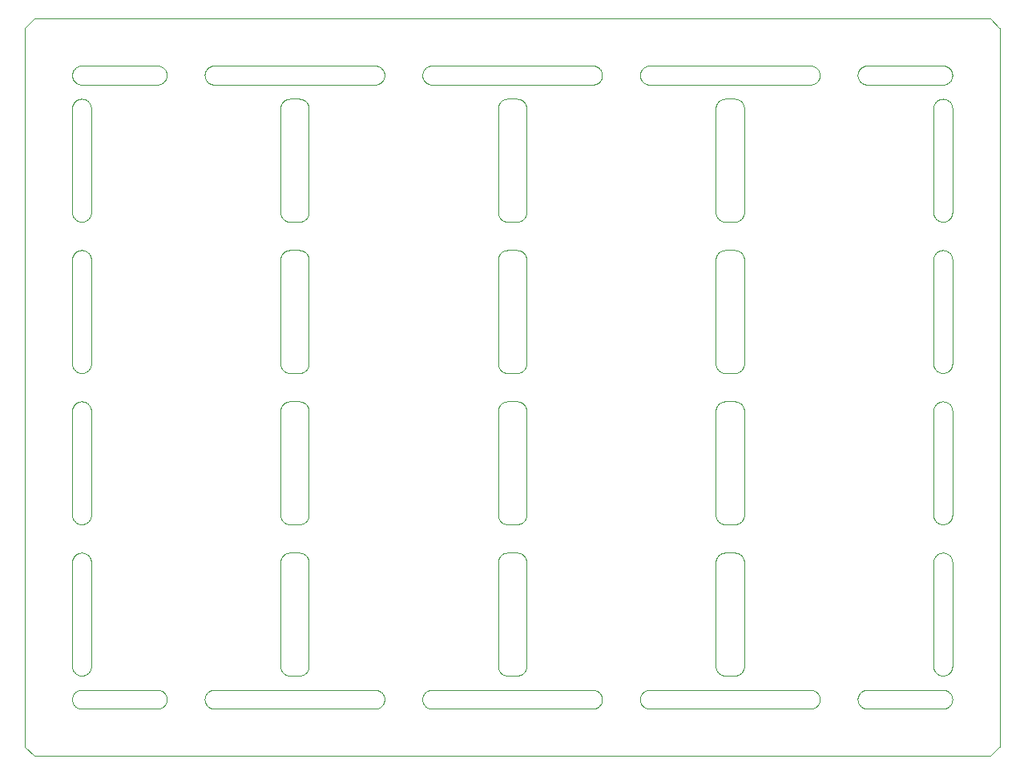
<source format=gm1>
%TF.GenerationSoftware,KiCad,Pcbnew,8.0.9-8.0.9-0~ubuntu24.04.1*%
%TF.CreationDate,2025-07-21T09:14:07-04:00*%
%TF.ProjectId,panel,70616e65-6c2e-46b6-9963-61645f706362,0.1.X*%
%TF.SameCoordinates,Original*%
%TF.FileFunction,Profile,NP*%
%FSLAX46Y46*%
G04 Gerber Fmt 4.6, Leading zero omitted, Abs format (unit mm)*
G04 Created by KiCad (PCBNEW 8.0.9-8.0.9-0~ubuntu24.04.1) date 2025-07-21 09:14:07*
%MOMM*%
%LPD*%
G01*
G04 APERTURE LIST*
%TA.AperFunction,Profile*%
%ADD10C,0.100000*%
%TD*%
G04 APERTURE END LIST*
D10*
X5863081Y-24510906D02*
X5912178Y-24505397D01*
X19022919Y-5793911D02*
X19034066Y-5746543D01*
X27584283Y-56592497D02*
X27629433Y-56573119D01*
X19965764Y-71001552D02*
X19978945Y-71000971D01*
X96102833Y-57062477D02*
X96125415Y-57018953D01*
X27001235Y-52523823D02*
X27000000Y-52474146D01*
X37453610Y-71110879D02*
X37496011Y-71133834D01*
X27455851Y-37336930D02*
X27415418Y-37309190D01*
X27924832Y-40504258D02*
X27977895Y-40501542D01*
X88893116Y-71007547D02*
X88942081Y-71003460D01*
X52763781Y-56857361D02*
X52794420Y-56895643D01*
X27014042Y-57344303D02*
X27022918Y-57295979D01*
X75998764Y-9476176D02*
X76000000Y-9525853D01*
X52182096Y-69481575D02*
X52180472Y-69481877D01*
X75177988Y-56517577D02*
X75228985Y-56528291D01*
X50540531Y-21386097D02*
X50497574Y-21362454D01*
X50000000Y-9530329D02*
X50001719Y-9471719D01*
X96629664Y-24573077D02*
X96675625Y-24555993D01*
X97330143Y-37442870D02*
X97283163Y-37457973D01*
X75795194Y-69103168D02*
X75764548Y-69141572D01*
X19194402Y-72591295D02*
X19166236Y-72550776D01*
X14944032Y-71675599D02*
X14958840Y-71722343D01*
X73822011Y-53482422D02*
X73771014Y-53471708D01*
X75764548Y-69141572D02*
X75732051Y-69178423D01*
X52021066Y-24501517D02*
X52076167Y-24504393D01*
X50987744Y-40501300D02*
X51012271Y-40501000D01*
X27540141Y-24614072D02*
X27584283Y-24592497D01*
X73455302Y-40663596D02*
X73497112Y-40637791D01*
X6768046Y-24862370D02*
X6797799Y-24899995D01*
X96123426Y-20977613D02*
X96101442Y-20934884D01*
X29965378Y-41245845D02*
X29976708Y-41293551D01*
X5534516Y-40615984D02*
X5578774Y-40594119D01*
X27868974Y-21489693D02*
X27866180Y-21489313D01*
X37997811Y-5960242D02*
X37998506Y-6009602D01*
X50302931Y-37214360D02*
X50268687Y-37179265D01*
X59976945Y-71000002D02*
X60021033Y-71000970D01*
X5841766Y-53485907D02*
X5793911Y-53477080D01*
X97995116Y-52598041D02*
X97989022Y-52647069D01*
X29951721Y-41198751D02*
X29965378Y-41245845D01*
X27034611Y-68754062D02*
X27023281Y-68706355D01*
X52897304Y-9062441D02*
X52917728Y-9107032D01*
X29661823Y-53247113D02*
X29624261Y-53278785D01*
X5813733Y-56518854D02*
X5862471Y-56510898D01*
X14992477Y-72109678D02*
X14986005Y-72157918D01*
X50064207Y-36847415D02*
X50048256Y-36801048D01*
X5756262Y-72970060D02*
X5709005Y-72956983D01*
X97969607Y-52743921D02*
X97956333Y-52791509D01*
X7000000Y-57525853D02*
X7000000Y-68474146D01*
X97556014Y-5168362D02*
X97596103Y-5196595D01*
X29918227Y-68891220D02*
X29897853Y-68935930D01*
X97989349Y-25355159D02*
X97995261Y-25403461D01*
X50176085Y-40936695D02*
X50204805Y-40896831D01*
X50675481Y-56555984D02*
X50722316Y-56541134D01*
X50150105Y-69023410D02*
X50125415Y-68981046D01*
X5018906Y-68692796D02*
X5010650Y-68644840D01*
X60123005Y-6991029D02*
X60072167Y-6996088D01*
X29021066Y-24501517D02*
X29076167Y-24504393D01*
X52182096Y-53481575D02*
X52180472Y-53481877D01*
X5010650Y-52644840D02*
X5004738Y-52596538D01*
X5001185Y-36548006D02*
X5000000Y-36499347D01*
X50150105Y-37023410D02*
X50125415Y-36981046D01*
X73267879Y-8821712D02*
X73302140Y-8786505D01*
X52875224Y-20979842D02*
X52850542Y-21022346D01*
X65409423Y-5193727D02*
X65449339Y-5165893D01*
X42936224Y-71003291D02*
X42965764Y-71001552D01*
X96989112Y-53498312D02*
X96939728Y-53496502D01*
X42166135Y-72550492D02*
X42140009Y-72508607D01*
X97989349Y-57355159D02*
X97995261Y-57403461D01*
X30000000Y-25525853D02*
X30000000Y-36469670D01*
X82976945Y-71000002D02*
X83021033Y-71000970D01*
X97800963Y-37098030D02*
X97770437Y-37136803D01*
X83874586Y-6481215D02*
X83849896Y-6523578D01*
X6976730Y-52706249D02*
X6965400Y-52753955D01*
X5716836Y-8542026D02*
X5764504Y-8529262D01*
X96891368Y-53492373D02*
X96843742Y-53485976D01*
X5097193Y-41070615D02*
X5119527Y-41026591D01*
X5077186Y-25115572D02*
X5097349Y-25070469D01*
X75764609Y-21141438D02*
X75732120Y-21178287D01*
X27102146Y-41064069D02*
X27124693Y-41020415D01*
X73102844Y-52937628D02*
X73082425Y-52893049D01*
X6430039Y-24599166D02*
X6472816Y-24620870D01*
X14970737Y-5764504D02*
X14981132Y-5812744D01*
X52415363Y-21407782D02*
X52370178Y-21427155D01*
X14513556Y-6855870D02*
X14471706Y-6879629D01*
X29897881Y-20935814D02*
X29875340Y-20979463D01*
X52075167Y-37495741D02*
X52022104Y-37498457D01*
X96002440Y-68548050D02*
X96001235Y-68523823D01*
X75277683Y-37458865D02*
X75230175Y-37471394D01*
X14926948Y-71629638D02*
X14944032Y-71675599D01*
X5043011Y-6290142D02*
X5029935Y-6242888D01*
X27204805Y-40896831D02*
X27235451Y-40858427D01*
X96584596Y-40592395D02*
X96629664Y-40573077D01*
X42018072Y-6179766D02*
X42010517Y-6132174D01*
X5076044Y-5616699D02*
X5095914Y-5571872D01*
X5938480Y-53496524D02*
X5889993Y-53492394D01*
X6487164Y-40628681D02*
X6530513Y-40654382D01*
X5579612Y-24593911D02*
X5624951Y-24574286D01*
X96001235Y-68523823D02*
X96000000Y-68474146D01*
X50769783Y-69471311D02*
X50722369Y-69458815D01*
X97136918Y-53489093D02*
X97087821Y-53494602D01*
X97711590Y-56798457D02*
X97744941Y-56833893D01*
X96703479Y-69453174D02*
X96657956Y-69437788D01*
X27866206Y-8510716D02*
X27915045Y-8505298D01*
X75951737Y-25198895D02*
X75965394Y-25245989D01*
X50022918Y-41295979D02*
X50034159Y-41248149D01*
X50125415Y-20981046D02*
X50102833Y-20937522D01*
X6277659Y-37458814D02*
X6230245Y-37471310D01*
X29459858Y-37385927D02*
X29415716Y-37407502D01*
X52850542Y-21022346D02*
X52823800Y-21063583D01*
X29230212Y-24528633D02*
X29277626Y-24541129D01*
X5170847Y-24941901D02*
X5199482Y-24901641D01*
X29012255Y-21498699D02*
X28987728Y-21499000D01*
X998844Y-563D02*
X990339Y-8660D01*
X50124659Y-9020536D02*
X50149319Y-8978048D01*
X50082414Y-52892943D02*
X50064207Y-52847415D01*
X52917579Y-25107001D02*
X52935786Y-25152529D01*
X27822011Y-53482422D02*
X27771014Y-53471708D01*
X29661138Y-8752212D02*
X29697063Y-8785584D01*
X29075167Y-69495741D02*
X29022104Y-69498457D01*
X96064207Y-25152584D02*
X96082414Y-25107056D01*
X27455302Y-24663596D02*
X27497112Y-24637791D01*
X73000000Y-36474146D02*
X73000000Y-25530329D01*
X75823914Y-37063304D02*
X75795194Y-37103168D01*
X6825711Y-24939005D02*
X6851719Y-24979310D01*
X14564536Y-71176820D02*
X14604276Y-71205543D01*
X14981132Y-5812744D02*
X14989132Y-5861439D01*
X52324518Y-37444015D02*
X52277683Y-37458865D01*
X97773266Y-71366109D02*
X97803429Y-71404763D01*
X19302823Y-71285580D02*
X19338747Y-71252208D01*
X83935793Y-6347583D02*
X83917586Y-6393111D01*
X14958840Y-71722343D02*
X14971337Y-71769757D01*
X97989022Y-52647069D02*
X97980513Y-52695735D01*
X75370474Y-8573041D02*
X75415541Y-8592360D01*
X96201326Y-53098780D02*
X96173425Y-53059656D01*
X29992947Y-9396337D02*
X29997801Y-9456827D01*
X52823144Y-56935382D02*
X52849883Y-56976483D01*
X88759605Y-5029502D02*
X88807113Y-5018915D01*
X73540141Y-24614072D02*
X73584283Y-24592497D01*
X27375643Y-8721353D02*
X27414708Y-8691565D01*
X83623626Y-6779470D02*
X83584604Y-6809160D01*
X52074095Y-21495889D02*
X52023362Y-21498426D01*
X7000086Y-71000999D02*
X13974074Y-71000003D01*
X88333723Y-5255168D02*
X88370744Y-5223570D01*
X42034066Y-5746543D02*
X42047506Y-5699774D01*
X19057129Y-72330143D02*
X19042026Y-72283163D01*
X96123426Y-52977613D02*
X96101442Y-52934884D01*
X52850640Y-53022076D02*
X52823914Y-53063304D01*
X97741242Y-71328981D02*
X97773266Y-71366109D01*
X96023269Y-9293750D02*
X96034599Y-9246044D01*
X97012889Y-40501711D02*
X97061519Y-40503475D01*
X73102844Y-68937628D02*
X73082425Y-68893049D01*
X37731388Y-6679286D02*
X37697144Y-6714381D01*
X97831631Y-6555055D02*
X97803396Y-6595145D01*
X28987728Y-69499000D02*
X28012271Y-69499000D01*
X29415716Y-69407502D02*
X29370566Y-69426880D01*
X73102118Y-9064185D02*
X73124659Y-9020536D01*
X5001185Y-52548006D02*
X5000000Y-52499347D01*
X73176855Y-53064617D02*
X73150116Y-53023516D01*
X27769824Y-56528605D02*
X27817903Y-56518424D01*
X19526655Y-72880552D02*
X19483799Y-72856087D01*
X96843742Y-69485976D02*
X96796480Y-69477296D01*
X29965840Y-68751850D02*
X29952262Y-68799069D01*
X50268687Y-21179265D02*
X50236207Y-21142533D01*
X6917585Y-52892943D02*
X6897166Y-52937522D01*
X42965764Y-71001552D02*
X42978945Y-71000971D01*
X52874579Y-25018898D02*
X52897160Y-25062422D01*
X30000000Y-36469670D02*
X29998280Y-36528280D01*
X98000000Y-57500652D02*
X98000000Y-68499370D01*
X96101442Y-68934884D02*
X96081539Y-68891147D01*
X75823914Y-69063304D02*
X75795194Y-69103168D01*
X6897195Y-36937521D02*
X6874613Y-36981045D01*
X50455830Y-37336731D02*
X50415397Y-37308992D01*
X97590419Y-69305971D02*
X97549821Y-69334125D01*
X6298489Y-56547414D02*
X6344046Y-56562925D01*
X73415408Y-53309097D02*
X73376385Y-53279407D01*
X97049988Y-6997829D02*
X97000956Y-6999031D01*
X53000000Y-41525853D02*
X53000000Y-52469670D01*
X60653102Y-71245241D02*
X60688788Y-71277664D01*
X73924832Y-56504258D02*
X73977895Y-56501542D01*
X73047737Y-41200930D02*
X73063621Y-41154436D01*
X73868974Y-21489693D02*
X73866037Y-21489294D01*
X29182242Y-24518477D02*
X29230212Y-24528633D01*
X75230175Y-53471394D02*
X75182096Y-53481575D01*
X5528074Y-72882039D02*
X5485411Y-72857870D01*
X50987744Y-56501300D02*
X51012271Y-56501000D01*
X65902350Y-72995187D02*
X65853675Y-72989182D01*
X83028106Y-71001282D02*
X83069873Y-71003999D01*
X5296359Y-40790298D02*
X5332297Y-40756455D01*
X52012255Y-69498699D02*
X51987728Y-69499000D01*
X74987728Y-8501000D02*
X75012255Y-8501300D01*
X37849970Y-6523431D02*
X37823231Y-6564532D01*
X65264687Y-5323445D02*
X65298457Y-5288409D01*
X27007052Y-68603662D02*
X27002198Y-68543172D01*
X42363098Y-72770286D02*
X42325875Y-72737863D01*
X27584607Y-53407710D02*
X27540542Y-53386203D01*
X52794569Y-8895713D02*
X52823293Y-8935453D01*
X52459463Y-24613848D02*
X52502420Y-24637491D01*
X5116215Y-20967004D02*
X5094490Y-20923461D01*
X50629283Y-8573244D02*
X50675322Y-8556104D01*
X96415397Y-56691007D02*
X96455830Y-56663268D01*
X60997681Y-71964219D02*
X60998288Y-72012889D01*
X50629664Y-53426922D02*
X50584596Y-53407604D01*
X96210130Y-37110451D02*
X96180226Y-37069676D01*
X73776165Y-37473088D02*
X73727201Y-37460464D01*
X52661823Y-69247113D02*
X52624261Y-69278785D01*
X29324518Y-37444015D02*
X29277683Y-37458865D01*
X5193727Y-21090576D02*
X5165893Y-21050660D01*
X88607031Y-6917609D02*
X88562451Y-6897191D01*
X73819527Y-56518122D02*
X73872002Y-56509789D01*
X6763821Y-21142531D02*
X6731340Y-21179264D01*
X97375048Y-69425713D02*
X97328793Y-69443073D01*
X75997801Y-25456827D02*
X75998764Y-25476176D01*
X83333462Y-72942475D02*
X83287219Y-72957627D01*
X50236207Y-37142533D02*
X50205568Y-37104250D01*
X75897853Y-68935930D02*
X75875306Y-68979584D01*
X5226762Y-72634758D02*
X5196595Y-72596103D01*
X60423461Y-72905509D02*
X60378911Y-72925088D01*
X96892450Y-37492734D02*
X96843542Y-37486162D01*
X52661609Y-21247418D02*
X52624025Y-21279091D01*
X14836757Y-71455804D02*
X14862479Y-71497549D01*
X73022918Y-25295979D02*
X73034159Y-25248149D01*
X29965840Y-52751850D02*
X29952262Y-52799069D01*
X65712780Y-5042372D02*
X65759706Y-5029489D01*
X97514588Y-5142129D02*
X97556014Y-5168362D01*
X27727201Y-37460464D02*
X27678938Y-37445378D01*
X50414811Y-24691427D02*
X50455302Y-24663596D01*
X51018405Y-37499000D02*
X50981618Y-37498322D01*
X37775570Y-5369862D02*
X37805701Y-5408964D01*
X75459457Y-56613796D02*
X75502414Y-56637439D01*
X27014042Y-41344303D02*
X27022918Y-41295979D01*
X0Y-76988752D02*
X288Y-77000490D01*
X42855159Y-5010650D02*
X42903461Y-5004738D01*
X27236218Y-53142638D02*
X27205579Y-53104356D01*
X75917574Y-57106950D02*
X75935781Y-57152478D01*
X96526555Y-69378768D02*
X96484815Y-69354960D01*
X6347550Y-8564127D02*
X6394498Y-8582943D01*
X73540542Y-69386203D02*
X73497585Y-69362560D01*
X60763794Y-6642701D02*
X60731313Y-6679433D01*
X97923965Y-71617556D02*
X97941609Y-71663301D01*
X42818630Y-6981682D02*
X42771474Y-6971761D01*
X6997539Y-9451549D02*
X6998764Y-9476176D01*
X53000000Y-57525853D02*
X53000000Y-68469670D01*
X98000000Y-41500652D02*
X98000000Y-52499370D01*
X83735312Y-72676554D02*
X83701542Y-72711590D01*
X98000000Y-25500652D02*
X98000000Y-36499637D01*
X5029489Y-52740293D02*
X5018906Y-52692796D01*
X6668452Y-24758653D02*
X6703298Y-24791617D01*
X83970790Y-5765447D02*
X83981145Y-5813733D01*
X19232663Y-5360085D02*
X19264687Y-5323445D01*
X51987728Y-37499000D02*
X51018405Y-37499000D01*
X42003236Y-71941063D02*
X42007414Y-71891876D01*
X96048256Y-41198951D02*
X96064207Y-41152584D01*
X75661823Y-69247113D02*
X75624261Y-69278785D01*
X97834106Y-24949339D02*
X97859964Y-24990562D01*
X42010885Y-72138072D02*
X42005322Y-72089022D01*
X65125265Y-71518901D02*
X65149955Y-71476538D01*
X97235495Y-37470737D02*
X97187255Y-37481132D01*
X6998764Y-57476176D02*
X7000000Y-57525853D01*
X73497112Y-24637791D02*
X73540141Y-24614072D01*
X65059596Y-72337291D02*
X65044225Y-72290718D01*
X50082414Y-36892943D02*
X50064207Y-36847415D01*
X96866164Y-40510743D02*
X96914898Y-40505338D01*
X60429450Y-5097267D02*
X60473486Y-5119617D01*
X29073994Y-40504096D02*
X29124305Y-40509168D01*
X52624261Y-53278785D02*
X52585188Y-53308572D01*
X97521265Y-8647807D02*
X97562177Y-8674154D01*
X5653715Y-37436791D02*
X5608475Y-37418865D01*
X6851719Y-24979310D02*
X6875761Y-25020817D01*
X52370566Y-53426880D02*
X52324518Y-53444015D01*
X14516200Y-5143912D02*
X14557796Y-5170463D01*
X5258799Y-71329070D02*
X5292611Y-71293557D01*
X19422316Y-6813975D02*
X19383708Y-6785139D01*
X50497112Y-24637791D02*
X50540141Y-24614072D01*
X75127997Y-53490210D02*
X75075167Y-53495741D01*
X6396858Y-40583993D02*
X6442575Y-40605198D01*
X50414708Y-8691565D02*
X50455189Y-8663734D01*
X6993429Y-36600735D02*
X6986204Y-36655115D01*
X96817753Y-40518532D02*
X96866164Y-40510743D01*
X29584591Y-56690902D02*
X29623614Y-56720592D01*
X51018405Y-21499000D02*
X50981618Y-21498322D01*
X14986005Y-72157918D02*
X14977191Y-72205787D01*
X97562177Y-24674154D02*
X97601758Y-24702462D01*
X29415716Y-53407502D02*
X29370566Y-53426880D01*
X37230293Y-6971333D02*
X37182323Y-6981488D01*
X37898757Y-72435837D02*
X37876515Y-72479118D01*
X52992445Y-52606993D02*
X52985957Y-52655696D01*
X27063621Y-57154436D02*
X27081772Y-57108779D01*
X83034235Y-6998447D02*
X83021054Y-6999028D01*
X29012255Y-56501300D02*
X29022648Y-56501556D01*
X37192796Y-72981093D02*
X37144840Y-72989349D01*
X50007554Y-57393006D02*
X50014042Y-57344303D01*
X5001203Y-71950948D02*
X5004810Y-71902047D01*
X27540542Y-69386203D02*
X27497585Y-69362560D01*
X37996763Y-6058936D02*
X37992585Y-6108123D01*
X50047737Y-41200930D02*
X50063621Y-41154436D01*
X6993734Y-41400986D02*
X6997539Y-41451549D01*
X88903392Y-5004740D02*
X88951934Y-5001186D01*
X97773237Y-72634758D02*
X97741209Y-72671887D01*
X82976924Y-6999996D02*
X75999878Y-6999000D01*
X73675486Y-21444042D02*
X73629525Y-21426958D01*
X29992294Y-57390448D02*
X29992947Y-57396337D01*
X5076047Y-71617660D02*
X5095918Y-71572833D01*
X5764950Y-40529240D02*
X5813212Y-40518864D01*
X75075167Y-37495741D02*
X75022104Y-37498457D01*
X29370325Y-56572971D02*
X29415392Y-56592289D01*
X5403846Y-6802534D02*
X5365196Y-6772367D01*
X75661282Y-8752232D02*
X75697206Y-8785604D01*
X6432658Y-56600434D02*
X6475506Y-56622345D01*
X96769783Y-40528688D02*
X96817753Y-40518532D01*
X73014042Y-57344303D02*
X73022918Y-57295979D01*
X52324513Y-8555957D02*
X52370474Y-8573041D01*
X27176855Y-69064617D02*
X27150116Y-69023516D01*
X97337529Y-6940642D02*
X97290969Y-6956022D01*
X96102833Y-9062477D02*
X96125415Y-9018953D01*
X52986760Y-41347635D02*
X52993575Y-41400101D01*
X73540141Y-40614072D02*
X73584283Y-40592497D01*
X75965417Y-41245862D02*
X75976749Y-41293581D01*
X50675625Y-69444006D02*
X50629664Y-69426922D01*
X27584601Y-21407658D02*
X27540536Y-21386151D01*
X5492118Y-24639761D02*
X5535298Y-24615754D01*
X19158233Y-6536364D02*
X19133319Y-6495116D01*
X96205568Y-8895749D02*
X96236207Y-8857466D01*
X75502887Y-69362208D02*
X75459858Y-69385927D01*
X19022816Y-71795018D02*
X19034181Y-71746997D01*
X73872002Y-24509789D02*
X73924832Y-24504258D01*
X60321741Y-6945119D02*
X60273003Y-6960394D01*
X96007694Y-9390555D02*
X96014294Y-9341955D01*
X73001719Y-57471719D02*
X73003466Y-57441980D01*
X73012627Y-20649306D02*
X73006265Y-20599013D01*
X50769783Y-53471311D02*
X50722369Y-53458815D01*
X88899264Y-6993429D02*
X88844884Y-6986204D01*
X19325977Y-72738035D02*
X19290403Y-72703834D01*
X50000000Y-68474146D02*
X50000000Y-57530329D01*
X27047737Y-57200930D02*
X27063621Y-57154436D01*
X6997801Y-52543172D02*
X6992947Y-52603662D01*
X5223473Y-21129088D02*
X5193727Y-21090576D01*
X37951819Y-6301070D02*
X37935868Y-6347436D01*
X52697782Y-69213632D02*
X52661823Y-69247113D01*
X50003466Y-41441980D02*
X50007554Y-41393006D01*
X50063621Y-57154436D02*
X50081772Y-57108779D01*
X52998764Y-9476176D02*
X53000000Y-9525853D01*
X60338335Y-5059226D02*
X60384363Y-5077120D01*
X50014042Y-25344303D02*
X50022918Y-25295979D01*
X73722379Y-53458921D02*
X73675635Y-53444112D01*
X19866221Y-6989319D02*
X19818630Y-6981682D01*
X73497112Y-40637791D02*
X73540141Y-40614072D01*
X50235390Y-8858561D02*
X50267879Y-8821712D01*
X83096538Y-72995261D02*
X83048006Y-72998814D01*
X97420387Y-69406088D02*
X97375048Y-69425713D01*
X29977081Y-36704020D02*
X29965840Y-36751850D01*
X19001401Y-71990941D02*
X19003116Y-71941623D01*
X73235451Y-56858427D02*
X73267948Y-56821576D01*
X29794420Y-56895643D02*
X29823144Y-56935382D01*
X5360085Y-37267336D02*
X5323445Y-37235312D01*
X52795194Y-53103168D02*
X52764548Y-53141572D01*
X27376385Y-53279407D02*
X27338867Y-53247838D01*
X50023269Y-52706249D02*
X50014294Y-52658044D01*
X50376374Y-21279301D02*
X50338856Y-21247732D01*
X27125420Y-20981101D02*
X27102839Y-20937577D01*
X42101242Y-5564162D02*
X42123484Y-5520881D01*
X6370335Y-53426922D02*
X6324374Y-53444006D01*
X96367125Y-69271900D02*
X96330708Y-69240549D01*
X65010524Y-6132201D02*
X65005268Y-6084272D01*
X60866541Y-71504667D02*
X60889461Y-71547088D01*
X96081539Y-68891147D02*
X96063762Y-68846503D01*
X14833763Y-5449223D02*
X14859895Y-5491084D01*
X8660Y-990339D02*
X563Y-998844D01*
X97206088Y-8522919D02*
X97253456Y-8534066D01*
X50302931Y-69214360D02*
X50268687Y-69179265D01*
X97940722Y-20838383D02*
X97922813Y-20884427D01*
X83063775Y-6996708D02*
X83034235Y-6998447D01*
X65268537Y-71320683D02*
X65302781Y-71285588D01*
X50267948Y-40821576D02*
X50302217Y-40786367D01*
X5535298Y-24615754D02*
X5579612Y-24593911D01*
X27176866Y-37064710D02*
X27150127Y-37023609D01*
X27769824Y-40528605D02*
X27817903Y-40518424D01*
X29074692Y-56504192D02*
X29126514Y-56509537D01*
X27205589Y-37104449D02*
X27176866Y-37064710D01*
X50629433Y-40573119D02*
X50675481Y-40555984D01*
X73001235Y-20523823D02*
X73000000Y-20474146D01*
X96125415Y-25018953D02*
X96150105Y-24976589D01*
X6689344Y-40777987D02*
X6724906Y-40813695D01*
X75996533Y-68558019D02*
X75992445Y-68606993D01*
X5140035Y-69009437D02*
X5116215Y-68967004D01*
X50914898Y-69494661D02*
X50866164Y-69489256D01*
X6688342Y-8777010D02*
X6724070Y-8812793D01*
X5261964Y-8825977D02*
X5296165Y-8790403D01*
X51987728Y-24501000D02*
X52012255Y-24501300D01*
X66023054Y-6999997D02*
X65978966Y-6999029D01*
X60365733Y-71071236D02*
X60410150Y-71089997D01*
X29951737Y-25198895D02*
X29965394Y-25245989D01*
X19018867Y-72187255D02*
X19010867Y-72138560D01*
X29850640Y-53022076D02*
X29823914Y-53063304D01*
X27149319Y-8978048D02*
X27176038Y-8936823D01*
X76000000Y-52469670D02*
X75998280Y-52528280D01*
X6085101Y-53494661D02*
X6036147Y-53497668D01*
X73001719Y-9471719D02*
X73003462Y-9442046D01*
X19034181Y-71746997D02*
X19047903Y-71699595D01*
X19089600Y-6409258D02*
X19070896Y-6364848D01*
X50014042Y-57344303D02*
X50022918Y-57295979D01*
X5019455Y-41304241D02*
X5030342Y-41256092D01*
X29875306Y-52979584D02*
X29850640Y-53022076D01*
X29992947Y-57396337D02*
X29997801Y-57456827D01*
X96769783Y-24528688D02*
X96817753Y-24518532D01*
X52823800Y-21063583D02*
X52795061Y-21103456D01*
X97136918Y-69489093D02*
X97087821Y-69494602D01*
X29763787Y-24857412D02*
X29794426Y-24895694D01*
X88793724Y-6976754D02*
X88746018Y-6965424D01*
X76000000Y-36469670D02*
X75998280Y-36528280D01*
X27631500Y-37427869D02*
X27584998Y-37407977D01*
X65725554Y-6959751D02*
X65679536Y-6945359D01*
X88174154Y-72562177D02*
X88147807Y-72521265D01*
X50675625Y-37444006D02*
X50629664Y-37426922D01*
X27007700Y-20609500D02*
X27007052Y-20603662D01*
X6819773Y-8930323D02*
X6847574Y-8972560D01*
X97110006Y-24507605D02*
X97158233Y-24514092D01*
X29998280Y-20528280D02*
X29996537Y-20557953D01*
X6998764Y-68523823D02*
X6997801Y-68543172D01*
X19401969Y-72800963D02*
X19363196Y-72770437D01*
X5001203Y-6049182D02*
X5000000Y-6000154D01*
X52952262Y-36799069D02*
X52936378Y-36845563D01*
X29965394Y-25245989D02*
X29976724Y-25293695D01*
X27150116Y-53023516D02*
X27125426Y-52981152D01*
X29585291Y-21308434D02*
X29544810Y-21336265D01*
X65047506Y-5699774D02*
X65063208Y-5653715D01*
X83147098Y-5010967D02*
X83195744Y-5019470D01*
X75763810Y-40857286D02*
X75794449Y-40895568D01*
X73584142Y-8592626D02*
X73629283Y-8573244D01*
X6058936Y-40503236D02*
X6108123Y-40507414D01*
X5004738Y-20596538D02*
X5001185Y-20548006D01*
X50003466Y-25441980D02*
X50007554Y-25393006D01*
X83959945Y-71726310D02*
X83972062Y-71772979D01*
X37884015Y-5534516D02*
X37905880Y-5578774D01*
X60994731Y-71915727D02*
X60997668Y-71963866D01*
X97883784Y-41032995D02*
X97905509Y-41076538D01*
X27987744Y-21498699D02*
X27978933Y-21498482D01*
X14992734Y-6107549D02*
X14986162Y-6156457D01*
X96405007Y-69301464D02*
X96367125Y-69271900D01*
X75823293Y-8935453D02*
X75850032Y-8976554D01*
X52874602Y-41018772D02*
X52897183Y-41062296D01*
X52180472Y-69481877D02*
X52127997Y-69490210D01*
X75324518Y-53444015D02*
X75277683Y-53458865D01*
X37910307Y-71590564D02*
X37929032Y-71634996D01*
X6874613Y-20981045D02*
X6849923Y-21023409D01*
X27722148Y-8541248D02*
X27769647Y-8528712D01*
X50914898Y-53494661D02*
X50866164Y-53489256D01*
X6976730Y-68706249D02*
X6965400Y-68753955D01*
X27769647Y-8528712D02*
X27817705Y-8518527D01*
X73149359Y-56977923D02*
X73176085Y-56936695D01*
X13999637Y-5000000D02*
X14048981Y-5001219D01*
X6917962Y-25107579D02*
X6936751Y-25154676D01*
X14809017Y-71415372D02*
X14836757Y-71455804D01*
X14392968Y-71082390D02*
X14437548Y-71102808D01*
X27007052Y-52603662D02*
X27002198Y-52543172D01*
X60291479Y-5043629D02*
X60338335Y-5059226D01*
X27149359Y-24977923D02*
X27176085Y-24936695D01*
X97925088Y-57121088D02*
X97942475Y-57166537D01*
X75126514Y-56509537D02*
X75177988Y-56517577D01*
X27675629Y-21444061D02*
X27629668Y-21426977D01*
X5042372Y-20787219D02*
X5029489Y-20740293D01*
X5119447Y-9026655D02*
X5143912Y-8983799D01*
X5852416Y-72989187D02*
X5804104Y-72980804D01*
X96012809Y-68650220D02*
X96006312Y-68599275D01*
X5170577Y-40942120D02*
X5199169Y-40901878D01*
X65445166Y-72831563D02*
X65405072Y-72803318D01*
X83048006Y-72998814D02*
X82999347Y-73000000D01*
X73063603Y-9154541D02*
X73081749Y-9108889D01*
X75965394Y-25245989D02*
X75976724Y-25293695D01*
X97601758Y-24702462D02*
X97639914Y-24732663D01*
X52795194Y-37103168D02*
X52764548Y-37141572D01*
X5328071Y-6740339D02*
X5292563Y-6706529D01*
X96082037Y-36892420D02*
X96063248Y-36845323D01*
X65772213Y-6971907D02*
X65725554Y-6959751D01*
X97479118Y-24623484D02*
X97521265Y-24647807D01*
X88041159Y-6277656D02*
X88028662Y-6230242D01*
X97738035Y-37174022D02*
X97703834Y-37209596D01*
X52230355Y-8528652D02*
X52277769Y-8541149D01*
X73001235Y-52523823D02*
X73000000Y-52474146D01*
X19064095Y-71652536D02*
X19082306Y-71606997D01*
X5709005Y-72956983D02*
X5662447Y-72941602D01*
X73102695Y-20937558D02*
X73082271Y-20892967D01*
X52795194Y-69103168D02*
X52764548Y-69141572D01*
X96001235Y-52523823D02*
X96000000Y-52474146D01*
X5059277Y-25161616D02*
X5077186Y-25115572D01*
X52998280Y-20528280D02*
X52996526Y-20558141D01*
X88080984Y-5608718D02*
X88101085Y-5564390D01*
X50540141Y-56614072D02*
X50584283Y-56592497D01*
X5910977Y-40505322D02*
X5960242Y-40502188D01*
X96001235Y-9476176D02*
X96002198Y-9456827D01*
X37989475Y-71867798D02*
X37994731Y-71915727D01*
X97138560Y-37489132D02*
X97089529Y-37494718D01*
X75230352Y-21471287D02*
X75182294Y-21481472D01*
X73125397Y-36981227D02*
X73102816Y-36937703D01*
X88409423Y-72806272D02*
X88370911Y-72776526D01*
X19244479Y-6652244D02*
X19213878Y-6615020D01*
X42634488Y-71070850D02*
X42681694Y-71053599D01*
X83951744Y-6301217D02*
X83935793Y-6347583D01*
X88844884Y-6986204D02*
X88841942Y-6985731D01*
X52370325Y-56572971D02*
X52415392Y-56592289D01*
X74012271Y-8501000D02*
X74987728Y-8501000D01*
X96540531Y-56613902D02*
X96584596Y-56592395D01*
X52918227Y-36891220D02*
X52897853Y-36935930D01*
X29731290Y-40820535D02*
X29763771Y-40857268D01*
X50415397Y-37308992D02*
X50376374Y-37279301D01*
X27048267Y-68801155D02*
X27034611Y-68754062D01*
X75999878Y-6999000D02*
X66023054Y-6999997D01*
X14598030Y-5199036D02*
X14636803Y-5229562D01*
X96236207Y-56857466D02*
X96268687Y-56820734D01*
X97061519Y-40503475D02*
X97110006Y-40507605D01*
X60874586Y-6481215D02*
X60849896Y-6523578D01*
X88264687Y-72676554D02*
X88232663Y-72639914D01*
X60743670Y-5332536D02*
X60775696Y-5370127D01*
X29997801Y-25456827D02*
X29998764Y-25476176D01*
X97601758Y-56702462D02*
X97639914Y-56732663D01*
X88746018Y-6965424D02*
X88698925Y-6951767D01*
X29624261Y-53278785D02*
X29585188Y-53308572D01*
X65158398Y-6536597D02*
X65133458Y-6495332D01*
X5010812Y-5852416D02*
X5019195Y-5804104D01*
X102999436Y-998844D02*
X102991339Y-990339D01*
X75874579Y-25018898D02*
X75897160Y-25062422D01*
X52697206Y-8785604D02*
X52731450Y-8820699D01*
X52794426Y-24895694D02*
X52823149Y-24935433D01*
X52502887Y-69362208D02*
X52459858Y-69385927D01*
X27629668Y-21426977D02*
X27584601Y-21407658D01*
X75732051Y-37178423D02*
X75697782Y-37213632D01*
X5074911Y-52878911D02*
X5057524Y-52833462D01*
X27001719Y-9471719D02*
X27003462Y-9442046D01*
X29502414Y-56637439D02*
X29544159Y-56663162D01*
X96063248Y-36845323D02*
X96046876Y-36797346D01*
X37028106Y-6998717D02*
X37021054Y-6999028D01*
X65031158Y-72243446D02*
X65020427Y-72195590D01*
X52324370Y-24555938D02*
X52370331Y-24573022D01*
X50002198Y-68543172D02*
X50001235Y-68523823D01*
X73204805Y-40896831D02*
X73235451Y-40858427D01*
X97435837Y-24601242D02*
X97479118Y-24623484D01*
X73924832Y-24504258D02*
X73977895Y-24501542D01*
X50236207Y-53142533D02*
X50205568Y-53104250D01*
X97883784Y-25032995D02*
X97905509Y-25076538D01*
X52502420Y-24637491D02*
X52544164Y-24663213D01*
X83825845Y-72562177D02*
X83797537Y-72601758D01*
X29918227Y-36891220D02*
X29897853Y-36935930D01*
X27081772Y-57108779D02*
X27102146Y-57064069D01*
X27236212Y-21142587D02*
X27205573Y-21104305D01*
X83021054Y-6999028D02*
X82976924Y-6999996D01*
X52273734Y-21460166D02*
X52224570Y-21472894D01*
X5029489Y-36740293D02*
X5018906Y-36692796D01*
X88807113Y-5018915D02*
X88855079Y-5010654D01*
X52965840Y-68751850D02*
X52952262Y-68799069D01*
X75897853Y-36935930D02*
X75875306Y-36979584D01*
X73769824Y-24528605D02*
X73817903Y-24518424D01*
X97998814Y-41451993D02*
X98000000Y-41500652D01*
X60674246Y-5262328D02*
X60709826Y-5296574D01*
X73082397Y-36893124D02*
X73064190Y-36847596D01*
X96497574Y-8637545D02*
X96540531Y-8613902D01*
X50540141Y-24614072D02*
X50584283Y-24592497D01*
X5938480Y-21496524D02*
X5889993Y-21492394D01*
X52012255Y-37498699D02*
X51987728Y-37499000D01*
X50866164Y-53489256D02*
X50817753Y-53481467D01*
X29277626Y-24541129D02*
X29324370Y-24555938D01*
X27497595Y-37362652D02*
X27455851Y-37336930D01*
X97969677Y-36743910D02*
X97956433Y-36791448D01*
X27822011Y-69482422D02*
X27771014Y-69471708D01*
X97465814Y-37383927D02*
X97421580Y-37405802D01*
X50722369Y-37458815D02*
X50675625Y-37444006D01*
X96455830Y-40663268D02*
X96497574Y-40637545D01*
X42927398Y-71003942D02*
X42936224Y-71003291D01*
X73204752Y-8896962D02*
X73235390Y-8858561D01*
X88564241Y-71102105D02*
X88608943Y-71081739D01*
X65540380Y-71113851D02*
X65584445Y-71092344D01*
X50149319Y-8978048D02*
X50176038Y-8936823D01*
X6107549Y-8507265D02*
X6156457Y-8513837D01*
X6623625Y-53279301D02*
X6584602Y-53308992D01*
X5365196Y-6772367D02*
X5328071Y-6740339D01*
X27003466Y-25441980D02*
X27007554Y-25393006D01*
X60981913Y-71820179D02*
X60989475Y-71867798D01*
X96675625Y-40555993D02*
X96722369Y-40541184D01*
X65486598Y-72857807D02*
X65445166Y-72831563D01*
X96866164Y-24510743D02*
X96914898Y-24505338D01*
X52965417Y-41245862D02*
X52976749Y-41293581D01*
X97521265Y-56647807D02*
X97562177Y-56674154D01*
X88007522Y-5890321D02*
X88013994Y-5842081D01*
X97995116Y-68598041D02*
X97989022Y-68647069D01*
X60557979Y-5170704D02*
X60598229Y-5199316D01*
X5960829Y-56502254D02*
X6010208Y-56501588D01*
X19449339Y-5165893D02*
X19490562Y-5140035D01*
X96388310Y-37288906D02*
X96349149Y-37256917D01*
X14957973Y-5716836D02*
X14970737Y-5764504D01*
X97925088Y-9121088D02*
X97942475Y-9166537D01*
X50540009Y-8614204D02*
X50584142Y-8592626D01*
X73338090Y-8753025D02*
X73375643Y-8721353D01*
X65003475Y-5938480D02*
X65007605Y-5889993D01*
X75850032Y-8976554D02*
X75874722Y-9018917D01*
X19010517Y-6132174D02*
X19005267Y-6084272D01*
X19013837Y-71843542D02*
X19022816Y-71795018D01*
X27048278Y-36801248D02*
X27034621Y-36754154D01*
X5094490Y-52923461D02*
X5074911Y-52878911D01*
X75012255Y-56501300D02*
X75022648Y-56501556D01*
X60998288Y-72012889D02*
X60996524Y-72061519D01*
X60952493Y-72300225D02*
X60936791Y-72346284D01*
X29585188Y-53308572D02*
X29544697Y-53336403D01*
X96048256Y-25198951D02*
X96064207Y-25152584D01*
X29977081Y-68704020D02*
X29965840Y-68751850D01*
X88092370Y-6415428D02*
X88073051Y-6370361D01*
X42063208Y-5653715D02*
X42081134Y-5608475D01*
X97957627Y-9212780D02*
X97970510Y-9259706D01*
X5001203Y-72050018D02*
X5000000Y-72000987D01*
X14046041Y-71002340D02*
X14100735Y-71006570D01*
X97630374Y-37275463D02*
X97591295Y-37305597D01*
X88101085Y-5564390D02*
X88123321Y-5521093D01*
X73338867Y-53247838D02*
X73302942Y-53214466D01*
X52661823Y-53247113D02*
X52624261Y-53278785D01*
X65529268Y-72881986D02*
X65486598Y-72857807D01*
X50497112Y-56637791D02*
X50540141Y-56614072D01*
X97667194Y-69243819D02*
X97629575Y-69275845D01*
X5900983Y-6994346D02*
X5852323Y-6988340D01*
X97942475Y-41166537D02*
X97957627Y-41212780D01*
X29084954Y-21494701D02*
X29079580Y-21495164D01*
X73375738Y-24721214D02*
X73414811Y-24691427D01*
X74012271Y-21499000D02*
X73987744Y-21498699D01*
X75967040Y-9251399D02*
X75978466Y-9300788D01*
X97676554Y-56764687D02*
X97711590Y-56798457D01*
X29976708Y-41293551D02*
X29985683Y-41341756D01*
X19951018Y-72998780D02*
X19901805Y-72995127D01*
X27915045Y-8505298D02*
X27920419Y-8504835D01*
X96268687Y-24820734D02*
X96302931Y-24785639D01*
X5001185Y-20548006D02*
X5000000Y-20499347D01*
X96405007Y-53301464D02*
X96367125Y-53271900D01*
X60537256Y-71158808D02*
X60577248Y-71185743D01*
X37048912Y-5001219D02*
X37098141Y-5004875D01*
X27977895Y-24501542D02*
X27987744Y-24501300D01*
X1011272Y-78000000D02*
X101988727Y-78000000D01*
X50497574Y-53362454D02*
X50455830Y-53336731D01*
X75182242Y-24518477D02*
X75230212Y-24528633D01*
X50022918Y-25295979D02*
X50034159Y-25248149D01*
X27022918Y-25295979D02*
X27034159Y-25248149D01*
X65415247Y-71190956D02*
X65455679Y-71163216D01*
X60992426Y-6108763D02*
X60985787Y-6157711D01*
X75952262Y-52799069D02*
X75936378Y-52845563D01*
X28012271Y-21499000D02*
X27987744Y-21498699D01*
X42661700Y-72940818D02*
X42615688Y-72922937D01*
X19852834Y-72989048D02*
X19804222Y-72980558D01*
X19661726Y-72940858D02*
X19615727Y-72922990D01*
X5323445Y-21235312D02*
X5288409Y-21201542D01*
X75763930Y-8857431D02*
X75794569Y-8895713D01*
X60195744Y-5019470D02*
X60243910Y-5030366D01*
X42010517Y-6132174D02*
X42005267Y-6084272D01*
X52998280Y-52528280D02*
X52996533Y-52558019D01*
X50267879Y-8821712D02*
X50302140Y-8786505D01*
X50817705Y-8518527D02*
X50866206Y-8510716D01*
X5142134Y-71486370D02*
X5168368Y-71444944D01*
X5288409Y-37201542D02*
X5255058Y-37166106D01*
X28012271Y-24501000D02*
X28987728Y-24501000D01*
X73769647Y-8528712D02*
X73817705Y-8518527D01*
X5255058Y-37166106D02*
X5223473Y-37129088D01*
X42422316Y-6813975D02*
X42383708Y-6785139D01*
X19666537Y-5057524D02*
X19712780Y-5042372D01*
X27678938Y-37445378D02*
X27631500Y-37427869D01*
X5578419Y-8594197D02*
X5623680Y-8574534D01*
X65759706Y-5029489D02*
X65807203Y-5018906D01*
X97956333Y-68791509D02*
X97940722Y-68838383D01*
X37918865Y-72391524D02*
X37898757Y-72435837D01*
X37653102Y-71245241D02*
X37688788Y-71277664D01*
X96311657Y-37222989D02*
X96275929Y-37187206D01*
X37994677Y-5910977D02*
X37997811Y-5960242D01*
X88666537Y-72942475D02*
X88621088Y-72925088D01*
X52985944Y-20655852D02*
X52977063Y-20704193D01*
X60048006Y-72998814D02*
X59999347Y-73000000D01*
X27064213Y-20847470D02*
X27048262Y-20801104D01*
X50455830Y-69336731D02*
X50415397Y-69308992D01*
X98000000Y-5999012D02*
X98000000Y-6000019D01*
X50007694Y-52609444D02*
X50007052Y-52603662D01*
X96205568Y-56895749D02*
X96236207Y-56857466D01*
X5999043Y-71000968D02*
X7000086Y-71000999D01*
X42040016Y-6273582D02*
X42027912Y-6226939D01*
X60415405Y-6907772D02*
X60370326Y-6927095D01*
X97940722Y-52838383D02*
X97922813Y-52884427D01*
X73819527Y-40518122D02*
X73872002Y-40509789D01*
X29985957Y-36655696D02*
X29977081Y-36704020D01*
X27176855Y-53064617D02*
X27150116Y-53023516D01*
X73268698Y-53179371D02*
X73236218Y-53142638D01*
X50376374Y-69279301D02*
X50338856Y-69247732D01*
X5057524Y-36833462D02*
X5042372Y-36787219D01*
X50924832Y-56504258D02*
X50977895Y-56501542D01*
X97556014Y-72831637D02*
X97514588Y-72857870D01*
X75012255Y-8501300D02*
X75021066Y-8501517D01*
X83369647Y-6927367D02*
X83321741Y-6945119D01*
X50014036Y-9344383D02*
X50022910Y-9296065D01*
X6823155Y-53064511D02*
X6794431Y-53104250D01*
X60661145Y-6747900D02*
X60623626Y-6779470D01*
X96796480Y-21477296D02*
X96749689Y-21466354D01*
X14852359Y-72521068D02*
X14826016Y-72561996D01*
X88005278Y-6084723D02*
X88002283Y-6036130D01*
X73034159Y-41248149D02*
X73047737Y-41200930D01*
X5119718Y-25026418D02*
X5144237Y-24983527D01*
X5168362Y-72556014D02*
X5142129Y-72514588D01*
X83763794Y-6642701D02*
X83731313Y-6679433D01*
X42804241Y-72980544D02*
X42756092Y-72969657D01*
X5999012Y-73000000D02*
X5949981Y-72998796D01*
X29917563Y-41106857D02*
X29935770Y-41152385D01*
X5077120Y-57115636D02*
X5097267Y-57070549D01*
X83590576Y-72806272D02*
X83550660Y-72834106D01*
X60992394Y-72110006D02*
X60985907Y-72158233D01*
X27987744Y-8501300D02*
X28012271Y-8501000D01*
X27022918Y-41295979D02*
X27034159Y-41248149D01*
X19708551Y-72956433D02*
X19661726Y-72940858D01*
X83496011Y-71133834D02*
X83537256Y-71158808D01*
X37423461Y-72905509D02*
X37378911Y-72925088D01*
X29823914Y-53063304D02*
X29795194Y-53103168D01*
X83833984Y-5449823D02*
X83860104Y-5491734D01*
X65663666Y-72941576D02*
X65617909Y-72923921D01*
X29182096Y-37481575D02*
X29180472Y-37481877D01*
X83805825Y-5409255D02*
X83833984Y-5449823D01*
X83144840Y-72989349D02*
X83096538Y-72995261D01*
X27338176Y-40752886D02*
X27375738Y-40721214D01*
X14144920Y-72989345D02*
X14096607Y-72995259D01*
X88807203Y-72981093D02*
X88759706Y-72970510D01*
X50001719Y-9471719D02*
X50003462Y-9442046D01*
X29849888Y-8976534D02*
X29874579Y-9018898D01*
X29182242Y-8518477D02*
X29230212Y-8528633D01*
X27302936Y-21214415D02*
X27268693Y-21179320D01*
X97136918Y-21489093D02*
X97087821Y-21494602D01*
X75230355Y-8528652D02*
X75277769Y-8541149D01*
X51018405Y-53499000D02*
X50981618Y-53498322D01*
X50022918Y-57295979D02*
X50034159Y-57248149D01*
X73014306Y-68658150D02*
X73007705Y-68609551D01*
X50149359Y-56977923D02*
X50176085Y-56936695D01*
X14593583Y-6802447D02*
X14554213Y-6830123D01*
X83814698Y-71423389D02*
X83841601Y-71463402D01*
X75124305Y-40509168D02*
X75174294Y-40516780D01*
X50000000Y-25530329D02*
X50001719Y-25471719D01*
X97904085Y-5571872D02*
X97923955Y-5616699D01*
X96033607Y-52750773D02*
X96021915Y-52700764D01*
X83767336Y-72639914D02*
X83735312Y-72676554D01*
X97904081Y-6427166D02*
X97882034Y-6470965D01*
X74987728Y-56501000D02*
X75012255Y-56501300D01*
X6986204Y-20655115D02*
X6985735Y-20658030D01*
X5196595Y-72596103D02*
X5168362Y-72556014D01*
X6770756Y-56865775D02*
X6800433Y-56903661D01*
X42383708Y-6785139D02*
X42346536Y-6754474D01*
X5332805Y-24756180D02*
X5370424Y-24724154D01*
X52935809Y-41152403D02*
X52951760Y-41198769D01*
X5369625Y-8724536D02*
X5408704Y-8694402D01*
X60972062Y-71772979D02*
X60981913Y-71820179D01*
X42002188Y-72039757D02*
X42001493Y-71990397D01*
X14981492Y-71817727D02*
X14989282Y-71866138D01*
X6058376Y-8503116D02*
X6107549Y-8507265D01*
X97000987Y-5000000D02*
X97050018Y-5001203D01*
X50176844Y-37064511D02*
X50150105Y-37023410D01*
X29976724Y-25293695D02*
X29985699Y-25341900D01*
X6998764Y-36523823D02*
X6997659Y-36546041D01*
X14971337Y-71769757D02*
X14981492Y-71817727D01*
X96584596Y-24592395D02*
X96629664Y-24573077D01*
X73014042Y-41344303D02*
X73022918Y-41295979D01*
X75370566Y-53426880D02*
X75324518Y-53444015D01*
X97061519Y-24503475D02*
X97110006Y-24507605D01*
X29370331Y-24573022D02*
X29415398Y-24592341D01*
X50872002Y-40509789D02*
X50924832Y-40504258D01*
X19149997Y-71476530D02*
X19176736Y-71435429D01*
X73063621Y-57154436D02*
X73081772Y-57108779D01*
X50081772Y-57108779D02*
X50102146Y-57064069D01*
X5030322Y-9256089D02*
X5043566Y-9208551D01*
X73817705Y-8518527D02*
X73866206Y-8510716D01*
X60688788Y-71277664D02*
X60722868Y-71311773D01*
X6133835Y-69489256D02*
X6085101Y-69494661D01*
X75697057Y-56785533D02*
X75731301Y-56820628D01*
X37144840Y-72989349D02*
X37096538Y-72995261D01*
X60775696Y-5370127D02*
X60805825Y-5409255D01*
X75272798Y-40539535D02*
X75321061Y-40554621D01*
X5043595Y-41208540D02*
X5059181Y-41161700D01*
X27150116Y-69023516D02*
X27125426Y-68981152D01*
X27338867Y-53247838D02*
X27302942Y-53214466D01*
X6300404Y-8547903D02*
X6347081Y-8563953D01*
X19174154Y-5437822D02*
X19202462Y-5398241D01*
X42202462Y-5398241D02*
X42232663Y-5360085D01*
X29544697Y-37336403D02*
X29502887Y-37362208D01*
X14797892Y-6599797D02*
X14768044Y-6637546D01*
X6035780Y-37497681D02*
X5987110Y-37498288D01*
X73540513Y-37386278D02*
X73497557Y-37362635D01*
X14023894Y-71001238D02*
X14046041Y-71002340D01*
X83321741Y-6945119D02*
X83273003Y-6960394D01*
X83637016Y-5229883D02*
X83674246Y-5262328D01*
X75998764Y-25476176D02*
X76000000Y-25525853D01*
X6703298Y-24791617D02*
X6736521Y-24826216D01*
X52985693Y-57341849D02*
X52992294Y-57390448D01*
X52764548Y-37141572D02*
X52732051Y-37178423D01*
X75459858Y-69385927D02*
X75415716Y-69407502D01*
X65853675Y-72989182D02*
X65805353Y-72980795D01*
X50817903Y-56518424D02*
X50819527Y-56518122D01*
X88221420Y-71375601D02*
X88253092Y-71338052D01*
X73176085Y-56936695D02*
X73204805Y-56896831D01*
X5019193Y-6195049D02*
X5010811Y-6146741D01*
X6010887Y-24501687D02*
X6060271Y-24503497D01*
X5369862Y-40724429D02*
X5408964Y-40694298D01*
X5766004Y-24529167D02*
X5814317Y-24518836D01*
X29584597Y-24690953D02*
X29623619Y-24720643D01*
X88123484Y-72479118D02*
X88101242Y-72435837D01*
X28987728Y-56501000D02*
X29012255Y-56501300D01*
X27629433Y-24573119D02*
X27675481Y-24555984D01*
X83889461Y-71547088D02*
X83910307Y-71590564D01*
X5398241Y-69297537D02*
X5360085Y-69267336D01*
X83965401Y-6254124D02*
X83951744Y-6301217D01*
X73977895Y-40501542D02*
X73987744Y-40501300D01*
X52850032Y-8976554D02*
X52874722Y-9018917D01*
X5000000Y-25500629D02*
X5001221Y-25451227D01*
X75850680Y-21021951D02*
X75823961Y-21063176D01*
X6530513Y-40654382D02*
X6572510Y-40682237D01*
X75022104Y-53498457D02*
X75012255Y-53498699D01*
X96569392Y-21400541D02*
X96526555Y-21378768D01*
X50497574Y-69362454D02*
X50455830Y-69336731D01*
X96415397Y-40691007D02*
X96455830Y-40663268D01*
X96152425Y-37027439D02*
X96126796Y-36983850D01*
X73455840Y-69336837D02*
X73415408Y-69309097D01*
X6823155Y-69064511D02*
X6794431Y-69104250D01*
X83509437Y-72859964D02*
X83467004Y-72883784D01*
X29897144Y-41062278D02*
X29917563Y-41106857D01*
X19213878Y-6615020D02*
X19185106Y-6576363D01*
X5564162Y-37398757D02*
X5520881Y-37376515D01*
X5564162Y-69398757D02*
X5520881Y-69376515D01*
X37797537Y-72601758D02*
X37767336Y-72639914D01*
X75997604Y-41452868D02*
X75998764Y-41476176D01*
X50338856Y-21247732D02*
X50302931Y-21214360D01*
X88409261Y-5193812D02*
X88449181Y-5165966D01*
X73047737Y-57200930D02*
X73063621Y-57154436D01*
X97479118Y-56623484D02*
X97521265Y-56647807D01*
X29874573Y-57018847D02*
X29897155Y-57062371D01*
X52459858Y-53385927D02*
X52415716Y-53407502D01*
X73150088Y-37023591D02*
X73125397Y-36981227D01*
X14876678Y-72478906D02*
X14852359Y-72521068D01*
X65032947Y-71751454D02*
X65046748Y-71703026D01*
X14735486Y-72676416D02*
X14701714Y-72711467D01*
X5653715Y-53436791D02*
X5608475Y-53418865D01*
X19003475Y-5938480D02*
X19007605Y-5889993D01*
X6849923Y-21023409D02*
X6823183Y-21064510D01*
X5398241Y-53297537D02*
X5360085Y-53267336D01*
X75936751Y-9154676D02*
X75953123Y-9202653D01*
X97629575Y-69275845D02*
X97590419Y-69305971D01*
X5262328Y-56825753D02*
X5296574Y-56790173D01*
X14886122Y-71540506D02*
X14907629Y-71584571D01*
X83180595Y-71018203D02*
X83227786Y-71028092D01*
X5961487Y-24502321D02*
X6010887Y-24501687D01*
X97831637Y-5443985D02*
X97857870Y-5485411D01*
X60945591Y-71680280D02*
X60959945Y-71726310D01*
X97942475Y-57166537D02*
X97957627Y-57212780D01*
X65965764Y-71001552D02*
X65978945Y-71000971D01*
X83473486Y-5119617D02*
X83516364Y-5144116D01*
X27007554Y-41393006D02*
X27014042Y-41344303D01*
X52228985Y-56528291D02*
X52230194Y-56528578D01*
X60976731Y-6206418D02*
X60965401Y-6254124D01*
X89000652Y-73000000D02*
X88951993Y-72998814D01*
X27022918Y-57295979D02*
X27034159Y-57248149D01*
X73048239Y-36801230D02*
X73034582Y-36754137D01*
X88532995Y-72883784D02*
X88490562Y-72859964D01*
X97834106Y-56949339D02*
X97859964Y-56990562D01*
X97905509Y-25076538D02*
X97925088Y-25121088D01*
X52459606Y-8613867D02*
X52502563Y-8637510D01*
X29230194Y-56528578D02*
X29277620Y-56541078D01*
X6731312Y-69179265D02*
X6697068Y-69214360D01*
X75661823Y-37247113D02*
X75624261Y-37278785D01*
X6993429Y-20600735D02*
X6986204Y-20655115D01*
X37473408Y-5119527D02*
X37516274Y-5144008D01*
X50003462Y-9442046D02*
X50007549Y-9393079D01*
X88063208Y-72346284D02*
X88047506Y-72300225D01*
X52897853Y-68935930D02*
X52875306Y-68979584D01*
X88321778Y-71267848D02*
X88358626Y-71235363D01*
X75076167Y-24504393D02*
X75131025Y-24510306D01*
X97187255Y-37481132D02*
X97138560Y-37489132D01*
X97290994Y-5043016D02*
X97337552Y-5058397D01*
X52124622Y-21490778D02*
X52074095Y-21495889D01*
X29874579Y-9018898D02*
X29897160Y-9062422D01*
X75897183Y-41062296D02*
X75917602Y-41106875D01*
X6967040Y-9251399D02*
X6978466Y-9300788D01*
X50302217Y-40786367D02*
X50338176Y-40752886D01*
X6997539Y-25451549D02*
X6998764Y-25476176D01*
X74012271Y-56501000D02*
X74987728Y-56501000D01*
X97514647Y-71142997D02*
X97556068Y-71169231D01*
X29875306Y-36979584D02*
X29850640Y-37022076D01*
X75623763Y-8720662D02*
X75661282Y-8752232D01*
X42729708Y-71038744D02*
X42778407Y-71026323D01*
X73678938Y-37445378D02*
X73631500Y-37427869D01*
X6874613Y-36981045D02*
X6849923Y-37023409D01*
X19264687Y-5323445D02*
X19298457Y-5288409D01*
X73302217Y-24786367D02*
X73338176Y-24752886D01*
X83338335Y-5059226D02*
X83384363Y-5077120D01*
X96007052Y-41396337D02*
X96007694Y-41390555D01*
X5608475Y-53418865D02*
X5564162Y-53398757D01*
X97989349Y-9355159D02*
X97995261Y-9403461D01*
X73455189Y-8663734D02*
X73496990Y-8637926D01*
X50000121Y-71000999D02*
X59976945Y-71000002D01*
X27924832Y-24504258D02*
X27977895Y-24501542D01*
X5960242Y-40502188D02*
X6009602Y-40501493D01*
X42110424Y-6452714D02*
X42089600Y-6409258D01*
X50204805Y-40896831D02*
X50235451Y-40858427D01*
X27414708Y-8691565D02*
X27455189Y-8663734D01*
X20000362Y-73000000D02*
X19951018Y-72998780D01*
X42094119Y-72421225D02*
X42074467Y-72375941D01*
X19932671Y-6996445D02*
X19871686Y-6990061D01*
X37502501Y-6862475D02*
X37459544Y-6886118D01*
X29992445Y-68606993D02*
X29985957Y-68655696D01*
X73338176Y-40752886D02*
X73375738Y-40721214D01*
X83925614Y-5624479D02*
X83942991Y-5670704D01*
X14096607Y-72995259D02*
X14048065Y-72998813D01*
X50102833Y-68937522D02*
X50082414Y-68892943D01*
X5987110Y-69498288D02*
X5938480Y-69496524D01*
X19276840Y-6687949D02*
X19244479Y-6652244D01*
X65867018Y-6989397D02*
X65819404Y-6981796D01*
X42526591Y-72880472D02*
X42483725Y-72855991D01*
X19576538Y-5094490D02*
X19621088Y-5074911D01*
X83910307Y-71590564D02*
X83929032Y-71634996D01*
X97514588Y-72857870D02*
X97471925Y-72882039D01*
X6230216Y-69471311D02*
X6182246Y-69481467D01*
X75585188Y-69308572D02*
X75544697Y-69336403D01*
X27034159Y-25248149D02*
X27047737Y-25200930D01*
X27629674Y-53427028D02*
X27584607Y-53407710D01*
X88621088Y-72925088D02*
X88576538Y-72905509D01*
X88010717Y-6133861D02*
X88005311Y-6085114D01*
X50063621Y-41154436D02*
X50081772Y-41108779D01*
X73236218Y-53142638D02*
X73205579Y-53104356D01*
X96002198Y-9456827D02*
X96007052Y-9396337D01*
X75223834Y-40526911D02*
X75272798Y-40539535D01*
X88252242Y-6661168D02*
X88220672Y-6623649D01*
X14158057Y-71014268D02*
X14206275Y-71023245D01*
X29182294Y-21481472D02*
X29133793Y-21489283D01*
X50675625Y-53444006D02*
X50629664Y-53426922D01*
X37496011Y-71133834D02*
X37537256Y-71158808D01*
X75277620Y-56541078D02*
X75324364Y-56555887D01*
X19063208Y-5653715D02*
X19081134Y-5608475D01*
X97703834Y-37209596D02*
X97667918Y-37243437D01*
X97391524Y-40581134D02*
X97435837Y-40601242D01*
X27014316Y-36658243D02*
X27007716Y-36609643D01*
X60048843Y-5001220D02*
X60098091Y-5004879D01*
X88202462Y-72601758D02*
X88174154Y-72562177D01*
X75277683Y-53458865D02*
X75230175Y-53471394D01*
X42034575Y-71745826D02*
X42048235Y-71698721D01*
X52127997Y-69490210D02*
X52075167Y-69495741D01*
X96540531Y-8613902D02*
X96584596Y-8592395D01*
X65006401Y-71900040D02*
X65012748Y-71850086D01*
X29992283Y-41390356D02*
X29992947Y-41396337D01*
X5662470Y-71059357D02*
X5709030Y-71043977D01*
X73987744Y-21498699D02*
X73978933Y-21498482D01*
X5030392Y-25256078D02*
X5043666Y-25208490D01*
X96302931Y-24785639D02*
X96338856Y-24752267D01*
X50002198Y-52543172D02*
X50001235Y-52523823D01*
X6874584Y-68981046D02*
X6849894Y-69023410D01*
X5010811Y-6146741D02*
X5004810Y-6098079D01*
X6594217Y-24697928D02*
X6632063Y-24727399D01*
X97744941Y-40833893D02*
X97776526Y-40870911D01*
X6584630Y-37308991D02*
X6544198Y-37336730D01*
X52697782Y-53213632D02*
X52661823Y-53247113D01*
X73235390Y-8858561D02*
X73267879Y-8821712D01*
X73204805Y-24896831D02*
X73235451Y-24858427D01*
X29180472Y-69481877D02*
X29127997Y-69490210D01*
X75794420Y-56895643D02*
X75823144Y-56935382D01*
X83273003Y-6960394D02*
X83223548Y-6973159D01*
X73415259Y-21309027D02*
X73376236Y-21279337D01*
X75992947Y-25396337D02*
X75997801Y-25456827D01*
X83743670Y-5332536D02*
X83775696Y-5370127D01*
X19014092Y-5841766D02*
X19022919Y-5793911D01*
X75324677Y-21443895D02*
X75277851Y-21458751D01*
X5901080Y-5004810D02*
X5949981Y-5001203D01*
X5812744Y-8518867D02*
X5861439Y-8510867D01*
X50150105Y-53023410D02*
X50125415Y-52981046D01*
X6992947Y-68603662D02*
X6992305Y-68609444D01*
X75764548Y-37141572D02*
X75732051Y-37178423D01*
X65971893Y-6998717D02*
X65930126Y-6996000D01*
X65634266Y-6928763D02*
X65589849Y-6910002D01*
X96939257Y-53496473D02*
X96891368Y-53492373D01*
X6060789Y-24503529D02*
X6108594Y-24507620D01*
X96275929Y-37187206D02*
X96242058Y-37149662D01*
X6897784Y-25063430D02*
X6917741Y-25107063D01*
X29459463Y-8613848D02*
X29502420Y-8637491D01*
X65293767Y-72707273D02*
X65259955Y-72671747D01*
X83997745Y-5960829D02*
X83998411Y-6010208D01*
X73987744Y-69498699D02*
X73977351Y-69498443D01*
X19256562Y-72667918D02*
X19224536Y-72630374D01*
X50002198Y-36543172D02*
X50001235Y-36523823D01*
X5332081Y-8756562D02*
X5369625Y-8724536D01*
X97676554Y-40764687D02*
X97711590Y-40798457D01*
X97923952Y-6382339D02*
X97904081Y-6427166D01*
X6324403Y-37444005D02*
X6277659Y-37458814D01*
X88034066Y-72253456D02*
X88022919Y-72206088D01*
X83410150Y-71089997D02*
X83453610Y-71110879D01*
X73302942Y-69214466D02*
X73268698Y-69179371D01*
X83905975Y-5579169D02*
X83925614Y-5624479D01*
X88490410Y-5140097D02*
X88532851Y-5116266D01*
X52180472Y-37481877D02*
X52127997Y-37490210D01*
X29731301Y-56820628D02*
X29763781Y-56857361D01*
X50302931Y-53214360D02*
X50268687Y-53179265D01*
X14481072Y-71125390D02*
X14523435Y-71150080D01*
X97989048Y-36647165D02*
X97980558Y-36695777D01*
X27722316Y-40541134D02*
X27769824Y-40528605D01*
X27023281Y-68706355D02*
X27014306Y-68658150D01*
X53000000Y-52469670D02*
X52998280Y-52528280D01*
X65936224Y-71003291D02*
X65965764Y-71001552D01*
X5001220Y-57451156D02*
X5004879Y-57401908D01*
X29996533Y-36558019D02*
X29992445Y-36606993D01*
X5030342Y-41256092D02*
X5043595Y-41208540D01*
X42029240Y-72235049D02*
X42018864Y-72186787D01*
X59999462Y-5000000D02*
X60048843Y-5001220D01*
X6661143Y-53247732D02*
X6623625Y-53279301D01*
X74012271Y-69499000D02*
X73987744Y-69498699D01*
X96002198Y-25456827D02*
X96007052Y-25396337D01*
X75502420Y-24637491D02*
X75544164Y-24663213D01*
X14905802Y-5578419D02*
X14925465Y-5623680D01*
X5670704Y-56557008D02*
X5717732Y-56541937D01*
X20000652Y-5000000D02*
X36999551Y-5000000D01*
X27125426Y-52981152D02*
X27102844Y-52937628D01*
X97300225Y-24547506D02*
X97346284Y-24563208D01*
X52624261Y-69278785D02*
X52585188Y-69308572D01*
X42074467Y-72375941D02*
X42057076Y-72329742D01*
X27497112Y-40637791D02*
X27540141Y-40614072D01*
X96236207Y-8857466D02*
X96268687Y-8820734D01*
X97508915Y-37359895D02*
X97465814Y-37383927D01*
X29795194Y-69103168D02*
X29764548Y-69141572D01*
X29624261Y-69278785D02*
X29585188Y-69308572D01*
X83291479Y-5043629D02*
X83338335Y-5059226D01*
X27125436Y-36981245D02*
X27102855Y-36937721D01*
X97514570Y-6856912D02*
X97471906Y-6881080D01*
X52697085Y-40785458D02*
X52731329Y-40820553D01*
X27497112Y-56637791D02*
X27540141Y-56614072D01*
X88654592Y-71063595D02*
X88701078Y-71047717D01*
X6849923Y-37023409D02*
X6823183Y-37064510D01*
X27769824Y-24528605D02*
X27817903Y-24518424D01*
X97855762Y-69016472D02*
X97829152Y-69058098D01*
X75074692Y-56504192D02*
X75126514Y-56509537D01*
X6204981Y-8522816D02*
X6253002Y-8534181D01*
X27000000Y-25530329D02*
X27001719Y-25471719D01*
X60320463Y-71054640D02*
X60365733Y-71071236D01*
X5010650Y-20644840D02*
X5004738Y-20596538D01*
X50722316Y-56541134D02*
X50769824Y-56528605D01*
X27003466Y-41441980D02*
X27007554Y-41393006D01*
X97773237Y-5365241D02*
X97803404Y-5403896D01*
X50540141Y-40614072D02*
X50584283Y-40592497D01*
X102991322Y-990322D02*
X102009677Y-8677D01*
X5199169Y-40901878D02*
X5229713Y-40863098D01*
X101988727Y0D02*
X1011272Y0D01*
X83897168Y-6437691D02*
X83874586Y-6481215D01*
X88490562Y-72859964D02*
X88449339Y-72834106D01*
X97902650Y-68929530D02*
X97880281Y-68973581D01*
X5999012Y-5000000D02*
X13999637Y-5000000D01*
X75230212Y-24528633D02*
X75277626Y-24541129D01*
X52277683Y-37458865D02*
X52230175Y-37471394D01*
X97639914Y-40732663D02*
X97676554Y-40764687D01*
X97857865Y-6513629D02*
X97831631Y-6555055D01*
X75415398Y-24592341D02*
X75459463Y-24613848D01*
X73925307Y-69495807D02*
X73873485Y-69490462D01*
X98000000Y-9500652D02*
X98000000Y-20499370D01*
X52415398Y-24592341D02*
X52459463Y-24613848D01*
X97922813Y-52884427D02*
X97902650Y-52929530D01*
X75992947Y-57396337D02*
X75997801Y-57456827D01*
X37666106Y-72744941D02*
X37629088Y-72776526D01*
X6953123Y-25202653D02*
X6967040Y-25251399D01*
X5332536Y-56756329D02*
X5370127Y-56724303D01*
X5258790Y-72671887D02*
X5226762Y-72634758D01*
X29917579Y-25107001D02*
X29935786Y-25152529D01*
X97829152Y-53058098D02*
X97800517Y-53098358D01*
X19338747Y-71252208D02*
X19376266Y-71220639D01*
X96989112Y-21498312D02*
X96939728Y-21496502D01*
X50769824Y-56528605D02*
X50817903Y-56518424D01*
X88532851Y-5116266D02*
X88576401Y-5094532D01*
X65951262Y-72998795D02*
X65902350Y-72995187D01*
X52502414Y-56637439D02*
X52544159Y-56663162D01*
X52935781Y-57152478D02*
X52951732Y-57198844D01*
X60731313Y-6679433D02*
X60697070Y-6714528D01*
X27204805Y-56896831D02*
X27235451Y-56858427D01*
X50048256Y-20801048D02*
X50034599Y-20753955D01*
X5143912Y-8983799D02*
X5170463Y-8942203D01*
X42442120Y-72829422D02*
X42401878Y-72800830D01*
X96471234Y-37346738D02*
X96429040Y-37318872D01*
X97435837Y-8601242D02*
X97479118Y-8623484D01*
X7000000Y-36474146D02*
X6998764Y-36523823D01*
X97391524Y-24581134D02*
X97435837Y-24601242D01*
X50769783Y-21471311D02*
X50722369Y-21458815D01*
X88147640Y-5478931D02*
X88173983Y-5438003D01*
X73977895Y-56501542D02*
X73987744Y-56501300D01*
X75936378Y-36845563D02*
X75918227Y-36891220D01*
X50817753Y-69481467D02*
X50769783Y-69471311D01*
X52732051Y-69178423D02*
X52697782Y-69213632D01*
X42054355Y-6319588D02*
X42040016Y-6273582D01*
X5699774Y-21452493D02*
X5653715Y-21436791D01*
X29076167Y-24504393D02*
X29131025Y-24510306D01*
X19082306Y-71606997D02*
X19102725Y-71562417D01*
X98000000Y-68499370D02*
X97998778Y-68548772D01*
X75998280Y-68528280D02*
X75996533Y-68558019D01*
X6985735Y-36658030D02*
X6976758Y-36706248D01*
X97744941Y-56833893D02*
X97776526Y-56870911D01*
X50914898Y-21494661D02*
X50866164Y-21489256D01*
X27007705Y-52609551D02*
X27007052Y-52603662D01*
X75764548Y-53141572D02*
X75732051Y-53178423D01*
X6277630Y-69458815D02*
X6230216Y-69471311D01*
X88953958Y-6997659D02*
X88899264Y-6993429D01*
X27124693Y-57020415D02*
X27149359Y-56977923D01*
X37291459Y-5043595D02*
X37338299Y-5059181D01*
X97346284Y-56563208D02*
X97391524Y-56581134D01*
X75228985Y-56528291D02*
X75230194Y-56528578D01*
X96964219Y-56502318D02*
X97012889Y-56501711D01*
X97904085Y-72428127D02*
X97882039Y-72471925D01*
X96914898Y-56505338D02*
X96963852Y-56502331D01*
X990339Y-77991339D02*
X998844Y-77999436D01*
X37085044Y-71005305D02*
X37132981Y-71010602D01*
X52124305Y-40509168D02*
X52174294Y-40516780D01*
X50102833Y-36937522D02*
X50082414Y-36892943D01*
X96000000Y-25525853D02*
X96001235Y-25476176D01*
X60098091Y-5004879D02*
X60147098Y-5010967D01*
X73873485Y-53490462D02*
X73822011Y-53482422D01*
X97707399Y-5292600D02*
X97741209Y-5328112D01*
X97776526Y-40870911D02*
X97806272Y-40909423D01*
X73064218Y-68847521D02*
X73048267Y-68801155D01*
X5296165Y-8790403D02*
X5332081Y-8756562D01*
X75823914Y-53063304D02*
X75795194Y-53103168D01*
X88576401Y-5094532D02*
X88620959Y-5074944D01*
X37992394Y-72110006D02*
X37985907Y-72158233D01*
X73023281Y-52706355D02*
X73014306Y-52658150D01*
X5398241Y-21297537D02*
X5360085Y-21267336D01*
X97337552Y-72941602D02*
X97290994Y-72956983D01*
X97243822Y-71030793D02*
X97291075Y-71043874D01*
X97421580Y-37405802D02*
X97376319Y-37425465D01*
X60989475Y-71867798D02*
X60994731Y-71915727D01*
X6697096Y-37214359D02*
X6661172Y-37247731D01*
X60629088Y-72776526D02*
X60590576Y-72806272D01*
X27675635Y-53444112D02*
X27629674Y-53427028D01*
X97634758Y-72773237D02*
X97596103Y-72803404D01*
X83629088Y-72776526D02*
X83590576Y-72806272D01*
X60997745Y-5960829D02*
X60998411Y-6010208D01*
X42174154Y-5437822D02*
X42202462Y-5398241D01*
X37985982Y-6157044D02*
X37976970Y-6205580D01*
X19462269Y-6840916D02*
X19422316Y-6813975D01*
X96675625Y-56555993D02*
X96722369Y-56541184D01*
X65503988Y-6866165D02*
X65462743Y-6841191D01*
X19442203Y-72829536D02*
X19401969Y-72800963D01*
X96376374Y-40720698D02*
X96415397Y-40691007D01*
X27002198Y-36543172D02*
X27001235Y-36523823D01*
X50963852Y-21497668D02*
X50914898Y-21494661D01*
X5624479Y-56574385D02*
X5670704Y-56557008D01*
X97942475Y-9166537D02*
X97957627Y-9212780D01*
X5662447Y-5058397D02*
X5709005Y-5043016D01*
X97707388Y-6706442D02*
X97671874Y-6740252D01*
X50675481Y-24555984D02*
X50722316Y-24541134D01*
X37972062Y-71772979D02*
X37981913Y-71820179D01*
X73007554Y-41393006D02*
X73014042Y-41344303D01*
X52952262Y-68799069D02*
X52936378Y-68845563D01*
X50205568Y-69104250D02*
X50176844Y-69064511D01*
X88047373Y-5700047D02*
X88063066Y-5653973D01*
X88253092Y-71338052D02*
X88286572Y-71302105D01*
X5226762Y-5365241D02*
X5258790Y-5328112D01*
X73204805Y-56896831D02*
X73235451Y-56858427D01*
X37709701Y-5296359D02*
X37743544Y-5332297D01*
X97050119Y-71002041D02*
X97099016Y-71005653D01*
X42325875Y-72737863D02*
X42290298Y-72703640D01*
X88191632Y-71414662D02*
X88221420Y-71375601D01*
X6978466Y-25300788D02*
X6987372Y-25350693D01*
X5029489Y-68740293D02*
X5018906Y-68692796D01*
X75874602Y-41018772D02*
X75897183Y-41062296D01*
X5144008Y-40983725D02*
X5170577Y-40942120D01*
X5449823Y-56666015D02*
X5491734Y-56639895D01*
X75953123Y-9202653D02*
X75967040Y-9251399D01*
X75897160Y-25062422D02*
X75917579Y-25107001D01*
X29874563Y-41018754D02*
X29897144Y-41062278D01*
X96000000Y-57525853D02*
X96001235Y-57476176D01*
X27540141Y-40614072D02*
X27584283Y-40592497D01*
X5001185Y-68548006D02*
X5000000Y-68499347D01*
X29623619Y-24720643D02*
X29661138Y-24752212D01*
X5709005Y-5043016D02*
X5756262Y-5029939D01*
X97634803Y-71227632D02*
X97671928Y-71259660D01*
X73034148Y-9248242D02*
X73047723Y-9201029D01*
X5437822Y-53325845D02*
X5398241Y-53297537D01*
X14098194Y-5004872D02*
X14147165Y-5010951D01*
X97769927Y-21137153D02*
X97737456Y-21174388D01*
X14384820Y-6920968D02*
X14339984Y-6938452D01*
X52174294Y-40516780D02*
X52223834Y-40526911D01*
X288Y-999509D02*
X0Y-1011247D01*
X75794426Y-24895694D02*
X75823149Y-24935433D01*
X75993734Y-9400986D02*
X75997539Y-9451549D01*
X73338717Y-21247767D02*
X73302793Y-21214395D01*
X19007265Y-71892450D02*
X19013837Y-71843542D01*
X42224429Y-72630137D02*
X42194298Y-72591035D01*
X75732051Y-69178423D02*
X75697782Y-69213632D01*
X96484815Y-69354960D02*
X96444268Y-69329172D01*
X97420387Y-21406088D02*
X97375048Y-21425713D01*
X37976970Y-6205580D02*
X37965569Y-6253622D01*
X83958062Y-5717732D02*
X83970790Y-5765447D01*
X6277659Y-21458814D02*
X6230245Y-21471310D01*
X96002198Y-57456827D02*
X96007052Y-57396337D01*
X50205568Y-53104250D02*
X50176844Y-53064511D01*
X19102725Y-71562417D02*
X19125307Y-71518893D01*
X14679291Y-71268663D02*
X14714385Y-71302906D01*
X5662447Y-72941602D02*
X5616699Y-72923955D01*
X6731312Y-53179265D02*
X6697068Y-53214360D01*
X73034611Y-52754062D02*
X73023281Y-52706355D01*
X29794426Y-24895694D02*
X29823149Y-24935433D01*
X37320463Y-71054640D02*
X37365733Y-71071236D01*
X27875694Y-37490831D02*
X27825705Y-37483219D01*
X97831659Y-71444850D02*
X97857889Y-71486275D01*
X5398241Y-37297537D02*
X5360085Y-37267336D01*
X27540009Y-8614204D02*
X27584142Y-8592626D01*
X60994639Y-5911543D02*
X60997745Y-5960829D01*
X29998764Y-57476176D02*
X30000000Y-57525853D01*
X97956981Y-6290031D02*
X97941599Y-6336590D01*
X75459990Y-21385795D02*
X75415857Y-21407373D01*
X73629433Y-56573119D02*
X73675481Y-56555984D01*
X5608475Y-21418865D02*
X5564162Y-21398757D01*
X97855762Y-53016472D02*
X97829152Y-53058098D01*
X14248049Y-6966846D02*
X14201163Y-6977690D01*
X97942475Y-25166537D02*
X97957627Y-25212780D01*
X19101242Y-5564162D02*
X19123484Y-5520881D01*
X42057076Y-72329742D02*
X42041988Y-72282739D01*
X20023075Y-71000003D02*
X27000121Y-71000999D01*
X52584928Y-21308877D02*
X52544414Y-21336704D01*
X73375643Y-8721353D02*
X73414708Y-8691565D01*
X97471925Y-5117960D02*
X97514588Y-5142129D01*
X42064186Y-71652354D02*
X42082393Y-71606827D01*
X73007705Y-52609551D02*
X73007052Y-52603662D01*
X65422751Y-6814256D02*
X65384106Y-6785423D01*
X14925465Y-5623680D02*
X14942870Y-5669856D01*
X42102812Y-71562247D02*
X42125394Y-71518723D01*
X5764504Y-8529262D02*
X5812744Y-8518867D01*
X19185106Y-6576363D02*
X19158233Y-6536364D01*
X6632063Y-24727399D02*
X6668452Y-24758653D01*
X19268579Y-71320675D02*
X19302823Y-71285580D01*
X96006312Y-52599275D02*
X96002440Y-52548050D01*
X14997716Y-71963869D02*
X14998339Y-72012538D01*
X60384363Y-5077120D02*
X60429450Y-5097267D01*
X14736413Y-6673814D02*
X14703073Y-6708517D01*
X5444001Y-71169319D02*
X5485429Y-71143087D01*
X97206088Y-24522919D02*
X97253456Y-24534066D01*
X42023029Y-71794419D02*
X42034430Y-71746377D01*
X6502425Y-69362454D02*
X6459468Y-69386097D01*
X96569392Y-53400541D02*
X96526555Y-53378768D01*
X14994721Y-71915276D02*
X14997716Y-71963869D01*
X30000000Y-52469670D02*
X29998280Y-52528280D01*
X29624356Y-21278646D02*
X29585291Y-21308434D01*
X6977097Y-57295459D02*
X6985841Y-57342783D01*
X97956333Y-52791509D02*
X97940722Y-52838383D01*
X37410150Y-71089997D02*
X37453610Y-71110879D01*
X27001719Y-57471719D02*
X27003466Y-57441980D01*
X19110424Y-6452714D02*
X19089600Y-6409258D01*
X96796480Y-69477296D02*
X96749689Y-69466354D01*
X52936378Y-36845563D02*
X52918227Y-36891220D01*
X19589259Y-6909764D02*
X19545838Y-6888867D01*
X96002440Y-52548050D02*
X96001235Y-52523823D01*
X60132981Y-71010602D02*
X60180595Y-71018203D01*
X75623614Y-56720592D02*
X75661132Y-56752161D01*
X42712780Y-5042372D02*
X42759706Y-5029489D01*
X50102146Y-25064069D02*
X50124693Y-25020415D01*
X52993575Y-41400101D02*
X52997604Y-41452868D01*
X73629674Y-53427028D02*
X73584607Y-53407710D01*
X6557791Y-56672225D02*
X6597037Y-56700079D01*
X89000605Y-5000000D02*
X97000987Y-5000000D01*
X6763792Y-53142533D02*
X6731312Y-53179265D01*
X6873384Y-41016484D02*
X6896685Y-41061169D01*
X5004738Y-68596538D02*
X5001185Y-68548006D01*
X19003116Y-71941623D02*
X19007265Y-71892450D01*
X19290403Y-72703834D02*
X19256562Y-72667918D01*
X50375738Y-40721214D02*
X50414811Y-40691427D01*
X60502427Y-6862622D02*
X60459470Y-6886265D01*
X50034599Y-20753955D02*
X50023269Y-20706249D01*
X97922990Y-36884272D02*
X97902871Y-36929332D01*
X43023054Y-6999997D02*
X42978966Y-6999029D01*
X73047737Y-25200930D02*
X73063621Y-25154436D01*
X27987744Y-37498699D02*
X27976520Y-37498423D01*
X97998814Y-9451993D02*
X98000000Y-9500652D01*
X29795194Y-37103168D02*
X29764548Y-37141572D01*
X52324364Y-56555887D02*
X52370325Y-56572971D01*
X5019195Y-72195895D02*
X5010812Y-72147583D01*
X7000000Y-52474146D02*
X6998764Y-52523823D01*
X5889993Y-69492394D02*
X5841766Y-69485907D01*
X29127997Y-53490210D02*
X29075167Y-53495741D01*
X37069873Y-71003999D02*
X37085044Y-71005305D01*
X52661161Y-40752086D02*
X52697085Y-40785458D01*
X65298457Y-5288409D02*
X65333893Y-5255058D01*
X5662370Y-6940741D02*
X5616627Y-6923092D01*
X52977081Y-52704020D02*
X52965840Y-52751850D01*
X88520594Y-71124644D02*
X88564241Y-71102105D01*
X65805353Y-72980795D02*
X65757501Y-72970047D01*
X5813212Y-40518864D02*
X5861927Y-40510885D01*
X50102833Y-52937522D02*
X50082414Y-52892943D01*
X73822011Y-69482422D02*
X73771014Y-69471708D01*
X97471988Y-71118827D02*
X97514647Y-71142997D01*
X27923832Y-21495606D02*
X27868974Y-21489693D01*
X6896594Y-9060979D02*
X6917691Y-9106947D01*
X73722316Y-24541134D02*
X73769824Y-24528605D01*
X5746543Y-37465933D02*
X5699774Y-37452493D01*
X27034159Y-57248149D02*
X27047737Y-57200930D01*
X27414811Y-40691427D02*
X27455302Y-40663596D01*
X5478734Y-69352192D02*
X5437822Y-69325845D01*
X30000000Y-41525853D02*
X30000000Y-52469670D01*
X27302942Y-53214466D02*
X27268698Y-53179371D01*
X97158233Y-24514092D02*
X97206088Y-24522919D01*
X5365254Y-71227720D02*
X5403911Y-71197553D01*
X88298457Y-72711590D02*
X88264687Y-72676554D01*
X5571872Y-5095914D02*
X5616699Y-5076044D01*
X5004810Y-6098079D02*
X5001203Y-6049182D01*
X97435837Y-56601242D02*
X97479118Y-56623484D01*
X75584591Y-56690902D02*
X75623614Y-56720592D01*
X97998778Y-68548772D02*
X97995116Y-68598041D01*
X19176736Y-71435429D02*
X19205460Y-71395690D01*
X14996883Y-6058376D02*
X14992734Y-6107549D01*
X5861927Y-40510885D02*
X5910977Y-40505322D01*
X83952493Y-72300225D02*
X83936791Y-72346284D01*
X83701542Y-72711590D02*
X83666106Y-72744941D01*
X52224570Y-21472894D02*
X52174823Y-21483107D01*
X52992294Y-57390448D02*
X52992947Y-57396337D01*
X27771014Y-69471708D02*
X27769805Y-69471421D01*
X88018507Y-6182272D02*
X88010717Y-6133861D01*
X65546389Y-6889120D02*
X65503988Y-6866165D01*
X88163800Y-71455139D02*
X88191632Y-71414662D01*
X42633638Y-6928544D02*
X42589259Y-6909764D01*
X19007605Y-5889993D02*
X19014092Y-5841766D01*
X50981618Y-21498322D02*
X50963852Y-21497668D01*
X75661823Y-53247113D02*
X75624261Y-53278785D01*
X75850640Y-37022076D02*
X75823914Y-37063304D01*
X52965840Y-52751850D02*
X52952262Y-52799069D01*
X96540531Y-24613902D02*
X96584596Y-24592395D01*
X50204805Y-56896831D02*
X50235451Y-56858427D01*
X42415376Y-71190778D02*
X42455818Y-71163031D01*
X73023250Y-36706418D02*
X73022824Y-36704409D01*
X27236228Y-37142731D02*
X27205589Y-37104449D01*
X50584596Y-69407604D02*
X50540531Y-69386097D01*
X96064207Y-57152584D02*
X96082414Y-57107056D01*
X73081772Y-41108779D02*
X73102146Y-41064069D01*
X5852416Y-5010812D02*
X5901080Y-5004810D01*
X73205579Y-53104356D02*
X73176855Y-53064617D01*
X88005341Y-71914943D02*
X88010762Y-71866121D01*
X97233995Y-21470832D02*
X97185682Y-21481163D01*
X14797710Y-72601592D02*
X14767510Y-72639762D01*
X37240293Y-72970510D02*
X37192796Y-72981093D01*
X97629575Y-53275845D02*
X97590419Y-53305971D01*
X37429384Y-5097193D02*
X37473408Y-5119527D01*
X73338867Y-69247838D02*
X73302942Y-69214466D01*
X88041304Y-71722073D02*
X88056162Y-71675251D01*
X73002198Y-52543172D02*
X73001235Y-52523823D01*
X73920419Y-8504835D02*
X73981646Y-8501450D01*
X5262136Y-40825875D02*
X5296359Y-40790298D01*
X75998280Y-20528280D02*
X75996537Y-20557953D01*
X65497424Y-71137494D02*
X65540380Y-71113851D01*
X83823156Y-6564679D02*
X83794433Y-6604419D01*
X52985957Y-36655696D02*
X52977081Y-36704020D01*
X50124693Y-41020415D02*
X50149359Y-40977923D01*
X89025925Y-6999996D02*
X88976105Y-6998761D01*
X5579169Y-56594024D02*
X5624479Y-56574385D01*
X29997801Y-9456827D02*
X29998764Y-9476176D01*
X50455302Y-24663596D02*
X50497112Y-24637791D01*
X75763781Y-56857361D02*
X75794420Y-56895643D01*
X97923955Y-5616699D02*
X97941602Y-5662447D01*
X75897155Y-57062371D02*
X75917574Y-57106950D01*
X50977895Y-56501542D02*
X50987744Y-56501300D01*
X97562177Y-40674154D02*
X97601758Y-40702462D01*
X97346284Y-24563208D02*
X97391524Y-24581134D01*
X83884120Y-5534884D02*
X83905975Y-5579169D01*
X60666106Y-72744941D02*
X60629088Y-72776526D01*
X83069873Y-71003999D02*
X83085044Y-71005305D01*
X14977183Y-6204981D02*
X14965818Y-6253002D01*
X96102833Y-25062477D02*
X96125415Y-25018953D01*
X65232663Y-5360085D02*
X65264687Y-5323445D01*
X42503475Y-6865900D02*
X42462269Y-6840916D01*
X6253002Y-8534181D02*
X6300404Y-8547903D01*
X6935821Y-20847414D02*
X6917614Y-20892942D01*
X6302510Y-40548630D02*
X6350130Y-40565121D01*
X37133912Y-6989277D02*
X37085166Y-6994683D01*
X65819404Y-6981796D02*
X65772213Y-6971907D01*
X37021054Y-6999028D02*
X36976924Y-6999996D01*
X6059560Y-56503362D02*
X6108763Y-56507573D01*
X96102833Y-41062477D02*
X96125415Y-41018953D01*
X65573074Y-72904042D02*
X65529268Y-72881986D01*
X5000000Y-41500448D02*
X5001219Y-41451087D01*
X75823149Y-24935433D02*
X75849888Y-24976534D01*
X60897168Y-6437691D02*
X60874586Y-6481215D01*
X27920419Y-8504835D02*
X27981646Y-8501450D01*
X14826016Y-72561996D02*
X14797710Y-72601592D01*
X29415398Y-8592341D02*
X29459463Y-8613848D01*
X42456086Y-71162857D02*
X42498901Y-71136511D01*
X65930126Y-6996000D02*
X65914955Y-6994694D01*
X88478108Y-71149302D02*
X88520594Y-71124644D01*
X53000000Y-68469670D02*
X52998280Y-68528280D01*
X14287329Y-72957608D02*
X14240394Y-72970497D01*
X5804015Y-6979953D02*
X5756177Y-6969206D01*
X37227786Y-71028092D02*
X37274445Y-71040248D01*
X96584596Y-56592395D02*
X96629664Y-56573077D01*
X6597037Y-56700079D02*
X6634895Y-56729791D01*
X83989101Y-5862471D02*
X83994639Y-5911543D01*
X73817614Y-21481502D02*
X73769644Y-21471347D01*
X83755263Y-71347485D02*
X83785897Y-71384720D01*
X42290298Y-72703640D02*
X42256455Y-72667702D01*
X19615727Y-72922990D02*
X19570667Y-72902871D01*
X83985708Y-6158200D02*
X83976731Y-6206418D01*
X50014294Y-20658044D02*
X50007694Y-20609444D01*
X6854146Y-56983497D02*
X6878057Y-57025262D01*
X37905880Y-5578774D02*
X37925532Y-5624058D01*
X6544169Y-69336731D02*
X6502425Y-69362454D01*
X52127997Y-37490210D02*
X52075167Y-37495741D01*
X97711590Y-40798457D02*
X97744941Y-40833893D01*
X65589849Y-6910002D02*
X65546389Y-6889120D01*
X27675481Y-40555984D02*
X27722316Y-40541134D01*
X52544187Y-40663087D02*
X52584620Y-40690827D01*
X37722868Y-71311773D02*
X37755263Y-71347485D01*
X75985957Y-36655696D02*
X75977081Y-36704020D01*
X50769824Y-40528605D02*
X50817903Y-40518424D01*
X50125415Y-52981046D02*
X50102833Y-52937522D01*
X65054408Y-6319719D02*
X65040054Y-6273689D01*
X29697859Y-21213494D02*
X29661909Y-21246974D01*
X52823914Y-69063304D02*
X52795194Y-69103168D01*
X97098889Y-6994223D02*
X97049988Y-6997829D01*
X27205579Y-53104356D02*
X27176855Y-53064617D01*
X6502425Y-53362454D02*
X6459468Y-53386097D01*
X97941602Y-72337552D02*
X97923955Y-72383300D01*
X75324370Y-24555938D02*
X75370331Y-24573022D01*
X6985735Y-20658030D02*
X6976758Y-20706248D01*
X73302217Y-40786367D02*
X73338176Y-40752886D01*
X97970510Y-9259706D02*
X97981093Y-9307203D01*
X52997801Y-57456827D02*
X52998764Y-57476176D01*
X88033943Y-5746830D02*
X88047373Y-5700047D01*
X96001235Y-57476176D02*
X96002198Y-57456827D01*
X29544697Y-53336403D02*
X29502887Y-53362208D01*
X73082037Y-20892420D02*
X73063248Y-20845323D01*
X5042372Y-36787219D02*
X5029489Y-36740293D01*
X52544697Y-53336403D02*
X52502887Y-53362208D01*
X42449339Y-5165893D02*
X42490562Y-5140035D01*
X96866164Y-56510743D02*
X96914898Y-56505338D01*
X51987728Y-69499000D02*
X51018405Y-69499000D01*
X83048843Y-5001220D02*
X83098091Y-5004879D01*
X14942870Y-5669856D02*
X14957973Y-5716836D01*
X88202289Y-5398407D02*
X88232489Y-5360237D01*
X83243910Y-5030366D02*
X83291479Y-5043629D01*
X27338867Y-69247838D02*
X27302942Y-69214466D01*
X5987110Y-21498288D02*
X5938480Y-21496524D01*
X27081772Y-41108779D02*
X27102146Y-41064069D01*
X6650850Y-8743082D02*
X6688342Y-8777010D01*
X42041988Y-72282739D02*
X42029240Y-72235049D01*
X97185682Y-21481163D02*
X97136918Y-21489093D01*
X73338176Y-24752886D02*
X73375738Y-24721214D01*
X42007414Y-71891876D02*
X42014017Y-71842955D01*
X52459457Y-56613796D02*
X52502414Y-56637439D01*
X6951772Y-36801047D02*
X6935821Y-36847414D01*
X60577248Y-71185743D02*
X60615893Y-71214576D01*
X5449507Y-40666135D02*
X5491392Y-40640009D01*
X37590576Y-72806272D02*
X37550660Y-72834106D01*
X97471925Y-72882039D02*
X97428127Y-72904085D01*
X74987728Y-53499000D02*
X74012271Y-53499000D01*
X52415716Y-69407502D02*
X52370566Y-69426880D01*
X27338090Y-8753025D02*
X27375643Y-8721353D01*
X75917579Y-25107001D02*
X75935786Y-25152529D01*
X27302952Y-37214559D02*
X27268709Y-37179464D01*
X60590576Y-72806272D02*
X60550660Y-72834106D01*
X37866541Y-71504667D02*
X37889461Y-71547088D01*
X65405072Y-72803318D02*
X65366413Y-72773138D01*
X50540531Y-69386097D02*
X50497574Y-69362454D01*
X97464701Y-21384245D02*
X97420387Y-21406088D01*
X14805597Y-5408704D02*
X14833763Y-5449223D01*
X97995261Y-25403461D02*
X97998814Y-25451993D01*
X29661823Y-37247113D02*
X29624261Y-37278785D01*
X19123484Y-5520881D02*
X19147807Y-5478734D01*
X29917579Y-9107001D02*
X29935786Y-9152529D01*
X88001711Y-72012889D02*
X88002318Y-71964219D01*
X14147165Y-5010951D02*
X14195777Y-5019441D01*
X60410150Y-71089997D02*
X60453610Y-71110879D01*
X52584597Y-24690953D02*
X52623619Y-24720643D01*
X5949981Y-5001203D02*
X5999012Y-5000000D01*
X19202462Y-5398241D02*
X19232663Y-5360085D01*
X42759706Y-5029489D02*
X42807203Y-5018906D01*
X65302781Y-71285588D02*
X65338705Y-71252216D01*
X97158233Y-40514092D02*
X97206088Y-40522919D01*
X5000000Y-68499347D02*
X5000000Y-57500537D01*
X65621088Y-5074911D02*
X65666537Y-5057524D01*
X96126796Y-36983850D02*
X96103405Y-36939020D01*
X50963852Y-69497668D02*
X50914898Y-69494661D01*
X19633638Y-6928544D02*
X19589259Y-6909764D01*
X27176085Y-24936695D02*
X27204805Y-24896831D01*
X6873203Y-9016149D02*
X6896594Y-9060979D01*
X6919711Y-57112002D02*
X6937357Y-57156776D01*
X52127997Y-53490210D02*
X52075167Y-53495741D01*
X66023075Y-71000003D02*
X73000121Y-71000999D01*
X6344046Y-56562925D02*
X6388804Y-56580612D01*
X88759706Y-72970510D02*
X88712780Y-72957627D01*
X75370716Y-21426755D02*
X75324677Y-21443895D01*
X96866164Y-8510743D02*
X96914898Y-8505338D01*
X42877372Y-71008901D02*
X42927398Y-71003942D01*
X5117965Y-71529034D02*
X5142134Y-71486370D01*
X14714385Y-71302906D02*
X14747757Y-71338831D01*
X50977895Y-40501542D02*
X50987744Y-40501300D01*
X75732051Y-53178423D02*
X75697782Y-53213632D01*
X103000000Y-76988727D02*
X103000000Y-1011272D01*
X73540009Y-8614204D02*
X73584142Y-8592626D01*
X96699595Y-37452096D02*
X96652918Y-37436046D01*
X97507881Y-53360238D02*
X97464701Y-53384245D01*
X75697782Y-69213632D02*
X75661823Y-69247113D01*
X29459447Y-40613704D02*
X29502404Y-40637347D01*
X74987728Y-37499000D02*
X74012271Y-37499000D01*
X50205568Y-37104250D02*
X50176844Y-37064511D01*
X75661161Y-40752086D02*
X75697085Y-40785458D01*
X27082436Y-36893142D02*
X27064229Y-36847614D01*
X14291448Y-5043566D02*
X14338273Y-5059141D01*
X75174294Y-40516780D02*
X75223834Y-40526911D01*
X19415289Y-71190948D02*
X19455721Y-71163209D01*
X52998764Y-41476176D02*
X53000000Y-41525853D01*
X19951993Y-5001185D02*
X20000652Y-5000000D01*
X29917574Y-57106950D02*
X29935781Y-57152478D01*
X97922813Y-20884427D02*
X97902650Y-20929530D01*
X14859895Y-5491084D02*
X14883927Y-5534185D01*
X29277683Y-37458865D02*
X29230175Y-37471394D01*
X75502563Y-8637510D02*
X75544308Y-8663233D01*
X5119527Y-41026591D02*
X5144008Y-40983725D01*
X27124659Y-9020536D02*
X27149319Y-8978048D01*
X75977175Y-41295590D02*
X75986760Y-41347635D01*
X29623619Y-8720643D02*
X29661138Y-8752212D01*
X83123005Y-6991029D02*
X83072167Y-6996088D01*
X19047903Y-71699595D02*
X19063953Y-71652918D01*
X65820570Y-71017928D02*
X65875071Y-71009330D01*
X5043018Y-71709968D02*
X5058400Y-71663409D01*
X65021604Y-71800515D02*
X65032947Y-71751454D01*
X52022104Y-69498457D02*
X52012255Y-69498699D01*
X75324513Y-8555957D02*
X75370474Y-8573041D01*
X27014042Y-25344303D02*
X27022918Y-25295979D01*
X5328125Y-71259747D02*
X5365254Y-71227720D01*
X97956983Y-72290994D02*
X97941602Y-72337552D01*
X50176085Y-24936695D02*
X50204805Y-24896831D01*
X88358626Y-71235363D02*
X88397026Y-71204728D01*
X5408704Y-8694402D02*
X5449223Y-8666236D01*
X50722369Y-21458815D02*
X50675625Y-21444006D01*
X75624261Y-37278785D02*
X75585188Y-37308572D01*
X60034235Y-6998447D02*
X60021054Y-6999028D01*
X50629664Y-21426922D02*
X50584596Y-21407604D01*
X19047506Y-5699774D02*
X19063208Y-5653715D01*
X5019470Y-57304255D02*
X5030366Y-57256089D01*
X36976924Y-6999996D02*
X29999878Y-6999000D01*
X50205568Y-21104250D02*
X50176844Y-21064511D01*
X73124693Y-57020415D02*
X73149359Y-56977923D01*
X50000000Y-57530329D02*
X50001719Y-57471719D01*
X5323445Y-37235312D02*
X5288409Y-37201542D01*
X5095914Y-72428127D02*
X5076044Y-72383300D01*
X50007052Y-20603662D02*
X50002198Y-20543172D01*
X27540542Y-53386203D02*
X27497585Y-53362560D01*
X73977895Y-24501542D02*
X73987744Y-24501300D01*
X97087821Y-69494602D02*
X97038512Y-69497678D01*
X5010967Y-57352901D02*
X5019470Y-57304255D01*
X75874573Y-57018847D02*
X75897155Y-57062371D01*
X27769787Y-21471366D02*
X27722373Y-21458870D01*
X27455840Y-53336837D02*
X27415408Y-53309097D01*
X5199482Y-24901641D02*
X5230072Y-24862846D01*
X37550660Y-72834106D02*
X37509437Y-72859964D01*
X73205550Y-37104431D02*
X73176827Y-37064692D01*
X5564162Y-53398757D02*
X5520881Y-53376515D01*
X5804104Y-5019195D02*
X5852416Y-5010812D01*
X5292600Y-72707399D02*
X5258790Y-72671887D01*
X52992436Y-20607133D02*
X52985944Y-20655852D01*
X29022104Y-53498457D02*
X29012255Y-53498699D01*
X52182242Y-24518477D02*
X52230212Y-24528633D01*
X97000956Y-6999031D02*
X95999913Y-6999000D01*
X96231075Y-21136516D02*
X96201326Y-21098780D01*
X96703479Y-53453174D02*
X96657956Y-53437788D01*
X88123321Y-5521093D02*
X88147640Y-5478931D01*
X6965429Y-20753954D02*
X6951772Y-20801047D01*
X6967040Y-41251399D02*
X6978466Y-41300788D01*
X37516274Y-5144008D02*
X37557879Y-5170577D01*
X27007052Y-36603662D02*
X27002198Y-36543172D01*
X60860104Y-5491734D02*
X60884120Y-5534884D01*
X98000000Y-71999845D02*
X98000000Y-72000987D01*
X75012255Y-40501300D02*
X75023479Y-40501576D01*
X42932671Y-6996445D02*
X42871686Y-6990061D01*
X52936378Y-52845563D02*
X52918227Y-52891220D01*
X75731329Y-40820553D02*
X75763810Y-40857286D01*
X52875306Y-52979584D02*
X52850640Y-53022076D01*
X52823914Y-37063304D02*
X52795194Y-37103168D01*
X29502887Y-53362208D02*
X29459858Y-53385927D01*
X6252237Y-56534116D02*
X6298489Y-56547414D01*
X27149359Y-40977923D02*
X27176085Y-40936695D01*
X5074911Y-20878911D02*
X5057524Y-20833462D01*
X27023275Y-20706304D02*
X27014300Y-20658099D01*
X97562177Y-56674154D02*
X97601758Y-56702462D01*
X97902871Y-36929332D02*
X97880552Y-36973344D01*
X50063603Y-9154541D02*
X50081749Y-9108889D01*
X5370127Y-56724303D02*
X5409255Y-56694174D01*
X6794431Y-53104250D02*
X6763792Y-53142533D01*
X73081749Y-9108889D02*
X73102118Y-9064185D01*
X97185682Y-53481163D02*
X97136918Y-53489093D01*
X29935786Y-25152529D02*
X29951737Y-25198895D01*
X5987110Y-53498288D02*
X5938480Y-53496524D01*
X73149319Y-8978048D02*
X73176038Y-8936823D01*
X27048262Y-20801104D02*
X27034605Y-20754010D01*
X97253456Y-24534066D02*
X97300225Y-24547506D01*
X27873485Y-69490462D02*
X27822011Y-69482422D01*
X27102839Y-20937577D02*
X27082420Y-20892998D01*
X75544697Y-69336403D02*
X75502887Y-69362208D01*
X30000000Y-68469670D02*
X29998280Y-68528280D01*
X5756262Y-5029939D02*
X5804104Y-5019195D01*
X19070896Y-6364848D02*
X19054355Y-6319588D01*
X96173425Y-69059656D02*
X96147439Y-69019236D01*
X88081134Y-72391524D02*
X88063208Y-72346284D01*
X75624261Y-53278785D02*
X75585188Y-53308572D01*
X27722316Y-24541134D02*
X27769824Y-24528605D01*
X97671874Y-6740252D02*
X97634745Y-6772279D01*
X5491734Y-56639895D02*
X5534884Y-56615879D01*
X27455835Y-21336786D02*
X27415402Y-21309046D01*
X97703183Y-69209973D02*
X97667194Y-69243819D01*
X27819527Y-56518122D02*
X27872002Y-56509789D01*
X97995189Y-71901920D02*
X97998796Y-71950817D01*
X83615893Y-71214576D02*
X83653102Y-71245241D01*
X5534884Y-56615879D02*
X5579169Y-56594024D01*
X97233995Y-53470832D02*
X97185682Y-53481163D01*
X96046876Y-36797346D02*
X96032959Y-36748600D01*
X65176694Y-71435437D02*
X65205418Y-71395697D01*
X52544308Y-8663233D02*
X52584740Y-8690972D01*
X97676554Y-24764687D02*
X97711590Y-24798457D01*
X13969617Y-6999996D02*
X5998908Y-6999166D01*
X5793911Y-21477080D02*
X5746543Y-21465933D01*
X75952262Y-36799069D02*
X75936378Y-36845563D01*
X5140035Y-21009437D02*
X5116215Y-20967004D01*
X97711590Y-8798457D02*
X97744941Y-8833893D01*
X29992445Y-52606993D02*
X29985957Y-52655696D01*
X50007052Y-36603662D02*
X50002198Y-36543172D01*
X6823183Y-37064510D02*
X6794460Y-37104249D01*
X75182096Y-69481575D02*
X75180472Y-69481877D01*
X6797799Y-24899995D02*
X6825711Y-24939005D01*
X73338176Y-56752886D02*
X73375738Y-56721214D01*
X83584604Y-6809160D02*
X83544172Y-6836900D01*
X52623642Y-40720517D02*
X52661161Y-40752086D01*
X42147807Y-5478734D02*
X42174154Y-5437822D01*
X83227786Y-71028092D02*
X83274445Y-71040248D01*
X75936378Y-68845563D02*
X75918227Y-68891220D01*
X27268709Y-37179464D02*
X27236228Y-37142731D01*
X14825887Y-6560654D02*
X14797892Y-6599797D01*
X5165893Y-21050660D02*
X5140035Y-21009437D01*
X6965429Y-36753954D02*
X6951772Y-36801047D01*
X50082414Y-20892943D02*
X50064207Y-20847415D01*
X60735312Y-72676554D02*
X60701542Y-72711590D01*
X27987744Y-24501300D02*
X28012271Y-24501000D01*
X52917574Y-57106950D02*
X52935781Y-57152478D01*
X96082414Y-41107056D02*
X96102833Y-41062477D01*
X52897853Y-52935930D02*
X52875306Y-52979584D01*
X73034611Y-68754062D02*
X73023281Y-68706355D01*
X65081134Y-5608475D02*
X65101242Y-5564162D01*
X65338705Y-71252216D02*
X65376224Y-71220646D01*
X83709826Y-5296574D02*
X83743670Y-5332536D01*
X50176844Y-69064511D02*
X50150105Y-69023410D01*
X88844424Y-71014033D02*
X88893116Y-71007547D01*
X65022919Y-5793911D02*
X65034066Y-5746543D01*
X97800517Y-69098358D02*
X97769927Y-69137153D01*
X42778407Y-71026323D02*
X42827670Y-71016367D01*
X29935786Y-9152529D02*
X29951737Y-9198895D01*
X96338856Y-8752267D02*
X96376374Y-8720698D01*
X97328793Y-21443073D02*
X97281737Y-21458125D01*
X14876064Y-6478553D02*
X14851965Y-6520208D01*
X83794433Y-6604419D02*
X83763794Y-6642701D01*
X88712780Y-72957627D02*
X88666537Y-72942475D01*
X73102146Y-25064069D02*
X73124693Y-25020415D01*
X96405007Y-21301464D02*
X96367125Y-21271900D01*
X29998280Y-68528280D02*
X29996533Y-68558019D01*
X29936378Y-52845563D02*
X29918227Y-52891220D01*
X28987728Y-40501000D02*
X29012255Y-40501300D01*
X42003475Y-5938480D02*
X42007605Y-5889993D01*
X5059181Y-41161700D02*
X5077062Y-41115688D01*
X27082420Y-20892998D02*
X27064213Y-20847470D01*
X5938480Y-69496524D02*
X5889993Y-69492394D01*
X14898914Y-72435609D02*
X14876678Y-72478906D01*
X6182274Y-21481466D02*
X6133864Y-21489255D01*
X6133864Y-37489255D02*
X6085129Y-37494659D01*
X28012271Y-37499000D02*
X27987744Y-37498699D01*
X97147583Y-5010812D02*
X97195895Y-5019195D01*
X50268687Y-69179265D02*
X50236207Y-69142533D01*
X97590419Y-21305971D02*
X97549821Y-21334125D01*
X83320463Y-71054640D02*
X83365733Y-71071236D01*
X563Y-77001155D02*
X8660Y-77009660D01*
X73150116Y-53023516D02*
X73125426Y-52981152D01*
X52996526Y-20558141D02*
X52992436Y-20607133D01*
X6992305Y-52609444D02*
X6985705Y-52658044D01*
X75415716Y-53407502D02*
X75370566Y-53426880D01*
X52415716Y-53407502D02*
X52370566Y-53426880D01*
X27925307Y-69495807D02*
X27873485Y-69490462D01*
X96006312Y-68599275D02*
X96002440Y-68548050D01*
X5746543Y-53465933D02*
X5699774Y-53452493D01*
X5624951Y-24574286D02*
X5671206Y-24556926D01*
X14989282Y-71866138D02*
X14994688Y-71914885D01*
X73584458Y-21407639D02*
X73540393Y-21386132D01*
X19346536Y-6754474D02*
X19310886Y-6722052D01*
X97507881Y-69360238D02*
X97464701Y-69384245D01*
X52459858Y-37385927D02*
X52415716Y-37407502D01*
X97859964Y-8990562D02*
X97883784Y-9032995D01*
X50817753Y-37481467D02*
X50769783Y-37471311D01*
X83731313Y-6679433D02*
X83697070Y-6714528D01*
X50048256Y-68801048D02*
X50034599Y-68753955D01*
X6953123Y-9202653D02*
X6967040Y-9251399D01*
X37384311Y-5077062D02*
X37429384Y-5097193D01*
X97087821Y-53494602D02*
X97038512Y-53497678D01*
X73376385Y-69279407D02*
X73338867Y-69247838D01*
X19978945Y-71000971D02*
X20023075Y-71000003D01*
X6847860Y-40973030D02*
X6873384Y-41016484D01*
X27034148Y-9248242D02*
X27047723Y-9201029D01*
X96629664Y-56573077D02*
X96675625Y-56555993D01*
X65710233Y-72956963D02*
X65663666Y-72941576D01*
X52502887Y-53362208D02*
X52459858Y-53385927D01*
X29897853Y-36935930D02*
X29875306Y-36979584D01*
X73584607Y-53407710D02*
X73540542Y-53386203D01*
X6230245Y-21471310D02*
X6182274Y-21481466D01*
X75823172Y-40935307D02*
X75849911Y-40976408D01*
X73013239Y-36652364D02*
X73006424Y-36599898D01*
X50034159Y-25248149D02*
X50047737Y-25200930D01*
X60981145Y-5813733D02*
X60989101Y-5862471D01*
X30000000Y-57525853D02*
X30000000Y-68469670D01*
X52012255Y-8501300D02*
X52021066Y-8501517D01*
X96014294Y-25341955D02*
X96023269Y-25293750D01*
X27819527Y-24518122D02*
X27872002Y-24509789D01*
X73987744Y-56501300D02*
X74012271Y-56501000D01*
X6998764Y-52523823D02*
X6997801Y-52543172D01*
X37180595Y-71018203D02*
X37227786Y-71028092D01*
X42194298Y-72591035D02*
X42166135Y-72550492D01*
X27817903Y-40518424D02*
X27819527Y-40518122D01*
X6156457Y-8513837D02*
X6204981Y-8522816D01*
X14384272Y-5077009D02*
X14429332Y-5097128D01*
X6584602Y-53308992D02*
X6544169Y-53336731D01*
X97061519Y-8503475D02*
X97110006Y-8507605D01*
X75022104Y-69498457D02*
X75012255Y-69498699D01*
X97970064Y-71757111D02*
X97980806Y-71804950D01*
X50496990Y-8637926D02*
X50540009Y-8614204D01*
X50722369Y-69458815D02*
X50675625Y-69444006D01*
X75415857Y-21407373D02*
X75370716Y-21426755D01*
X83537256Y-71158808D02*
X83577248Y-71185743D01*
X97859964Y-40990562D02*
X97883784Y-41032995D01*
X65462743Y-6841191D02*
X65422751Y-6814256D01*
X14862479Y-71497549D02*
X14886122Y-71540506D01*
X6009602Y-40501493D02*
X6058936Y-40503236D01*
X50014294Y-52658044D02*
X50007694Y-52609444D01*
X27102118Y-9064185D02*
X27124659Y-9020536D01*
X52223834Y-40526911D02*
X52272798Y-40539535D01*
X96722369Y-56541184D02*
X96769783Y-56528688D01*
X5165893Y-69050660D02*
X5140035Y-69009437D01*
X65277131Y-6688226D02*
X65244736Y-6652514D01*
X43000652Y-5000000D02*
X59999462Y-5000000D01*
X96338856Y-56752267D02*
X96376374Y-56720698D01*
X50675625Y-21444006D02*
X50629664Y-21426922D01*
X6978466Y-41300788D02*
X6987372Y-41350693D01*
X19147807Y-5478734D02*
X19174154Y-5437822D01*
X29731306Y-8820679D02*
X29763787Y-8857412D01*
X5001219Y-41451087D02*
X5004875Y-41401858D01*
X50007694Y-68609444D02*
X50007052Y-68603662D01*
X37876515Y-72479118D02*
X37852192Y-72521265D01*
X19621088Y-5074911D02*
X19666537Y-5057524D01*
X6794431Y-69104250D02*
X6763792Y-69142533D01*
X96001235Y-36523823D02*
X96000000Y-36474146D01*
X29763781Y-56857361D02*
X29794420Y-56895643D01*
X96034599Y-41246044D02*
X96048256Y-41198951D01*
X75936378Y-52845563D02*
X75918227Y-52891220D01*
X27376385Y-69279407D02*
X27338867Y-69247838D01*
X42615688Y-72922937D02*
X42570615Y-72902806D01*
X96001235Y-25476176D02*
X96002198Y-25456827D01*
X42123484Y-5520881D02*
X42147807Y-5478734D01*
X37743544Y-5332297D02*
X37775570Y-5369862D01*
X73001235Y-36523823D02*
X73000000Y-36474146D01*
X27981646Y-8501450D02*
X27987744Y-8501300D01*
X6108123Y-40507414D02*
X6157044Y-40514017D01*
X88397026Y-71204728D02*
X88436885Y-71176018D01*
X5443985Y-5168362D02*
X5485411Y-5142129D01*
X65185301Y-6576610D02*
X65158398Y-6536597D01*
X28987728Y-37499000D02*
X28012271Y-37499000D01*
X52992299Y-25390499D02*
X52992947Y-25396337D01*
X75977081Y-36704020D02*
X75965840Y-36751850D01*
X88007605Y-72110006D02*
X88003475Y-72061519D01*
X73375738Y-40721214D02*
X73414811Y-40691427D01*
X65855159Y-5010650D02*
X65903461Y-5004738D01*
X83550660Y-72834106D02*
X83509437Y-72859964D01*
X14636803Y-5229562D02*
X14674022Y-5261964D01*
X5717260Y-40541988D02*
X5764950Y-40529240D01*
X52731450Y-8820699D02*
X52763930Y-8857431D01*
X52370474Y-8573041D02*
X52415541Y-8592360D01*
X88002326Y-71963986D02*
X88005341Y-71914943D01*
X60794433Y-6604419D02*
X60763794Y-6642701D01*
X6570959Y-8681127D02*
X6611689Y-8711093D01*
X97880552Y-36973344D02*
X97856087Y-37016200D01*
X60996524Y-72061519D02*
X60992394Y-72110006D01*
X65629513Y-71073025D02*
X65675474Y-71055941D01*
X19383708Y-6785139D02*
X19346536Y-6754474D01*
X5910470Y-8505281D02*
X5959716Y-8502123D01*
X73048267Y-52801155D02*
X73034611Y-52754062D01*
X60598229Y-5199316D02*
X60637016Y-5229883D01*
X27000000Y-68474146D02*
X27000000Y-57530329D01*
X27414811Y-56691427D02*
X27455302Y-56663596D01*
X73001235Y-68523823D02*
X73000000Y-68474146D01*
X97038512Y-69497678D02*
X96989112Y-69498312D01*
X5095914Y-5571872D02*
X5117960Y-5528074D01*
X50023269Y-36706249D02*
X50014294Y-36658044D01*
X82999347Y-73000000D02*
X66000304Y-73000000D01*
X5042372Y-52787219D02*
X5029489Y-52740293D01*
X42978966Y-6999029D02*
X42965764Y-6998447D01*
X52661823Y-37247113D02*
X52624261Y-37278785D01*
X73675481Y-56555984D02*
X73722316Y-56541134D01*
X96101442Y-52934884D02*
X96081539Y-52891147D01*
X5226771Y-71366199D02*
X5258799Y-71329070D01*
X88620959Y-5074944D02*
X88666418Y-5057550D01*
X52415541Y-8592360D02*
X52459606Y-8613867D01*
X96006265Y-36599013D02*
X96002460Y-36548450D01*
X97711590Y-24798457D02*
X97744941Y-24833893D01*
X75544164Y-24663213D02*
X75584597Y-24690953D01*
X97925088Y-41121088D02*
X97942475Y-41166537D01*
X29936378Y-36845563D02*
X29918227Y-36891220D01*
X60942991Y-5670704D02*
X60958062Y-5717732D01*
X50302931Y-21214360D02*
X50268687Y-21179265D01*
X50455302Y-56663596D02*
X50497112Y-56637791D01*
X52277683Y-53458865D02*
X52230175Y-53471394D01*
X52415392Y-56592289D02*
X52459457Y-56613796D01*
X65046748Y-71703026D02*
X65062972Y-71655356D01*
X5196603Y-71404854D02*
X5226771Y-71366199D01*
X5520881Y-21376515D02*
X5478734Y-21352192D01*
X50722316Y-24541134D02*
X50769824Y-24528605D01*
X83849896Y-6523578D02*
X83823156Y-6564679D01*
X96176844Y-8935488D02*
X96205568Y-8895749D01*
X50007554Y-41393006D02*
X50014042Y-41344303D01*
X5408964Y-40694298D02*
X5449507Y-40666135D01*
X83936791Y-72346284D02*
X83918865Y-72391524D01*
X29998764Y-41476176D02*
X30000000Y-41525853D01*
X5001203Y-5949981D02*
X5004810Y-5901080D01*
X19540422Y-71113843D02*
X19584487Y-71092336D01*
X29732051Y-69178423D02*
X29697782Y-69213632D01*
X27987744Y-53498699D02*
X27977351Y-53498443D01*
X29180472Y-37481877D02*
X29127997Y-37490210D01*
X27007554Y-57393006D02*
X27014042Y-57344303D01*
X52012255Y-24501300D02*
X52021066Y-24501517D01*
X5042372Y-68787219D02*
X5029489Y-68740293D01*
X97831637Y-72556014D02*
X97803404Y-72596103D01*
X29952276Y-20798970D02*
X29936396Y-20845458D01*
X5449223Y-8666236D02*
X5491084Y-8640104D01*
X6370364Y-37426921D02*
X6324403Y-37444005D01*
X97989187Y-72147583D02*
X97980804Y-72195895D01*
X29952262Y-68799069D02*
X29936378Y-68845563D01*
X73584589Y-37407790D02*
X73540513Y-37386278D01*
X5804104Y-72980804D02*
X5756262Y-72970060D01*
X5841766Y-69485907D02*
X5793911Y-69477080D01*
X97741209Y-5328112D02*
X97773237Y-5365241D01*
X29985963Y-20655616D02*
X29977089Y-20703934D01*
X97383372Y-71076907D02*
X97428194Y-71096779D01*
X50001235Y-20523823D02*
X50000000Y-20474146D01*
X65034066Y-5746543D02*
X65047506Y-5699774D01*
X5229562Y-8863196D02*
X5261964Y-8825977D01*
X27000000Y-9530329D02*
X27001719Y-9471719D01*
X6739288Y-56829363D02*
X6770756Y-56865775D01*
X60072167Y-6996088D02*
X60063775Y-6996708D01*
X42462269Y-6840916D02*
X42422316Y-6813975D01*
X50415397Y-69308992D02*
X50376374Y-69279301D01*
X52502563Y-8637510D02*
X52544308Y-8663233D01*
X14048981Y-5001219D02*
X14098194Y-5004872D01*
X50001719Y-57471719D02*
X50003466Y-57441980D01*
X5140035Y-53009437D02*
X5116215Y-52967004D01*
X6623625Y-69279301D02*
X6584602Y-69308992D01*
X75623642Y-40720517D02*
X75661161Y-40752086D01*
X50817903Y-40518424D02*
X50819527Y-40518122D01*
X6847574Y-8972560D02*
X6873203Y-9016149D01*
X14965818Y-6253002D02*
X14952096Y-6300404D01*
X75952276Y-20798970D02*
X75936396Y-20845458D01*
X27002198Y-52543172D02*
X27001235Y-52523823D01*
X75459463Y-24613848D02*
X75502420Y-24637491D01*
X52021066Y-8501517D02*
X52076167Y-8504393D01*
X27204752Y-8896962D02*
X27235390Y-8858561D01*
X27149359Y-56977923D02*
X27176085Y-56936695D01*
X5365241Y-5226762D02*
X5403896Y-5196595D01*
X97012889Y-24501711D02*
X97061519Y-24503475D01*
X29584597Y-8690953D02*
X29623619Y-8720643D01*
X96891368Y-21492373D02*
X96843742Y-21485976D01*
X52012255Y-53498699D02*
X51987728Y-53499000D01*
X96001235Y-20523823D02*
X96000000Y-20474146D01*
X5793911Y-37477080D02*
X5746543Y-37465933D01*
X5076044Y-72383300D02*
X5058397Y-72337552D01*
X27872002Y-24509789D02*
X27924832Y-24504258D01*
X52951737Y-25198895D02*
X52965394Y-25245989D01*
X75918227Y-36891220D02*
X75897853Y-36935930D01*
X51987728Y-40501000D02*
X52012255Y-40501300D01*
X73236189Y-37142713D02*
X73205550Y-37104431D01*
X96123426Y-68977613D02*
X96101442Y-68934884D01*
X42542976Y-71112358D02*
X42588210Y-71090453D01*
X96236207Y-40857466D02*
X96268687Y-40820734D01*
X50236207Y-69142533D02*
X50205568Y-69104250D01*
X75897881Y-20935814D02*
X75875340Y-20979463D01*
X5000000Y-6000154D02*
X5000000Y-5999012D01*
X6763821Y-37142531D02*
X6731340Y-37179264D01*
X19771474Y-6971761D02*
X19724851Y-6959578D01*
X19712780Y-5042372D02*
X19759706Y-5029489D01*
X19081134Y-5608475D02*
X19101242Y-5564162D01*
X42158233Y-6536364D02*
X42133319Y-6495116D01*
X60755263Y-71347485D02*
X60785897Y-71384720D01*
X29502887Y-69362208D02*
X29459858Y-69385927D01*
X97883784Y-57032995D02*
X97905509Y-57076538D01*
X19054355Y-6319588D02*
X19040016Y-6273582D01*
X73102146Y-41064069D02*
X73124693Y-41020415D01*
X6623653Y-21279300D02*
X6584630Y-21308991D01*
X60905975Y-5579169D02*
X60925614Y-5624479D01*
X75952262Y-68799069D02*
X75936378Y-68845563D01*
X50866164Y-69489256D02*
X50817753Y-69481467D01*
X73338838Y-37247913D02*
X73302914Y-37214541D01*
X89030382Y-71000003D02*
X97001091Y-71000833D01*
X19807203Y-5018906D02*
X19855159Y-5010650D01*
X65455679Y-71163216D02*
X65497424Y-71137494D01*
X96367125Y-21271900D02*
X96330708Y-21240549D01*
X29823133Y-40935289D02*
X29849872Y-40976390D01*
X97857870Y-5485411D02*
X97882039Y-5528074D01*
X83674246Y-5262328D02*
X83709826Y-5296574D01*
X5043629Y-57208520D02*
X5059226Y-57161664D01*
X88063066Y-5653973D02*
X88080984Y-5608718D01*
X73496990Y-8637926D02*
X73540009Y-8614204D01*
X29368499Y-40572130D02*
X29415001Y-40592022D01*
X96749689Y-69466354D02*
X96703479Y-69453174D01*
X6937357Y-57156776D02*
X6952827Y-57202347D01*
X75018353Y-21498549D02*
X75012255Y-21498699D01*
X5861439Y-8510867D02*
X5910470Y-8505281D01*
X5076034Y-6382443D02*
X5058390Y-6336698D01*
X73124693Y-41020415D02*
X73149359Y-40977923D01*
X29795194Y-53103168D02*
X29764548Y-53141572D01*
X29277851Y-21458751D02*
X29230352Y-21471287D01*
X6878057Y-57025262D02*
X6899929Y-57068130D01*
X37636901Y-5229713D02*
X37674124Y-5262136D01*
X97995261Y-41403461D02*
X97998814Y-41451993D01*
X97671887Y-72741209D02*
X97634758Y-72773237D01*
X52976724Y-25293695D02*
X52985699Y-25341900D01*
X29415857Y-21407373D02*
X29370716Y-21426755D01*
X27675481Y-56555984D02*
X27722316Y-56541134D01*
X14996592Y-72061179D02*
X14992477Y-72109678D01*
X29823144Y-56935382D02*
X29849883Y-56976483D01*
X14952626Y-72299952D02*
X14936933Y-72346026D01*
X96769783Y-8528688D02*
X96817753Y-8518532D01*
X29936378Y-68845563D02*
X29918227Y-68891220D01*
X50125415Y-68981046D02*
X50102833Y-68937522D01*
X97596088Y-6802446D02*
X97555998Y-6830680D01*
X37459544Y-6886118D02*
X37415479Y-6907624D01*
X65143301Y-72514388D02*
X65119137Y-72471710D01*
X27415408Y-69309097D02*
X27376385Y-69279407D01*
X27455302Y-56663596D02*
X27497112Y-56637791D01*
X50267948Y-24821576D02*
X50302217Y-24786367D01*
X75850640Y-53022076D02*
X75823914Y-53063304D01*
X14779327Y-71376350D02*
X14809017Y-71415372D01*
X19001711Y-5987110D02*
X19003475Y-5938480D01*
X6157044Y-40514017D02*
X6205580Y-40523029D01*
X96429040Y-37318872D02*
X96388310Y-37288906D01*
X65449339Y-5165893D02*
X65490562Y-5140035D01*
X83598229Y-5199316D02*
X83637016Y-5229883D01*
X50924832Y-24504258D02*
X50977895Y-24501542D01*
X60823156Y-6564679D02*
X60794433Y-6604419D01*
X96722369Y-24541184D02*
X96769783Y-24528688D01*
X27235451Y-24858427D02*
X27267948Y-24821576D01*
X75795194Y-37103168D02*
X75764548Y-37141572D01*
X60935793Y-6347583D02*
X60917586Y-6393111D01*
X27629674Y-69427028D02*
X27584607Y-69407710D01*
X96843742Y-53485976D02*
X96796480Y-53477296D01*
X5193727Y-53090576D02*
X5165893Y-53050660D01*
X42681694Y-71053599D02*
X42729708Y-71038744D01*
X42150084Y-71476360D02*
X42176823Y-71435259D01*
X73205579Y-69104356D02*
X73176855Y-69064617D01*
X29661823Y-69247113D02*
X29624261Y-69278785D01*
X73584283Y-24592497D02*
X73629433Y-24573119D01*
X50497574Y-21362454D02*
X50455830Y-21336731D01*
X27987744Y-56501300D02*
X28012271Y-56501000D01*
X88173983Y-5438003D02*
X88202289Y-5398407D01*
X52321061Y-40554621D02*
X52368499Y-40572130D01*
X37945591Y-71680280D02*
X37959945Y-71726310D01*
X6849894Y-53023410D02*
X6823155Y-53064511D01*
X73415379Y-37309172D02*
X73376357Y-37279482D01*
X52174823Y-21483107D02*
X52124622Y-21490778D01*
X27000000Y-20474146D02*
X27000000Y-9530329D01*
X75180472Y-53481877D02*
X75127997Y-53490210D01*
X60959945Y-71726310D02*
X60972062Y-71772979D01*
X60453610Y-71110879D02*
X60496011Y-71133834D01*
X5004872Y-9401805D02*
X5010951Y-9352834D01*
X65903461Y-5004738D02*
X65951993Y-5001185D01*
X73722316Y-56541134D02*
X73769824Y-56528605D01*
X88608943Y-71081739D02*
X88654592Y-71063595D01*
X29794410Y-40895550D02*
X29823133Y-40935289D01*
X97970060Y-72243737D02*
X97956983Y-72290994D01*
X42588210Y-71090453D02*
X42634488Y-71070850D01*
X88022808Y-5794212D02*
X88033943Y-5746830D01*
X83429450Y-5097267D02*
X83473486Y-5119617D01*
X96455830Y-56663268D02*
X96497574Y-56637545D01*
X97737456Y-53174388D02*
X97703183Y-53209973D01*
X29977081Y-52704020D02*
X29965840Y-52751850D01*
X14703073Y-6708517D02*
X14668099Y-6741574D01*
X27034605Y-20754010D02*
X27023275Y-20706304D01*
X5616721Y-71077004D02*
X5662470Y-71059357D01*
X14768044Y-6637546D02*
X14736413Y-6673814D01*
X37182323Y-6981488D02*
X37133912Y-6989277D01*
X6277630Y-53458815D02*
X6230216Y-53471311D01*
X14977191Y-72205787D02*
X14966056Y-72253169D01*
X27034159Y-41248149D02*
X27047737Y-41200930D01*
X5841766Y-37485907D02*
X5793911Y-37477080D01*
X27584142Y-8592626D02*
X27629283Y-8573244D01*
X60852192Y-72521265D02*
X60825845Y-72562177D01*
X29182096Y-53481575D02*
X29180472Y-53481877D01*
X97639914Y-24732663D02*
X97676554Y-24764687D01*
X52012255Y-21498699D02*
X51987728Y-21499000D01*
X52993734Y-9400986D02*
X52997539Y-9451549D01*
X5077009Y-9115727D02*
X5097128Y-9070667D01*
X60998411Y-6010208D02*
X60996637Y-6059560D01*
X14423598Y-72905467D02*
X14379040Y-72925055D01*
X50176844Y-21064511D02*
X50150105Y-21023410D01*
X50817753Y-21481467D02*
X50769783Y-21471311D01*
X88022919Y-72206088D02*
X88014092Y-72158233D01*
X5852444Y-71011777D02*
X5901110Y-71005776D01*
X97667918Y-37243437D02*
X97630374Y-37275463D01*
X29180472Y-53481877D02*
X29127997Y-53490210D01*
X29370566Y-53426880D02*
X29324518Y-53444015D01*
X27771014Y-53471708D02*
X27769805Y-53471421D01*
X97882039Y-5528074D02*
X97904085Y-5571872D01*
X83866541Y-71504667D02*
X83889461Y-71547088D01*
X101988752Y-77999999D02*
X102000490Y-77999711D01*
X50236207Y-21142533D02*
X50205568Y-21104250D01*
X60550660Y-72834106D02*
X60509437Y-72859964D01*
X96990941Y-37498598D02*
X96941623Y-37496883D01*
X88285614Y-6697093D02*
X88252242Y-6661168D01*
X83661145Y-6747900D02*
X83623626Y-6779470D01*
X52370566Y-37426880D02*
X52324518Y-37444015D01*
X42409423Y-5193727D02*
X42449339Y-5165893D01*
X88003407Y-5938820D02*
X88007522Y-5890321D01*
X73976520Y-37498423D02*
X73926005Y-37495903D01*
X5043566Y-9208551D02*
X5059141Y-9161726D01*
X96722369Y-40541184D02*
X96769783Y-40528688D01*
X52918172Y-20891454D02*
X52897786Y-20936177D01*
X29823914Y-37063304D02*
X29795194Y-37103168D01*
X27000000Y-57530329D02*
X27001719Y-57471719D01*
X73978933Y-21498482D02*
X73923832Y-21495606D01*
X96268687Y-8820734D02*
X96302931Y-8785639D01*
X96150105Y-8976589D02*
X96176844Y-8935488D01*
X75661132Y-56752161D02*
X75697057Y-56785533D01*
X73455840Y-53336837D02*
X73415408Y-53309097D01*
X6967040Y-25251399D02*
X6978466Y-25300788D01*
X6661172Y-37247731D02*
X6623653Y-37279300D01*
X30000000Y-9525853D02*
X30000000Y-20469670D01*
X6997801Y-68543172D02*
X6992947Y-68603662D01*
X97206088Y-56522919D02*
X97253456Y-56534066D01*
X29661138Y-24752212D02*
X29697063Y-24785584D01*
X29977089Y-20703934D02*
X29965851Y-20751757D01*
X73302914Y-37214541D02*
X73268670Y-37179446D01*
X60701542Y-72711590D02*
X60666106Y-72744941D01*
X6010208Y-56501588D02*
X6059560Y-56503362D01*
X5901080Y-72995189D02*
X5852416Y-72989187D01*
X29277620Y-56541078D02*
X29324364Y-56555887D01*
X37805701Y-5408964D02*
X37833864Y-5449507D01*
X75624356Y-21278646D02*
X75585291Y-21308434D01*
X5058397Y-5662447D02*
X5076044Y-5616699D01*
X29230352Y-21471287D02*
X29182294Y-21481472D01*
X73769644Y-21471347D02*
X73722230Y-21458850D01*
X52415410Y-40592209D02*
X52459486Y-40613721D01*
X5950011Y-71002170D02*
X5999043Y-71000968D01*
X75795194Y-53103168D02*
X75764548Y-53141572D01*
X29697063Y-8785584D02*
X29731306Y-8820679D01*
X73584283Y-40592497D02*
X73629433Y-40573119D01*
X75584597Y-24690953D02*
X75623619Y-24720643D01*
X29022648Y-56501556D02*
X29074692Y-56504192D01*
X50981646Y-8501450D02*
X50987744Y-8501300D01*
X6035780Y-53497681D02*
X5987110Y-53498288D01*
X14379040Y-72925055D02*
X14333581Y-72942449D01*
X73002198Y-68543172D02*
X73001235Y-68523823D01*
X73376385Y-53279407D02*
X73338867Y-53247838D01*
X14429332Y-5097128D02*
X14473344Y-5119447D01*
X29985699Y-9341900D02*
X29992299Y-9390499D01*
X27001719Y-25471719D02*
X27003466Y-25441980D01*
X73727201Y-37460464D02*
X73678938Y-37445378D01*
X29272798Y-40539535D02*
X29321061Y-40554621D01*
X75849888Y-24976534D02*
X75874579Y-25018898D01*
X50102833Y-20937522D02*
X50082414Y-20892943D01*
X88055967Y-6324400D02*
X88041159Y-6277656D01*
X5328112Y-72741209D02*
X5292600Y-72707399D01*
X60889461Y-71547088D02*
X60910307Y-71590564D01*
X6661143Y-69247732D02*
X6623625Y-69279301D01*
X74012271Y-53499000D02*
X73987744Y-53498699D01*
X5616699Y-72923955D02*
X5571872Y-72904085D01*
X29324370Y-24555938D02*
X29370331Y-24573022D01*
X14153809Y-6986264D02*
X14106098Y-6992547D01*
X97596103Y-5196595D02*
X97634758Y-5226762D01*
X36976945Y-71000002D02*
X37021033Y-71000970D01*
X65006070Y-72098588D02*
X65002478Y-72049675D01*
X97040283Y-37497876D02*
X96990941Y-37498598D01*
X5671206Y-24556926D02*
X5718262Y-24541874D01*
X37274445Y-71040248D02*
X37320463Y-71054640D01*
X60021033Y-71000970D02*
X60028106Y-71001282D01*
X97998814Y-57451993D02*
X98000000Y-57500652D01*
X96236207Y-24857466D02*
X96268687Y-24820734D01*
X65929964Y-71003753D02*
X65936224Y-71003291D01*
X5437822Y-69325845D02*
X5398241Y-69297537D01*
X50047737Y-25200930D02*
X50063621Y-25154436D01*
X42978945Y-71000971D02*
X43023075Y-71000003D01*
X75976718Y-57293644D02*
X75985693Y-57341849D01*
X6108763Y-56507573D02*
X6157711Y-56514212D01*
X5097349Y-25070469D02*
X5119718Y-25026418D01*
X75731450Y-8820699D02*
X75763930Y-8857431D01*
X50007694Y-36609444D02*
X50007052Y-36603662D01*
X6324403Y-21444005D02*
X6277659Y-21458814D01*
X73497436Y-21362489D02*
X73455691Y-21336766D01*
X97989022Y-68647069D02*
X97980513Y-68695735D01*
X96002198Y-41456827D02*
X96007052Y-41396337D01*
X29079580Y-21495164D02*
X29018353Y-21498549D01*
X52918227Y-52891220D02*
X52897853Y-52935930D01*
X19483799Y-72856087D02*
X19442203Y-72829536D01*
X5292563Y-6706529D02*
X5258757Y-6671018D01*
X52936751Y-9154676D02*
X52953123Y-9202653D01*
X50048256Y-36801048D02*
X50034599Y-36753955D01*
X6987372Y-9350693D02*
X6993734Y-9400986D01*
X65532995Y-5116215D02*
X65576538Y-5094490D01*
X5901110Y-71005776D02*
X5950011Y-71002170D01*
X73414811Y-56691427D02*
X73455302Y-56663596D01*
X96014294Y-9341955D02*
X96023269Y-9293750D01*
X50376374Y-53279301D02*
X50338856Y-53247732D01*
X27047737Y-25200930D02*
X27063621Y-25154436D01*
X97769927Y-53137153D02*
X97737456Y-53174388D01*
X65214102Y-6615279D02*
X65185301Y-6576610D01*
X5097267Y-57070549D02*
X5119617Y-57026513D01*
X6514501Y-24644602D02*
X6554999Y-24670308D01*
X65370911Y-5223473D02*
X65409423Y-5193727D01*
X6584602Y-69308992D02*
X6544169Y-69336731D01*
X29732051Y-37178423D02*
X29697782Y-37213632D01*
X50022910Y-9296065D02*
X50034148Y-9248242D01*
X37048006Y-72998814D02*
X36999347Y-73000000D01*
X75131025Y-24510306D02*
X75133819Y-24510686D01*
X75965840Y-68751850D02*
X75952262Y-68799069D01*
X52849883Y-56976483D02*
X52874573Y-57018847D01*
X6108594Y-24507620D02*
X6156135Y-24513999D01*
X96941623Y-37496883D02*
X96892450Y-37492734D01*
X19236099Y-71357407D02*
X19268579Y-71320675D01*
X52897786Y-20936177D02*
X52875224Y-20979842D01*
X29503009Y-21362073D02*
X29459990Y-21385795D01*
X6085129Y-21494659D02*
X6036175Y-21497667D01*
X52324518Y-69444015D02*
X52277683Y-69458865D01*
X5058390Y-6336698D02*
X5043011Y-6290142D01*
X97420387Y-53406088D02*
X97375048Y-53425713D01*
X5520881Y-37376515D02*
X5478734Y-37352192D01*
X52732051Y-37178423D02*
X52697782Y-37213632D01*
X5043016Y-5709005D02*
X5058397Y-5662447D01*
X5491084Y-8640104D02*
X5534185Y-8616072D01*
X74012271Y-24501000D02*
X74987728Y-24501000D01*
X73125277Y-20981082D02*
X73102695Y-20937558D01*
X29075167Y-53495741D02*
X29022104Y-53498457D01*
X97671887Y-5258790D02*
X97707399Y-5292600D01*
X5699774Y-53452493D02*
X5653715Y-53436791D01*
X65197762Y-72595934D02*
X65169530Y-72555830D01*
X83274445Y-71040248D02*
X83320463Y-71054640D01*
X73003466Y-25441980D02*
X73007554Y-25393006D01*
X42125394Y-71518723D02*
X42150084Y-71476360D01*
X97857870Y-72514588D02*
X97831637Y-72556014D01*
X75415716Y-37407502D02*
X75370566Y-37426880D01*
X75976749Y-41293581D02*
X75977175Y-41295590D01*
X29952262Y-36799069D02*
X29936378Y-36845563D01*
X83976731Y-6206418D02*
X83965401Y-6254124D01*
X37584678Y-6809012D02*
X37544246Y-6836752D01*
X5199316Y-56901770D02*
X5229883Y-56862983D01*
X65205418Y-71395697D02*
X65236057Y-71357415D01*
X73375738Y-56721214D02*
X73414811Y-56691427D01*
X96242058Y-37149662D02*
X96210130Y-37110451D01*
X50007549Y-9393079D02*
X50014036Y-9344383D01*
X97591295Y-37305597D02*
X97550776Y-37333763D01*
X60544172Y-6836900D02*
X60502427Y-6862622D01*
X96262604Y-69172779D02*
X96231075Y-69136516D01*
X97776526Y-8870911D02*
X97806272Y-8909423D01*
X50817903Y-24518424D02*
X50819527Y-24518122D01*
X88047506Y-72300225D02*
X88034066Y-72253456D01*
X73629283Y-8573244D02*
X73675322Y-8556104D01*
X5332297Y-40756455D02*
X5369862Y-40724429D01*
X6697068Y-53214360D02*
X6661143Y-53247732D01*
X27497585Y-53362560D02*
X27455840Y-53336837D01*
X75544159Y-56663162D02*
X75584591Y-56690902D01*
X83072167Y-6996088D02*
X83063775Y-6996708D01*
X73497557Y-37362635D02*
X73455812Y-37336912D01*
X96047858Y-52800127D02*
X96033607Y-52750773D01*
X37981135Y-5813212D02*
X37989114Y-5861927D01*
X13974074Y-71000003D02*
X14023894Y-71001238D01*
X50268687Y-53179265D02*
X50236207Y-53142533D01*
X75584740Y-8690972D02*
X75623763Y-8720662D01*
X29897155Y-57062371D02*
X29917574Y-57106950D01*
X96063762Y-68846503D02*
X96048148Y-68801045D01*
X97375048Y-53425713D02*
X97328793Y-53443073D01*
X83998411Y-6010208D02*
X83996637Y-6059560D01*
X73002395Y-36547131D02*
X73001235Y-36523823D01*
X6758622Y-40851150D02*
X6790406Y-40890258D01*
X27267948Y-56821576D02*
X27302217Y-56786367D01*
X97995127Y-36598194D02*
X97989048Y-36647165D01*
X37852192Y-72521265D02*
X37825845Y-72562177D01*
X75585291Y-21308434D02*
X75544810Y-21336265D01*
X50338856Y-53247732D02*
X50302931Y-53214360D01*
X5616699Y-5076044D02*
X5662447Y-5058397D01*
X96048256Y-9198951D02*
X96064207Y-9152584D01*
X75918227Y-52891220D02*
X75897853Y-52935930D01*
X96989112Y-69498312D02*
X96939728Y-69496502D01*
X96000000Y-68474146D02*
X96000000Y-57525853D01*
X27002198Y-68543172D02*
X27001235Y-68523823D01*
X88073051Y-6370361D02*
X88055967Y-6324400D01*
X88286572Y-71302105D02*
X88321778Y-71267848D01*
X27675481Y-24555984D02*
X27722316Y-24541134D01*
X50003466Y-57441980D02*
X50007554Y-57393006D01*
X97980513Y-20695735D02*
X97969607Y-20743921D01*
X5323445Y-53235312D02*
X5288409Y-53201542D01*
X6085129Y-37494659D02*
X6036175Y-37497667D01*
X14919015Y-72391281D02*
X14898914Y-72435609D01*
X83860104Y-5491734D02*
X83884120Y-5534884D01*
X5443931Y-6830768D02*
X5403846Y-6802534D01*
X97980804Y-5804104D02*
X97989187Y-5852416D01*
X5019196Y-71805069D02*
X5029940Y-71757226D01*
X52126514Y-56509537D02*
X52177988Y-56517577D01*
X97707436Y-71293470D02*
X97741242Y-71328981D01*
X37467004Y-72883784D02*
X37423461Y-72905509D01*
X73014036Y-9344383D02*
X73022910Y-9296065D01*
X27338176Y-56752886D02*
X27375738Y-56721214D01*
X37965479Y-6253965D02*
X37951819Y-6301070D01*
X88748288Y-71034143D02*
X88796109Y-71022906D01*
X27415402Y-21309046D02*
X27376380Y-21279356D01*
X52823293Y-8935453D02*
X52850032Y-8976554D01*
X97773228Y-6633800D02*
X97741200Y-6670929D01*
X65236057Y-71357415D02*
X65268537Y-71320683D01*
X52732051Y-53178423D02*
X52697782Y-53213632D01*
X75985693Y-57341849D02*
X75992294Y-57390448D01*
X65617909Y-72923921D02*
X65573074Y-72904042D01*
X42256455Y-72667702D02*
X42224429Y-72630137D01*
X52322187Y-21444956D02*
X52273734Y-21460166D01*
X5255058Y-53166106D02*
X5223473Y-53129088D01*
X52998764Y-25476176D02*
X53000000Y-25525853D01*
X96034599Y-57246044D02*
X96048256Y-57198951D01*
X5564162Y-21398757D02*
X5520881Y-21376515D01*
X37952493Y-72300225D02*
X37936791Y-72346284D01*
X65769631Y-71028636D02*
X65817614Y-71018478D01*
X5624058Y-40574467D02*
X5670257Y-40557076D01*
X83876515Y-72479118D02*
X83852192Y-72521265D01*
X37841601Y-71463402D02*
X37866541Y-71504667D01*
X96444268Y-53329172D02*
X96405007Y-53301464D01*
X60459470Y-6886265D02*
X60415405Y-6907772D01*
X29459858Y-69385927D02*
X29415716Y-69407502D01*
X75321061Y-40554621D02*
X75368499Y-40572130D01*
X5258790Y-5328112D02*
X5292600Y-5292600D01*
X52624261Y-37278785D02*
X52585188Y-37308572D01*
X42756092Y-72969657D02*
X42708540Y-72956404D01*
X97803404Y-5403896D02*
X97831637Y-5443985D01*
X60814698Y-71423389D02*
X60841601Y-71463402D01*
X6794460Y-37104249D02*
X6763821Y-37142531D01*
X37365733Y-71071236D02*
X37410150Y-71089997D01*
X14339984Y-6938452D02*
X14294359Y-6953756D01*
X37874660Y-6481067D02*
X37849970Y-6523431D01*
X5288409Y-21201542D02*
X5255058Y-21166106D01*
X27629433Y-40573119D02*
X27675481Y-40555984D01*
X27063621Y-25154436D02*
X27081772Y-25108779D01*
X50722369Y-53458815D02*
X50675625Y-53444006D01*
X97253456Y-56534066D02*
X97300225Y-56547506D01*
X29324518Y-53444015D02*
X29277683Y-53458865D01*
X97834106Y-8949339D02*
X97859964Y-8990562D01*
X42205547Y-71395519D02*
X42236186Y-71357237D01*
X60977080Y-72206088D02*
X60965933Y-72253456D01*
X42333893Y-5255058D02*
X42370911Y-5223473D01*
X50722148Y-8541248D02*
X50769647Y-8528712D01*
X5793911Y-69477080D02*
X5746543Y-69465933D01*
X5144237Y-24983527D02*
X5170847Y-24941901D01*
X5019441Y-9304222D02*
X5030322Y-9256089D01*
X83085044Y-71005305D02*
X83132981Y-71010602D01*
X73875694Y-37490831D02*
X73825705Y-37483219D01*
X75230194Y-56528578D02*
X75277620Y-56541078D01*
X37823231Y-6564532D02*
X37794507Y-6604271D01*
X14523435Y-71150080D02*
X14564536Y-71176820D01*
X6623653Y-37279300D02*
X6584630Y-37308991D01*
X75976724Y-25293695D02*
X75985699Y-25341900D01*
X51987728Y-21499000D02*
X51018405Y-21499000D01*
X75277851Y-21458751D02*
X75230352Y-21471287D01*
X50414811Y-40691427D02*
X50455302Y-40663596D01*
X52623763Y-8720662D02*
X52661282Y-8752232D01*
X88113877Y-6459493D02*
X88092370Y-6415428D01*
X75370331Y-24573022D02*
X75415398Y-24592341D01*
X96034599Y-9246044D02*
X96048256Y-9198951D01*
X65012748Y-71850086D02*
X65021604Y-71800515D01*
X75951732Y-57198844D02*
X75965388Y-57245937D01*
X83998288Y-72012889D02*
X83996524Y-72061519D01*
X97507881Y-21360238D02*
X97464701Y-21384245D01*
X52415716Y-37407502D02*
X52370566Y-37426880D01*
X75977081Y-52704020D02*
X75965840Y-52751850D01*
X88137520Y-6502450D02*
X88113877Y-6459493D01*
X27584628Y-37407808D02*
X27540552Y-37386295D01*
X52965388Y-57245937D02*
X52976718Y-57293644D01*
X52073994Y-40504096D02*
X52124305Y-40509168D01*
X88476564Y-6849919D02*
X88435463Y-6823179D01*
X96262604Y-53172779D02*
X96231075Y-53136516D01*
X96201326Y-69098780D02*
X96173425Y-69059656D01*
X27102844Y-52937628D02*
X27082425Y-52893049D01*
X96722369Y-8541184D02*
X96769783Y-8528688D01*
X96033607Y-68750773D02*
X96021915Y-68700764D01*
X75076167Y-8504393D02*
X75131025Y-8510306D01*
X5718262Y-24541874D02*
X5766004Y-24529167D01*
X50176844Y-53064511D02*
X50150105Y-53023410D01*
X96497574Y-40637545D02*
X96540531Y-40613902D01*
X83577248Y-71185743D02*
X83615893Y-71214576D01*
X75415716Y-69407502D02*
X75370566Y-69426880D01*
X6350130Y-40565121D02*
X6396858Y-40583993D01*
X73022910Y-9296065D02*
X73034148Y-9248242D01*
X5288409Y-53201542D02*
X5255058Y-53166106D01*
X37814698Y-71423389D02*
X37841601Y-71463402D01*
X19310886Y-6722052D02*
X19276840Y-6687949D01*
X5360085Y-21267336D02*
X5323445Y-21235312D01*
X27267879Y-8821712D02*
X27302140Y-8786505D01*
X73001719Y-25471719D02*
X73003466Y-25441980D01*
X73722230Y-21458850D02*
X73675486Y-21444042D01*
X14907629Y-71584571D02*
X14926948Y-71629638D01*
X19034066Y-5746543D02*
X19047506Y-5699774D01*
X29544697Y-69336403D02*
X29502887Y-69362208D01*
X96675625Y-24555993D02*
X96722369Y-24541184D01*
X75182385Y-8518497D02*
X75230355Y-8528652D01*
X19901805Y-72995127D02*
X19852834Y-72989048D01*
X97770437Y-37136803D02*
X97738035Y-37174022D01*
X102009677Y-77991322D02*
X102991322Y-77009677D01*
X50150105Y-21023410D02*
X50125415Y-20981046D01*
X97969607Y-20743921D02*
X97956333Y-20791509D01*
X73268698Y-69179371D02*
X73236218Y-69142638D01*
X60369647Y-6927367D02*
X60321741Y-6945119D01*
X27064229Y-36847614D02*
X27048278Y-36801248D01*
X52763810Y-40857286D02*
X52794449Y-40895568D01*
X97012889Y-8501711D02*
X97061519Y-8503475D01*
X990322Y-8677D02*
X8677Y-990322D01*
X29875306Y-68979584D02*
X29850640Y-69022076D01*
X6731340Y-37179264D02*
X6697096Y-37214359D01*
X75731306Y-24820679D02*
X75763787Y-24857412D01*
X52952262Y-52799069D02*
X52936378Y-52845563D01*
X83384363Y-5077120D02*
X83429450Y-5097267D01*
X60849896Y-6523578D02*
X60823156Y-6564679D01*
X6897195Y-20937521D02*
X6874613Y-20981045D01*
X14935964Y-6347304D02*
X14918110Y-6392006D01*
X29370566Y-37426880D02*
X29324518Y-37444015D01*
X27540141Y-56614072D02*
X27584283Y-56592497D01*
X83898757Y-72435837D02*
X83876515Y-72479118D01*
X29823149Y-24935433D02*
X29849888Y-24976534D01*
X52795061Y-21103456D02*
X52764396Y-21141867D01*
X52459486Y-40613721D02*
X52502442Y-40637364D01*
X5004810Y-71902047D02*
X5010813Y-71853381D01*
X6085101Y-69494661D02*
X6036147Y-69497668D01*
X96082414Y-25107056D02*
X96102833Y-25062477D01*
X37889461Y-71547088D02*
X37910307Y-71590564D01*
X14936933Y-72346026D02*
X14919015Y-72391281D01*
X73064190Y-36847596D02*
X73048239Y-36801230D01*
X27176085Y-40936695D02*
X27204805Y-40896831D01*
X27629433Y-56573119D02*
X27675481Y-56555984D01*
X73924832Y-40504258D02*
X73977895Y-40501542D01*
X97703183Y-21209973D02*
X97667194Y-21243819D01*
X27817903Y-56518424D02*
X27819527Y-56518122D01*
X5019486Y-25304264D02*
X5030392Y-25256078D01*
X27455302Y-40663596D02*
X27497112Y-40637791D01*
X27302217Y-56786367D02*
X27338176Y-56752886D01*
X42346536Y-6754474D02*
X42310886Y-6722052D01*
X52131025Y-24510306D02*
X52133819Y-24510686D01*
X42014092Y-5841766D02*
X42022919Y-5793911D01*
X29935781Y-57152478D02*
X29951732Y-57198844D01*
X50267948Y-56821576D02*
X50302217Y-56786367D01*
X29897160Y-9062422D02*
X29917579Y-9107001D01*
X97291075Y-71043874D02*
X97337629Y-71059258D01*
X52230212Y-24528633D02*
X52277626Y-24541129D01*
X75697782Y-37213632D02*
X75661823Y-37247113D01*
X97206088Y-40522919D02*
X97253456Y-40534066D01*
X27102855Y-36937721D02*
X27082436Y-36893142D01*
X75849883Y-56976483D02*
X75874573Y-57018847D01*
X65044225Y-72290718D02*
X65031158Y-72243446D01*
X6706104Y-56794508D02*
X6739288Y-56829363D01*
X88698925Y-6951767D02*
X88652559Y-6935816D01*
X27150127Y-37023609D02*
X27125436Y-36981245D01*
X50014294Y-68658044D02*
X50007694Y-68609444D01*
X96526555Y-53378768D02*
X96484815Y-53354960D01*
X96330708Y-21240549D02*
X96295841Y-21207483D01*
X97639914Y-8732663D02*
X97676554Y-8764687D01*
X42018864Y-72186787D02*
X42010885Y-72138072D01*
X96007052Y-9396337D02*
X96007694Y-9390555D01*
X65027937Y-6227020D02*
X65018086Y-6179820D01*
X50034148Y-9248242D02*
X50047723Y-9201029D01*
X65490562Y-5140035D02*
X65532995Y-5116215D01*
X36999347Y-73000000D02*
X20000362Y-73000000D01*
X60180595Y-71018203D02*
X60227786Y-71028092D01*
X83994731Y-71915727D02*
X83997668Y-71963866D01*
X97283163Y-37457973D02*
X97235495Y-37470737D01*
X52917602Y-41106875D02*
X52935809Y-41152403D01*
X6324374Y-69444006D02*
X6277630Y-69458815D01*
X52987372Y-9350693D02*
X52993734Y-9400986D01*
X14883927Y-5534185D02*
X14905802Y-5578419D01*
X50001719Y-25471719D02*
X50003466Y-25441980D01*
X19545838Y-6888867D02*
X19503475Y-6865900D01*
X74012271Y-37499000D02*
X73987744Y-37498699D01*
X29623603Y-40720499D02*
X29661122Y-40752068D01*
X52022104Y-53498457D02*
X52012255Y-53498699D01*
X50338856Y-69247732D02*
X50302931Y-69214360D01*
X42022919Y-5793911D02*
X42034066Y-5746543D01*
X88073305Y-71629216D02*
X88092689Y-71584080D01*
X29951737Y-9198895D02*
X29965394Y-9245989D01*
X52585188Y-69308572D02*
X52544697Y-69336403D01*
X19010867Y-72138560D02*
X19005281Y-72089529D01*
X50014042Y-41344303D02*
X50022918Y-41295979D01*
X98000000Y-20499370D02*
X97998778Y-20548772D01*
X73302942Y-53214466D02*
X73268698Y-53179371D01*
X52277620Y-56541078D02*
X52324364Y-56555887D01*
X37992585Y-6108123D02*
X37985982Y-6157044D01*
X75897853Y-52935930D02*
X75875306Y-52979584D01*
X5074911Y-36878911D02*
X5057524Y-36833462D01*
X6899929Y-57068130D02*
X6919711Y-57112002D01*
X97744941Y-24833893D02*
X97776526Y-24870911D01*
X42570615Y-72902806D02*
X42526591Y-72880472D01*
X29897853Y-68935930D02*
X29875306Y-68979584D01*
X52823149Y-24935433D02*
X52849888Y-24976534D01*
X29850640Y-37022076D02*
X29823914Y-37063304D01*
X42232663Y-5360085D02*
X42264687Y-5323445D01*
X50081772Y-41108779D02*
X50102146Y-41064069D01*
X96749689Y-21466354D02*
X96703479Y-21453174D01*
X97980803Y-6194930D02*
X97970059Y-6242773D01*
X6998764Y-20523823D02*
X6997659Y-20546041D01*
X27872002Y-40509789D02*
X27924832Y-40504258D01*
X37958011Y-5717260D02*
X37970759Y-5764950D01*
X29277683Y-69458865D02*
X29230175Y-69471394D01*
X28987728Y-8501000D02*
X29012255Y-8501300D01*
X75277769Y-8541149D02*
X75324513Y-8555957D01*
X42048235Y-71698721D02*
X42064186Y-71652354D01*
X73023281Y-68706355D02*
X73014306Y-68658150D01*
X52897155Y-57062371D02*
X52917574Y-57106950D01*
X65101242Y-5564162D02*
X65123484Y-5520881D01*
X50540531Y-37386097D02*
X50497574Y-37362454D01*
X5097128Y-9070667D02*
X5119447Y-9026655D01*
X83453610Y-71110879D02*
X83496011Y-71133834D01*
X42903461Y-5004738D02*
X42951993Y-5001185D01*
X6965400Y-68753955D02*
X6951743Y-68801048D01*
X60273003Y-6960394D02*
X60223548Y-6973159D01*
X29277626Y-8541129D02*
X29324370Y-8555938D01*
X50769783Y-37471311D02*
X50722369Y-37458815D01*
X73302140Y-8786505D02*
X73338090Y-8753025D01*
X14998598Y-6009058D02*
X14996883Y-6058376D01*
X75370566Y-69426880D02*
X75324518Y-69444015D01*
X5571872Y-72904085D02*
X5528074Y-72882039D01*
X42532995Y-5116215D02*
X42576538Y-5094490D01*
X96205568Y-24895749D02*
X96236207Y-24857466D01*
X29697782Y-69213632D02*
X29661823Y-69247113D01*
X52544697Y-37336403D02*
X52502887Y-37362208D01*
X27722379Y-69458921D02*
X27675635Y-69444112D01*
X97989186Y-6146618D02*
X97980803Y-6194930D01*
X29918227Y-52891220D02*
X29897853Y-52935930D01*
X88712670Y-5042391D02*
X88759605Y-5029502D01*
X5255058Y-21166106D02*
X5223473Y-21129088D01*
X5571805Y-6903220D02*
X5528011Y-6881172D01*
X83992426Y-6108763D02*
X83985787Y-6157711D01*
X88220672Y-6623649D02*
X88190982Y-6584627D01*
X14701714Y-72711467D02*
X14666276Y-72744831D01*
X88576538Y-72905509D02*
X88532995Y-72883784D01*
X6935792Y-52847415D02*
X6917585Y-52892943D01*
X65077234Y-72383054D02*
X65059596Y-72337291D01*
X73540393Y-21386132D02*
X73497436Y-21362489D01*
X27047723Y-9201029D02*
X27063603Y-9154541D01*
X52952228Y-20799274D02*
X52936334Y-20845783D01*
X96047858Y-68800127D02*
X96033607Y-68750773D01*
X73000000Y-52474146D02*
X73000000Y-41530329D01*
X65376224Y-71220646D02*
X65415247Y-71190956D01*
X5196570Y-6595236D02*
X5168340Y-6555149D01*
X14997876Y-5959716D02*
X14998598Y-6009058D01*
X52624025Y-21279091D02*
X52584928Y-21308877D01*
X5520881Y-53376515D02*
X5478734Y-53352192D01*
X29012255Y-53498699D02*
X28987728Y-53499000D01*
X60173505Y-6983380D02*
X60123005Y-6991029D01*
X88002283Y-6036130D02*
X88001660Y-5987461D01*
X42490562Y-5140035D02*
X42532995Y-5116215D01*
X97882034Y-6470965D02*
X97857865Y-6513629D01*
X73063621Y-25154436D02*
X73081772Y-25108779D01*
X75965851Y-20751757D02*
X75952276Y-20798970D01*
X97158233Y-56514092D02*
X97206088Y-56522919D01*
X73001719Y-41471719D02*
X73003466Y-41441980D01*
X6203316Y-24522654D02*
X6250027Y-24533562D01*
X19978966Y-6999029D02*
X19965764Y-6998447D01*
X73268549Y-21179300D02*
X73236069Y-21142568D01*
X96201326Y-21098780D02*
X96173425Y-21059656D01*
X73081772Y-57108779D02*
X73102146Y-57064069D01*
X7000000Y-9525853D02*
X7000000Y-20474146D01*
X27302217Y-40786367D02*
X27338176Y-40752886D01*
X14918110Y-6392006D02*
X14898130Y-6435786D01*
X29985957Y-52655696D02*
X29977081Y-52704020D01*
X19205460Y-71395690D02*
X19236099Y-71357407D01*
X6370335Y-69426922D02*
X6324374Y-69444006D01*
X42298457Y-5288409D02*
X42333893Y-5255058D01*
X50064207Y-68847415D02*
X50048256Y-68801048D01*
X5000000Y-52499347D02*
X5000000Y-41500448D01*
X97905509Y-57076538D02*
X97925088Y-57121088D01*
X75459858Y-37385927D02*
X75415716Y-37407502D01*
X88449181Y-5165966D02*
X88490410Y-5140097D01*
X96063762Y-52846503D02*
X96048148Y-52801045D01*
X75180472Y-69481877D02*
X75127997Y-69490210D01*
X42545838Y-6888867D02*
X42503475Y-6865900D01*
X60085044Y-71005305D02*
X60132981Y-71010602D01*
X19370911Y-5223473D02*
X19409423Y-5193727D01*
X29897853Y-52935930D02*
X29875306Y-52979584D01*
X97995261Y-9403461D02*
X97998814Y-9451993D01*
X73981646Y-8501450D02*
X73987744Y-8501300D01*
X60917586Y-6393111D02*
X60897168Y-6437691D01*
X6415403Y-53407604D02*
X6370335Y-53426922D01*
X96526555Y-21378768D02*
X96484815Y-21354960D01*
X75370566Y-37426880D02*
X75324518Y-37444015D01*
X50001719Y-41471719D02*
X50003466Y-41441980D01*
X5000000Y-72000987D02*
X5000000Y-71999980D01*
X52584740Y-8690972D02*
X52623763Y-8720662D01*
X73000000Y-57530329D02*
X73001719Y-57471719D01*
X52277683Y-69458865D02*
X52230175Y-69471394D01*
X5360085Y-53267336D02*
X5323445Y-53235312D01*
X6388804Y-56580612D02*
X6432658Y-56600434D01*
X96012809Y-52650220D02*
X96006312Y-52599275D01*
X52272798Y-40539535D02*
X52321061Y-40554621D01*
X60970790Y-5765447D02*
X60981145Y-5813733D01*
X75965840Y-52751850D02*
X75952262Y-52799069D01*
X5199036Y-8901969D02*
X5229562Y-8863196D01*
X6572510Y-40682237D02*
X6613049Y-40712175D01*
X96000000Y-20474146D02*
X96000000Y-9525853D01*
X29965394Y-9245989D02*
X29976724Y-9293695D01*
X5229713Y-40863098D02*
X5262136Y-40825875D01*
X27819527Y-40518122D02*
X27872002Y-40509789D01*
X27002198Y-20543172D02*
X27001235Y-20523823D01*
X27102146Y-25064069D02*
X27124693Y-25020415D01*
X65384106Y-6785423D02*
X65346897Y-6754758D01*
X6997659Y-36546041D02*
X6993429Y-36600735D01*
X96376374Y-56720698D02*
X96415397Y-56691007D01*
X97995116Y-20598041D02*
X97989022Y-20647069D01*
X96000000Y-9525853D02*
X96001235Y-9476176D01*
X88137991Y-71496936D02*
X88163800Y-71455139D01*
X65001711Y-5987110D02*
X65003475Y-5938480D01*
X27415408Y-53309097D02*
X27376385Y-53279407D01*
X52763787Y-24857412D02*
X52794426Y-24895694D01*
X97471906Y-6881080D02*
X97428106Y-6903126D01*
X52012255Y-56501300D02*
X52022648Y-56501556D01*
X5058397Y-72337552D02*
X5043016Y-72290994D01*
X73771014Y-69471708D02*
X73769805Y-69471421D01*
X5717732Y-56541937D02*
X5765447Y-56529209D01*
X6661172Y-21247731D02*
X6623653Y-21279300D01*
X102999999Y-1011247D02*
X102999711Y-999509D01*
X5004810Y-5901080D02*
X5010812Y-5852416D01*
X75823144Y-56935382D02*
X75849883Y-56976483D01*
X97001091Y-71000833D02*
X97050119Y-71002041D01*
X6951743Y-68801048D02*
X6935792Y-68847415D01*
X6544198Y-21336730D02*
X6502453Y-21362453D01*
X5814317Y-24518836D02*
X5863081Y-24510906D01*
X75992445Y-36606993D02*
X75985957Y-36655696D01*
X73000121Y-71000999D02*
X82976945Y-71000002D01*
X88018576Y-71817623D02*
X88028765Y-71769569D01*
X97880281Y-20973581D02*
X97855762Y-21016472D01*
X5223473Y-69129088D02*
X5193727Y-69090576D01*
X27268693Y-21179320D02*
X27236212Y-21142587D01*
X52918227Y-68891220D02*
X52897853Y-68935930D01*
X97970060Y-5756262D02*
X97980804Y-5804104D01*
X52992947Y-57396337D02*
X52997801Y-57456827D01*
X29992299Y-25390499D02*
X29992947Y-25396337D01*
X27063621Y-41154436D02*
X27081772Y-41108779D01*
X19018072Y-6179766D02*
X19010517Y-6132174D01*
X51987728Y-53499000D02*
X51018405Y-53499000D01*
X19376266Y-71220639D02*
X19415289Y-71190948D01*
X5230072Y-24862846D02*
X5262543Y-24825611D01*
X97521265Y-40647807D02*
X97562177Y-40674154D01*
X27925307Y-53495807D02*
X27873485Y-53490462D01*
X37959945Y-71726310D02*
X37972062Y-71772979D01*
X75697859Y-21213494D02*
X75661909Y-21246974D01*
X75997801Y-57456827D02*
X75998764Y-57476176D01*
X73082425Y-68893049D02*
X73064218Y-68847521D01*
X50149359Y-40977923D02*
X50176085Y-40936695D01*
X96817753Y-24518532D02*
X96866164Y-24510743D01*
X28012271Y-56501000D02*
X28987728Y-56501000D01*
X29459457Y-56613796D02*
X29502414Y-56637439D01*
X5699774Y-69452493D02*
X5653715Y-69436791D01*
X50023269Y-68706249D02*
X50014294Y-68658044D01*
X8677Y-77009677D02*
X990322Y-77991322D01*
X50034599Y-68753955D02*
X50023269Y-68706249D01*
X29370331Y-8573022D02*
X29415398Y-8592341D01*
X97479118Y-40623484D02*
X97521265Y-40647807D01*
X27540536Y-21386151D02*
X27497579Y-21362508D01*
X29230175Y-37471394D02*
X29182096Y-37481575D01*
X37338299Y-5059181D02*
X37384311Y-5077062D01*
X6182246Y-69481467D02*
X6133835Y-69489256D01*
X73176085Y-40936695D02*
X73204805Y-40896831D01*
X73817903Y-24518424D02*
X73819527Y-24518122D01*
X6985705Y-52658044D02*
X6976730Y-52706249D01*
X73034159Y-25248149D02*
X73047737Y-25200930D01*
X52370331Y-24573022D02*
X52415398Y-24592341D01*
X5226733Y-6633890D02*
X5196570Y-6595236D01*
X73102146Y-57064069D02*
X73124693Y-57020415D01*
X5140035Y-37009437D02*
X5116215Y-36967004D01*
X52953123Y-9202653D02*
X52967040Y-9251399D01*
X88264513Y-5323583D02*
X88298285Y-5288532D01*
X5328112Y-5258790D02*
X5365241Y-5226762D01*
X96629664Y-8573077D02*
X96675625Y-8555993D01*
X14471706Y-6879629D02*
X14428761Y-6901345D01*
X83996524Y-72061519D02*
X83992394Y-72110006D01*
X96914898Y-24505338D02*
X96963852Y-24502331D01*
X19804222Y-72980558D02*
X19756089Y-72969677D01*
X5170463Y-8942203D02*
X5199036Y-8901969D01*
X96338856Y-40752267D02*
X96376374Y-40720698D01*
X50629433Y-24573119D02*
X50675481Y-24555984D01*
X6634895Y-56729791D02*
X6671279Y-56761292D01*
X97098919Y-72995189D02*
X97050018Y-72998796D01*
X37028106Y-71001282D02*
X37069873Y-71003999D01*
X50981618Y-37498322D02*
X50963852Y-37497668D01*
X65202462Y-5398241D02*
X65232663Y-5360085D01*
X73007052Y-68603662D02*
X73002198Y-68543172D01*
X83557979Y-5170704D02*
X83598229Y-5199316D01*
X29370716Y-21426755D02*
X29324677Y-21443895D01*
X75997539Y-9451549D02*
X75998764Y-9476176D01*
X65102677Y-71562436D02*
X65125265Y-71518901D01*
X73176827Y-37064692D02*
X73150088Y-37023591D01*
X75584620Y-40690827D02*
X75623642Y-40720517D01*
X102009660Y-8660D02*
X102001155Y-563D01*
X97555998Y-6830680D02*
X97514570Y-6856912D01*
X73629674Y-69427028D02*
X73584607Y-69407710D01*
X42047506Y-5699774D02*
X42063208Y-5653715D01*
X52823172Y-40935307D02*
X52849911Y-40976408D01*
X83132981Y-71010602D02*
X83180595Y-71018203D01*
X37977080Y-72206088D02*
X37965933Y-72253456D01*
X27001235Y-20523823D02*
X27000000Y-20474146D01*
X5987110Y-37498288D02*
X5938480Y-37496524D01*
X96415397Y-8691007D02*
X96455830Y-8663268D01*
X27000000Y-36474146D02*
X27000000Y-25530329D01*
X5001219Y-9451018D02*
X5004872Y-9401805D01*
X96047858Y-20800127D02*
X96033607Y-20750773D01*
X6156135Y-24513999D02*
X6203316Y-24522654D01*
X29021066Y-8501517D02*
X29076167Y-8504393D01*
X29823149Y-8935433D02*
X29849888Y-8976534D01*
X29992450Y-20606920D02*
X29985963Y-20655616D01*
X37370412Y-6926943D02*
X37324451Y-6944027D01*
X97803404Y-72596103D02*
X97773237Y-72634758D01*
X75544697Y-53336403D02*
X75502887Y-53362208D01*
X97253456Y-40534066D02*
X97300225Y-40547506D01*
X1011247Y0D02*
X999509Y-288D01*
X27176850Y-21064566D02*
X27150111Y-21023465D01*
X73267948Y-40821576D02*
X73302217Y-40786367D01*
X27267948Y-24821576D02*
X27302217Y-24786367D01*
X60722868Y-71311773D02*
X60755263Y-71347485D01*
X37069873Y-6996000D02*
X37028106Y-6998717D01*
X52875306Y-68979584D02*
X52850640Y-69022076D01*
X75998764Y-57476176D02*
X76000000Y-57525853D01*
X29996537Y-20557953D02*
X29992450Y-20606920D01*
X37378911Y-72925088D02*
X37333462Y-72942475D01*
X65012057Y-72147265D02*
X65006070Y-72098588D01*
X96295841Y-69207483D02*
X96262604Y-69172779D01*
X73866037Y-21489294D02*
X73817614Y-21481502D01*
X75023479Y-40501576D02*
X75073994Y-40504096D01*
X5142129Y-5485411D02*
X5168362Y-5443985D01*
X5653715Y-69436791D02*
X5608475Y-69418865D01*
X6976758Y-36706248D02*
X6965429Y-36753954D01*
X5608475Y-37418865D02*
X5564162Y-37398757D01*
X27873485Y-53490462D02*
X27822011Y-53482422D01*
X6442575Y-40605198D02*
X6487164Y-40628681D01*
X27722316Y-56541134D02*
X27769824Y-56528605D01*
X29992299Y-9390499D02*
X29992947Y-9396337D01*
X14338273Y-5059141D02*
X14384272Y-5077009D01*
X97428127Y-5095914D02*
X97471925Y-5117960D01*
X88903461Y-72995261D02*
X88855159Y-72989349D01*
X5193727Y-69090576D02*
X5165893Y-69050660D01*
X50007052Y-52603662D02*
X50002198Y-52543172D01*
X75585188Y-37308572D02*
X75544697Y-37336403D01*
X27023281Y-52706355D02*
X27014306Y-52658150D01*
X50014294Y-36658044D02*
X50007694Y-36609444D01*
X50497574Y-37362454D02*
X50455830Y-37336731D01*
X29998280Y-52528280D02*
X29996533Y-52558019D01*
X20023054Y-6999997D02*
X19978966Y-6999029D01*
X98000000Y-6000019D02*
X97998796Y-6049051D01*
X6584630Y-21308991D02*
X6544198Y-21336730D01*
X52849911Y-40976408D02*
X52874602Y-41018772D01*
X65366413Y-72773138D02*
X65329281Y-72741098D01*
X73176706Y-21064546D02*
X73149967Y-21023445D01*
X29697782Y-53213632D02*
X29661823Y-53247113D01*
X96007052Y-57396337D02*
X96007694Y-57390555D01*
X52544164Y-24663213D02*
X52584597Y-24690953D01*
X65147807Y-5478734D02*
X65174154Y-5437822D01*
X19871686Y-6990061D02*
X19866221Y-6989319D01*
X50124693Y-57020415D02*
X50149359Y-56977923D01*
X42589259Y-6909764D02*
X42545838Y-6888867D01*
X6731340Y-21179264D02*
X6697096Y-21214359D01*
X42370911Y-5223473D02*
X42409423Y-5193727D01*
X27000000Y-41530329D02*
X27001719Y-41471719D01*
X96376374Y-24720698D02*
X96415397Y-24691007D01*
X96652449Y-37435872D02*
X96605501Y-37417056D01*
X60637016Y-5229883D02*
X60674246Y-5262328D01*
X27872002Y-56509789D02*
X27924832Y-56504258D01*
X42276840Y-6687949D02*
X42244479Y-6652244D01*
X65333893Y-5255058D02*
X65370911Y-5223473D01*
X5004875Y-41401858D02*
X5010959Y-41352869D01*
X29849888Y-24976534D02*
X29874579Y-25018898D01*
X65817614Y-71018478D02*
X65820570Y-71017928D01*
X75951760Y-41198769D02*
X75965417Y-41245862D01*
X29459990Y-21385795D02*
X29415857Y-21407373D01*
X37615893Y-71214576D02*
X37653102Y-71245241D01*
X73629433Y-24573119D02*
X73675481Y-24555984D01*
X6763792Y-69142533D02*
X6731312Y-69179265D01*
X6544169Y-53336731D02*
X6502425Y-53362454D01*
X96150105Y-40976589D02*
X96176844Y-40935488D01*
X97521265Y-24647807D02*
X97562177Y-24674154D01*
X60467004Y-72883784D02*
X60423461Y-72905509D01*
X5193727Y-37090576D02*
X5165893Y-37050660D01*
X97922813Y-68884427D02*
X97902650Y-68929530D01*
X50920419Y-8504835D02*
X50981646Y-8501450D01*
X96939257Y-21496473D02*
X96891368Y-21492373D01*
X37794507Y-6604271D02*
X37763868Y-6642553D01*
X97346284Y-8563208D02*
X97391524Y-8581134D01*
X75823961Y-21063176D02*
X75795247Y-21103037D01*
X27722379Y-53458921D02*
X27675635Y-53444112D01*
X73817903Y-40518424D02*
X73819527Y-40518122D01*
X7000000Y-25525853D02*
X7000000Y-36474146D01*
X5094490Y-36923461D02*
X5074911Y-36878911D01*
X29544164Y-24663213D02*
X29584597Y-24690953D01*
X73376236Y-21279337D02*
X73338717Y-21247767D01*
X5116215Y-36967004D02*
X5094490Y-36923461D01*
X29133793Y-21489283D02*
X29084954Y-21494701D01*
X52544414Y-21336704D02*
X52502581Y-21362505D01*
X29985957Y-68655696D02*
X29977081Y-68704020D01*
X96613226Y-21420230D02*
X96569392Y-21400541D01*
X97676554Y-8764687D02*
X97711590Y-8798457D01*
X83942991Y-5670704D02*
X83958062Y-5717732D01*
X29992947Y-25396337D02*
X29997801Y-25456827D01*
X76000000Y-41525853D02*
X76000000Y-52469670D01*
X52076167Y-24504393D02*
X52131025Y-24510306D01*
X6992947Y-52603662D02*
X6992305Y-52609444D01*
X14743437Y-5332081D02*
X14775463Y-5369625D01*
X14557796Y-5170463D02*
X14598030Y-5199036D01*
X50064207Y-20847415D02*
X50048256Y-20801048D01*
X73235451Y-40858427D02*
X73267948Y-40821576D01*
X75875306Y-52979584D02*
X75850640Y-53022076D01*
X83977080Y-72206088D02*
X83965933Y-72253456D01*
X97998796Y-72050018D02*
X97995189Y-72098919D01*
X29585188Y-69308572D02*
X29544697Y-69336403D01*
X42951993Y-5001185D02*
X43000652Y-5000000D01*
X29997801Y-41456827D02*
X29998764Y-41476176D01*
X27034621Y-36754154D02*
X27023291Y-36706448D01*
X5029939Y-72243737D02*
X5019195Y-72195895D01*
X42264687Y-5323445D02*
X42298457Y-5288409D01*
X96497574Y-24637545D02*
X96540531Y-24613902D01*
X29794426Y-8895694D02*
X29823149Y-8935433D01*
X6936751Y-25154676D02*
X6953123Y-25202653D01*
X60287219Y-72957627D02*
X60240293Y-72970510D01*
X96746997Y-37465818D02*
X96699595Y-37452096D01*
X29951732Y-57198844D02*
X29965388Y-57245937D01*
X73007554Y-57393006D02*
X73014042Y-57344303D01*
X29697782Y-37213632D02*
X29661823Y-37247113D01*
X42666537Y-5057524D02*
X42712780Y-5042372D01*
X5030366Y-57256089D02*
X5043629Y-57208520D01*
X5653715Y-21436791D02*
X5608475Y-21418865D01*
X52585188Y-53308572D02*
X52544697Y-53336403D01*
X73819527Y-24518122D02*
X73872002Y-24509789D01*
X42133319Y-6495116D02*
X42110424Y-6452714D01*
X5852323Y-6988340D02*
X5804015Y-6979953D01*
X98000000Y-72000987D02*
X97998796Y-72050018D01*
X65001292Y-72000603D02*
X65002579Y-71950251D01*
X52370566Y-69426880D02*
X52324518Y-69444015D01*
X97970510Y-41259706D02*
X97981093Y-41307203D01*
X65063208Y-5653715D02*
X65081134Y-5608475D01*
X52661132Y-56752161D02*
X52697057Y-56785533D01*
X83841601Y-71463402D02*
X83866541Y-71504667D01*
X73014042Y-25344303D02*
X73022918Y-25295979D01*
X96455830Y-24663268D02*
X96497574Y-24637545D01*
X29177988Y-56517577D02*
X29228985Y-56528291D01*
X52985699Y-25341900D02*
X52992299Y-25390499D01*
X50338176Y-40752886D02*
X50375738Y-40721214D01*
X97376319Y-37425465D02*
X97330143Y-37442870D01*
X97855762Y-21016472D02*
X97829152Y-21058098D01*
X27629283Y-8573244D02*
X27675322Y-8556104D01*
X52874722Y-9018917D02*
X52897304Y-9062441D01*
X102991339Y-77009660D02*
X102999436Y-77001155D01*
X37132981Y-71010602D02*
X37180595Y-71018203D01*
X19503475Y-6865900D02*
X19462269Y-6840916D01*
X96964219Y-8502318D02*
X97012889Y-8501711D01*
X97549821Y-21334125D02*
X97507881Y-21360238D01*
X5746543Y-21465933D02*
X5699774Y-21452493D01*
X27977895Y-56501542D02*
X27987744Y-56501300D01*
X29697057Y-56785533D02*
X29731301Y-56820628D01*
X50872002Y-24509789D02*
X50924832Y-24504258D01*
X73150116Y-69023516D02*
X73125426Y-68981152D01*
X50915045Y-8505298D02*
X50920419Y-8504835D01*
X19903461Y-5004738D02*
X19951993Y-5001185D01*
X65169530Y-72555830D02*
X65143301Y-72514388D01*
X27235451Y-56858427D02*
X27267948Y-56821576D01*
X37324451Y-6944027D02*
X37277707Y-6958836D01*
X29661122Y-40752068D02*
X29697047Y-40785440D01*
X75415541Y-8592360D02*
X75459606Y-8613867D01*
X50102118Y-9064185D02*
X50124659Y-9020536D01*
X97957627Y-57212780D02*
X97970510Y-57259706D01*
X88701078Y-71047717D02*
X88748288Y-71034143D01*
X83021033Y-71000970D02*
X83028106Y-71001282D01*
X96001235Y-41476176D02*
X96002198Y-41456827D01*
X50047723Y-9201029D02*
X50063603Y-9154541D01*
X83797537Y-72601758D02*
X83767336Y-72639914D01*
X52794449Y-40895568D02*
X52823172Y-40935307D01*
X96514784Y-37372434D02*
X96471234Y-37346738D01*
X42027912Y-6226939D02*
X42018072Y-6179766D01*
X6951772Y-20801047D02*
X6935821Y-20847414D01*
X5142129Y-72514588D02*
X5117960Y-72471925D01*
X29075167Y-37495741D02*
X29022104Y-37498457D01*
X19629555Y-71073018D02*
X19675516Y-71055933D01*
X14195777Y-5019441D02*
X14243910Y-5030322D01*
X96007694Y-57390555D02*
X96014294Y-57341955D01*
X37688788Y-71277664D02*
X37722868Y-71311773D01*
X52023479Y-40501576D02*
X52073994Y-40504096D01*
X97550776Y-37333763D02*
X97508915Y-37359895D01*
X75075167Y-69495741D02*
X75022104Y-69498457D01*
X6985705Y-68658044D02*
X6976730Y-68706249D01*
X29228985Y-56528291D02*
X29230194Y-56528578D01*
X5029939Y-5756262D02*
X5043016Y-5709005D01*
X97337629Y-71059258D02*
X97383372Y-71076907D01*
X97998814Y-25451993D02*
X98000000Y-25500652D01*
X27007549Y-9393079D02*
X27014036Y-9344383D01*
X6035780Y-21497681D02*
X5987110Y-21498288D01*
X27014306Y-52658150D02*
X27007705Y-52609551D01*
X65018086Y-6179820D02*
X65010524Y-6132201D01*
X50338176Y-56752886D02*
X50375738Y-56721214D01*
X97337552Y-5058397D02*
X97383300Y-5076044D01*
X37917661Y-6392964D02*
X37897242Y-6437543D01*
X65005268Y-6084272D02*
X65002331Y-6036133D01*
X52368499Y-40572130D02*
X52415001Y-40592022D01*
X73034582Y-36754137D02*
X73023250Y-36706418D01*
X75996533Y-52558019D02*
X75992445Y-52606993D01*
X60623626Y-6779470D02*
X60584604Y-6809160D01*
X52230175Y-69471394D02*
X52182096Y-69481575D01*
X96657956Y-21437788D02*
X96613226Y-21420230D01*
X96023269Y-25293750D02*
X96034599Y-25246044D01*
X73675481Y-24555984D02*
X73722316Y-24541134D01*
X42401878Y-72800830D02*
X42363098Y-72770286D01*
X65978945Y-71000971D02*
X66023075Y-71000003D01*
X88435463Y-6823179D02*
X88395723Y-6794456D01*
X27977351Y-53498443D02*
X27925307Y-53495807D01*
X42070896Y-6364848D02*
X42054355Y-6319588D01*
X76000000Y-68469670D02*
X75998280Y-68528280D01*
X96173425Y-21059656D02*
X96147439Y-21019236D01*
X50235451Y-56858427D02*
X50267948Y-56821576D01*
X88320708Y-6731336D02*
X88285614Y-6697093D01*
X75732120Y-21178287D02*
X75697859Y-21213494D01*
X50102146Y-57064069D02*
X50124693Y-57020415D01*
X29985693Y-57341849D02*
X29992294Y-57390448D01*
X52917962Y-9107579D02*
X52936751Y-9154676D01*
X97479118Y-8623484D02*
X97521265Y-8647807D01*
X5168362Y-5443985D02*
X5196595Y-5403896D01*
X42310886Y-6722052D02*
X42276840Y-6687949D01*
X97383300Y-5076044D02*
X97428127Y-5095914D01*
X50987744Y-24501300D02*
X51012271Y-24501000D01*
X73268670Y-37179446D02*
X73236189Y-37142713D01*
X83945591Y-71680280D02*
X83959945Y-71726310D01*
X52369817Y-21427299D02*
X52322187Y-21444956D01*
X97904097Y-71572732D02*
X97923965Y-71617556D01*
X42236186Y-71357237D02*
X42268666Y-71320504D01*
X6459496Y-21386096D02*
X6415431Y-21407602D01*
X75697063Y-24785584D02*
X75731306Y-24820679D01*
X27455840Y-69336837D02*
X27415408Y-69309097D01*
X97806272Y-8909423D02*
X97834106Y-8949339D01*
X29849883Y-56976483D02*
X29874573Y-57018847D01*
X5889993Y-21492394D02*
X5841766Y-21485907D01*
X88092689Y-71584080D02*
X88114268Y-71539951D01*
X73497585Y-69362560D02*
X73455840Y-69336837D01*
X97549821Y-53334125D02*
X97507881Y-53360238D01*
X5117945Y-6471063D02*
X5095902Y-6427267D01*
X27007052Y-20603662D02*
X27002198Y-20543172D01*
X96817753Y-56518532D02*
X96866164Y-56510743D01*
X88841942Y-6985731D02*
X88793724Y-6976754D01*
X52976749Y-41293581D02*
X52977175Y-41295590D01*
X97995189Y-6097952D02*
X97989186Y-6146618D01*
X5000000Y-57500537D02*
X5001220Y-57451156D01*
X75133793Y-21489283D02*
X75084954Y-21494701D01*
X50034159Y-57248149D02*
X50047737Y-57200930D01*
X60767336Y-72639914D02*
X60735312Y-72676554D01*
X5029935Y-6242888D02*
X5019193Y-6195049D01*
X60825845Y-72562177D02*
X60797537Y-72601758D01*
X97905509Y-41076538D02*
X97925088Y-41121088D01*
X75763787Y-24857412D02*
X75794426Y-24895694D01*
X5004738Y-52596538D02*
X5001185Y-52548006D01*
X6998764Y-25476176D02*
X7000000Y-25525853D01*
X27124693Y-41020415D02*
X27149359Y-40977923D01*
X50007694Y-20609444D02*
X50007052Y-20603662D01*
X27007554Y-25393006D02*
X27014042Y-25344303D01*
X14509589Y-72859902D02*
X14467148Y-72883733D01*
X83688788Y-71277664D02*
X83722868Y-71311773D01*
X29623614Y-56720592D02*
X29661132Y-56752161D01*
X96703479Y-21453174D02*
X96657956Y-21437788D01*
X37557879Y-5170577D02*
X37598121Y-5199169D01*
X19140104Y-72508915D02*
X19116072Y-72465814D01*
X75324364Y-56555887D02*
X75370325Y-56572971D01*
X75459858Y-53385927D02*
X75415716Y-53407502D01*
X5010951Y-9352834D02*
X5019441Y-9304222D01*
X37661220Y-6747753D02*
X37623701Y-6779322D01*
X96101442Y-20934884D02*
X96081539Y-20891147D01*
X73014306Y-52658150D02*
X73007705Y-52609551D01*
X50235451Y-40858427D02*
X50267948Y-40821576D01*
X19769673Y-71028628D02*
X19817656Y-71018470D01*
X50002198Y-20543172D02*
X50001235Y-20523823D01*
X60516364Y-5144116D02*
X60557979Y-5170704D01*
X75998280Y-36528280D02*
X75996533Y-36558019D01*
X73149359Y-24977923D02*
X73176085Y-24936695D01*
X19818630Y-6981682D02*
X19771474Y-6971761D01*
X29324370Y-8555938D02*
X29370331Y-8573022D01*
X27584283Y-24592497D02*
X27629433Y-24573119D01*
X96021915Y-20700764D02*
X96012809Y-20650220D01*
X5450178Y-24665874D02*
X5492118Y-24639761D01*
X27540552Y-37386295D02*
X27497595Y-37362652D01*
X96034599Y-25246044D02*
X96048256Y-25198951D01*
X65576538Y-5094490D02*
X65621088Y-5074911D01*
X97923955Y-72383300D02*
X97904085Y-72428127D01*
X27235390Y-8858561D02*
X27267879Y-8821712D01*
X88449339Y-72834106D02*
X88409423Y-72806272D01*
X75917962Y-9107579D02*
X75936751Y-9154676D01*
X52764548Y-69141572D02*
X52732051Y-69178423D01*
X97601758Y-8702462D02*
X97639914Y-8732663D01*
X52965394Y-25245989D02*
X52976724Y-25293695D01*
X29764548Y-37141572D02*
X29732051Y-37178423D01*
X88652559Y-6935816D02*
X88607031Y-6917609D01*
X66000304Y-73000000D02*
X65951262Y-72998795D01*
X29732051Y-53178423D02*
X29697782Y-53213632D01*
X29023479Y-40501576D02*
X29073994Y-40504096D01*
X60833984Y-5449823D02*
X60860104Y-5491734D01*
X5001221Y-25451227D02*
X5004883Y-25401958D01*
X73675322Y-8556104D02*
X73722148Y-8541248D01*
X97981093Y-9307203D02*
X97989349Y-9355159D01*
X14100735Y-71006570D02*
X14155115Y-71013795D01*
X42951087Y-72998780D02*
X42901858Y-72995124D01*
X37989114Y-5861927D02*
X37994677Y-5910977D01*
X88855079Y-5010654D02*
X88903392Y-5004740D01*
X5116215Y-68967004D02*
X5094490Y-68923461D01*
X97195895Y-5019195D02*
X97243737Y-5029939D01*
X52230175Y-37471394D02*
X52182096Y-37481575D01*
X6985841Y-57342783D02*
X6992298Y-57390486D01*
X96559578Y-37395893D02*
X96514784Y-37372434D01*
X50000000Y-20474146D02*
X50000000Y-9530329D01*
X50000000Y-52474146D02*
X50000000Y-41530329D01*
X97980558Y-36695777D02*
X97969677Y-36743910D01*
X52992947Y-25396337D02*
X52997801Y-25456827D01*
X42302910Y-71285410D02*
X42338834Y-71252038D01*
X88855159Y-72989349D02*
X88807203Y-72981093D01*
X75503009Y-21362073D02*
X75459990Y-21385795D01*
X88357441Y-6763817D02*
X88320708Y-6731336D01*
X27497112Y-24637791D02*
X27540141Y-24614072D01*
X75624261Y-69278785D02*
X75585188Y-69308572D01*
X28987728Y-24501000D02*
X29012255Y-24501300D01*
X27205573Y-21104305D02*
X27176850Y-21064566D01*
X75415392Y-56592289D02*
X75459457Y-56613796D01*
X75075167Y-53495741D02*
X75022104Y-53498457D01*
X50082414Y-68892943D02*
X50064207Y-68847415D01*
X60989101Y-5862471D02*
X60994639Y-5911543D01*
X19455721Y-71163209D02*
X19497466Y-71137486D01*
X5074911Y-68878911D02*
X5057524Y-68833462D01*
X96584596Y-8592395D02*
X96629664Y-8573077D01*
X50455189Y-8663734D02*
X50496990Y-8637926D01*
X27014036Y-9344383D02*
X27022910Y-9296065D01*
X37935868Y-6347436D02*
X37917661Y-6392964D01*
X75986760Y-41347635D02*
X75993575Y-41400101D01*
X73872002Y-40509789D02*
X73924832Y-40504258D01*
X5168340Y-6555149D02*
X5142110Y-6513724D01*
X97998778Y-20548772D02*
X97995116Y-20598041D01*
X73497585Y-53362560D02*
X73455840Y-53336837D01*
X97956988Y-71709857D02*
X97970064Y-71757111D01*
X52794420Y-56895643D02*
X52823144Y-56935382D01*
X5403896Y-5196595D02*
X5443985Y-5168362D01*
X96914898Y-40505338D02*
X96963852Y-40502331D01*
X6611689Y-8711093D02*
X6650850Y-8743082D01*
X27082425Y-68893049D02*
X27064218Y-68847521D01*
X96231075Y-69136516D02*
X96201326Y-69098780D01*
X5323445Y-69235312D02*
X5288409Y-69201542D01*
X5043016Y-72290994D02*
X5029939Y-72243737D01*
X5004879Y-57401908D02*
X5010967Y-57352901D01*
X6415431Y-37407602D02*
X6370364Y-37426921D01*
X75874722Y-9018917D02*
X75897304Y-9062441D01*
X27817903Y-24518424D02*
X27819527Y-24518122D01*
X6554999Y-24670308D02*
X6594217Y-24697928D01*
X6993734Y-9400986D02*
X6997539Y-9451549D01*
X50675481Y-40555984D02*
X50722316Y-40541134D01*
X96014294Y-41341955D02*
X96023269Y-41293750D01*
X19875071Y-71009330D02*
X19929964Y-71003753D01*
X28987728Y-21499000D02*
X28012271Y-21499000D01*
X83997681Y-71964219D02*
X83998288Y-72012889D01*
X6997801Y-57456827D02*
X6998764Y-57476176D01*
X52697057Y-56785533D02*
X52731301Y-56820628D01*
X42724851Y-6959578D02*
X42678870Y-6945161D01*
X27338861Y-21247787D02*
X27302936Y-21214415D01*
X75897304Y-9062441D02*
X75917728Y-9107032D01*
X75324518Y-69444015D02*
X75277683Y-69458865D01*
X97038512Y-21497678D02*
X96989112Y-21498312D01*
X52731301Y-56820628D02*
X52763781Y-56857361D01*
X5296816Y-24790026D02*
X5332805Y-24756180D01*
X83378911Y-72925088D02*
X83333462Y-72942475D01*
X6874584Y-52981046D02*
X6849894Y-53023410D01*
X29415371Y-40592191D02*
X29459447Y-40613704D01*
X29230175Y-69471394D02*
X29182096Y-69481575D01*
X97012889Y-56501711D02*
X97061519Y-56503475D01*
X75918227Y-68891220D02*
X75897853Y-68935930D01*
X27769805Y-53471421D02*
X27722379Y-53458921D01*
X6254106Y-40534557D02*
X6302510Y-40548630D01*
X6472816Y-24620870D02*
X6514501Y-24644602D01*
X75935809Y-41152403D02*
X75951760Y-41198769D01*
X96007052Y-25396337D02*
X96007694Y-25390555D01*
X73769824Y-56528605D02*
X73817903Y-56518424D01*
X50987744Y-8501300D02*
X51012271Y-8501000D01*
X60243910Y-5030366D02*
X60291479Y-5043629D01*
X60797537Y-72601758D02*
X60767336Y-72639914D01*
X97147583Y-72989187D02*
X97098919Y-72995189D01*
X97110006Y-56507605D02*
X97158233Y-56514092D01*
X75230175Y-69471394D02*
X75182096Y-69481575D01*
X27205579Y-69104356D02*
X27176855Y-69064617D01*
X97995189Y-5901080D02*
X97998796Y-5949981D01*
X14966056Y-72253169D02*
X14952626Y-72299952D01*
X52849888Y-24976534D02*
X52874579Y-25018898D01*
X75987372Y-9350693D02*
X75993734Y-9400986D01*
X5057524Y-20833462D02*
X5042372Y-20787219D01*
X88951993Y-72998814D02*
X88903461Y-72995261D01*
X83287219Y-72957627D02*
X83240293Y-72970510D01*
X96302931Y-56785639D02*
X96338856Y-56752267D01*
X999509Y-77999711D02*
X1011247Y-77999999D01*
X83544172Y-6836900D02*
X83502427Y-6862622D01*
X19005281Y-72089529D02*
X19002123Y-72040283D01*
X50819527Y-56518122D02*
X50872002Y-56509789D01*
X14155115Y-71013795D02*
X14158057Y-71014268D01*
X27081749Y-9108889D02*
X27102118Y-9064185D01*
X96012809Y-20650220D02*
X96006312Y-20599275D01*
X37509437Y-72859964D02*
X37467004Y-72883784D01*
X50047737Y-57200930D02*
X50063621Y-57154436D01*
X50375738Y-24721214D02*
X50414811Y-24691427D01*
X97956433Y-36791448D02*
X97940858Y-36838273D01*
X50455830Y-21336731D02*
X50415397Y-21308992D01*
X96176844Y-24935488D02*
X96205568Y-24895749D01*
X96605501Y-37417056D02*
X96559578Y-37395893D01*
X65014092Y-5841766D02*
X65022919Y-5793911D01*
X37629088Y-72776526D02*
X37590576Y-72806272D01*
X97195895Y-72980804D02*
X97147583Y-72989187D01*
X65133458Y-6495332D02*
X65110538Y-6452911D01*
X6790406Y-40890258D02*
X6820177Y-40930920D01*
X27034611Y-52754062D02*
X27023281Y-52706355D01*
X6965400Y-52753955D02*
X6951743Y-52801048D01*
X53000000Y-9525853D02*
X53000000Y-20469670D01*
X6205580Y-40523029D02*
X6253622Y-40534430D01*
X88013994Y-5842081D02*
X88022808Y-5794212D01*
X73003466Y-57441980D02*
X73007554Y-57393006D01*
X50497112Y-40637791D02*
X50540141Y-40614072D01*
X97806272Y-56909423D02*
X97834106Y-56949339D01*
X52823914Y-53063304D02*
X52795194Y-53103168D01*
X52997604Y-41452868D02*
X52998764Y-41476176D01*
X73235451Y-24858427D02*
X73267948Y-24821576D01*
X75012255Y-21498699D02*
X74987728Y-21499000D01*
X83917586Y-6393111D02*
X83897168Y-6437691D01*
X29850640Y-69022076D02*
X29823914Y-69063304D01*
X60496011Y-71133834D02*
X60537256Y-71158808D01*
X6502453Y-21362453D02*
X6459496Y-21386096D01*
X96749689Y-53466354D02*
X96703479Y-53453174D01*
X96843742Y-21485976D02*
X96796480Y-21477296D01*
X97800517Y-21098358D02*
X97769927Y-21137153D01*
X88010762Y-71866121D02*
X88018576Y-71817623D01*
X37925532Y-5624058D02*
X37942923Y-5670257D01*
X19363196Y-72770437D02*
X19325977Y-72738035D01*
X50629433Y-56573119D02*
X50675481Y-56555984D01*
X53000000Y-36469670D02*
X52998280Y-36528280D01*
X96023269Y-57293750D02*
X96034599Y-57246044D01*
X75697206Y-8785604D02*
X75731450Y-8820699D01*
X29459463Y-24613848D02*
X29502420Y-24637491D01*
X75544697Y-37336403D02*
X75502887Y-37362208D01*
X52874573Y-57018847D02*
X52897155Y-57062371D01*
X83981145Y-5813733D02*
X83989101Y-5862471D01*
X96147439Y-69019236D02*
X96123426Y-68977613D01*
X29230212Y-8528633D02*
X29277626Y-8541129D01*
X60333462Y-72942475D02*
X60287219Y-72957627D01*
X52875306Y-36979584D02*
X52850640Y-37022076D01*
X96033607Y-20750773D02*
X96021915Y-20700764D01*
X52992445Y-68606993D02*
X52985957Y-68655696D01*
X14301074Y-71048232D02*
X14347440Y-71064183D01*
X52731306Y-24820679D02*
X52763787Y-24857412D01*
X19002123Y-72040283D02*
X19001401Y-71990941D01*
X96540531Y-40613902D02*
X96584596Y-40592395D01*
X27497579Y-21362508D02*
X27455835Y-21336786D01*
X52976718Y-57293644D02*
X52985693Y-57341849D01*
X74987728Y-21499000D02*
X74012271Y-21499000D01*
X29277683Y-53458865D02*
X29230175Y-53471394D01*
X52324518Y-53444015D02*
X52277683Y-53458865D01*
X97099016Y-71005653D02*
X97147676Y-71011659D01*
X5057524Y-68833462D02*
X5042372Y-68787219D01*
X42965764Y-6998447D02*
X42936224Y-6996708D01*
X96231075Y-53136516D02*
X96201326Y-53098780D01*
X7000000Y-20474146D02*
X6998764Y-20523823D01*
X27124693Y-25020415D02*
X27149359Y-24977923D01*
X27976520Y-37498423D02*
X27926005Y-37495903D01*
X29230175Y-53471394D02*
X29182096Y-53481575D01*
X27375738Y-40721214D02*
X27414811Y-40691427D01*
X5485352Y-6857002D02*
X5443931Y-6830768D01*
X6986204Y-36655115D02*
X6985735Y-36658030D01*
X75180472Y-37481877D02*
X75127997Y-37490210D01*
X88232489Y-5360237D02*
X88264513Y-5323583D01*
X6917962Y-9107579D02*
X6936751Y-9154676D01*
X52230194Y-56528578D02*
X52277620Y-56541078D01*
X97707399Y-72707399D02*
X97671887Y-72741209D01*
X27924832Y-56504258D02*
X27977895Y-56501542D01*
X52697589Y-21213935D02*
X52661609Y-21247418D01*
X14642558Y-71236182D02*
X14679291Y-71268663D01*
X75794569Y-8895713D02*
X75823293Y-8935453D01*
X37985907Y-72158233D02*
X37977080Y-72206088D01*
X29697063Y-24785584D02*
X29731306Y-24820679D01*
X6517249Y-56646294D02*
X6557791Y-56672225D01*
X50375643Y-8721353D02*
X50414708Y-8691565D01*
X97980804Y-72195895D02*
X97970060Y-72243737D01*
X52997539Y-9451549D02*
X52998764Y-9476176D01*
X97328793Y-69443073D02*
X97281737Y-69458125D01*
X5168368Y-71444944D02*
X5196603Y-71404854D01*
X83981913Y-71820179D02*
X83989475Y-71867798D01*
X6341609Y-24562039D02*
X6386270Y-24579541D01*
X97158233Y-8514092D02*
X97206088Y-8522919D01*
X50584283Y-56592497D02*
X50629433Y-56573119D01*
X5058400Y-71663409D02*
X5076047Y-71617660D01*
X27063603Y-9154541D02*
X27081749Y-9108889D01*
X28012271Y-69499000D02*
X27987744Y-69498699D01*
X52977063Y-20704193D02*
X52965816Y-20752039D01*
X97829152Y-21058098D02*
X97800517Y-21098358D01*
X97829536Y-37057796D02*
X97800963Y-37098030D01*
X97980513Y-68695735D02*
X97969607Y-68743921D01*
X19570667Y-72902871D02*
X19526655Y-72880552D01*
X50204752Y-8896962D02*
X50235390Y-8858561D01*
X75277626Y-24541129D02*
X75324370Y-24555938D01*
X5010812Y-72147583D02*
X5004810Y-72098919D01*
X73007705Y-68609551D02*
X73007052Y-68603662D01*
X19724851Y-6959578D02*
X19678870Y-6945161D01*
X29127997Y-37490210D02*
X29075167Y-37495741D01*
X97981093Y-57307203D02*
X97989349Y-57355159D01*
X19133319Y-6495116D02*
X19110424Y-6452714D01*
X6736521Y-24826216D02*
X6768046Y-24862370D01*
X97737456Y-69174388D02*
X97703183Y-69209973D01*
X19855159Y-5010650D02*
X19903461Y-5004738D01*
X88976105Y-6998761D02*
X88953958Y-6997659D01*
X43000448Y-73000000D02*
X42951087Y-72998780D01*
X29127997Y-69490210D02*
X29075167Y-69495741D01*
X73926005Y-37495903D02*
X73875694Y-37490831D01*
X51012271Y-24501000D02*
X51987728Y-24501000D01*
X73063248Y-20845323D02*
X73046876Y-20797346D01*
X29459858Y-53385927D02*
X29415716Y-53407502D01*
X75324518Y-37444015D02*
X75277683Y-37458865D01*
X6724906Y-40813695D02*
X6758622Y-40851150D01*
X75182096Y-37481575D02*
X75180472Y-37481877D01*
X5746543Y-69465933D02*
X5699774Y-69452493D01*
X27866180Y-21489313D02*
X27817757Y-21481522D01*
X60929032Y-71634996D02*
X60945591Y-71680280D01*
X75459486Y-40613721D02*
X75502442Y-40637364D01*
X37623701Y-6779322D02*
X37584678Y-6809012D01*
X97806272Y-40909423D02*
X97834106Y-40949339D01*
X37096538Y-72995261D02*
X37048006Y-72998814D01*
X29544810Y-21336265D02*
X29503009Y-21362073D01*
X52177988Y-56517577D02*
X52228985Y-56528291D01*
X97087821Y-21494602D02*
X97038512Y-21497678D01*
X88796109Y-71022906D02*
X88844424Y-71014033D01*
X29502404Y-40637347D02*
X29544148Y-40663069D01*
X73267948Y-56821576D02*
X73302217Y-56786367D01*
X50034599Y-52753955D02*
X50023269Y-52706249D01*
X75012255Y-24501300D02*
X75021066Y-24501517D01*
X97050018Y-72998796D02*
X97000987Y-73000000D01*
X60951744Y-6301217D02*
X60935793Y-6347583D01*
X27268698Y-69179371D02*
X27236218Y-69142638D01*
X42771474Y-6971761D02*
X42724851Y-6959578D01*
X50584596Y-37407604D02*
X50540531Y-37386097D01*
X96569392Y-69400541D02*
X96526555Y-69378768D01*
X97281737Y-21458125D02*
X97233995Y-21470832D01*
X73825705Y-37483219D02*
X73776165Y-37473088D01*
X60805825Y-5409255D02*
X60833984Y-5449823D01*
X52985957Y-68655696D02*
X52977081Y-68704020D01*
X65329281Y-72741098D02*
X65293767Y-72707273D01*
X97744941Y-8833893D02*
X97776526Y-8870911D01*
X97671928Y-71259660D02*
X97707436Y-71293470D01*
X5223473Y-53129088D02*
X5193727Y-53090576D01*
X50584596Y-21407604D02*
X50540531Y-21386097D01*
X50204805Y-24896831D02*
X50235451Y-24858427D01*
X65062972Y-71655356D02*
X65081577Y-71608563D01*
X5019195Y-5804104D02*
X5029939Y-5756262D01*
X73000000Y-41530329D02*
X73001719Y-41471719D01*
X5485411Y-5142129D02*
X5528074Y-5117960D01*
X6951743Y-52801048D02*
X6935792Y-52847415D01*
X75012255Y-53498699D02*
X74987728Y-53499000D01*
X19040016Y-6273582D02*
X19027912Y-6226939D01*
X42176823Y-71435259D02*
X42205547Y-71395519D01*
X75697782Y-53213632D02*
X75661823Y-53247113D01*
X75182096Y-53481575D02*
X75180472Y-53481877D01*
X73987744Y-53498699D02*
X73977351Y-53498443D01*
X42268666Y-71320504D02*
X42302910Y-71285410D01*
X97902650Y-52929530D02*
X97880281Y-52973581D01*
X96629664Y-40573077D02*
X96675625Y-40555993D01*
X37998506Y-6009602D02*
X37996763Y-6058936D01*
X27455189Y-8663734D02*
X27496990Y-8637926D01*
X37981913Y-71820179D02*
X37989475Y-71867798D01*
X37785897Y-71384720D02*
X37814698Y-71423389D01*
X42901858Y-72995124D02*
X42852869Y-72989040D01*
X42213878Y-6615020D02*
X42185106Y-6576363D01*
X75544187Y-40663087D02*
X75584620Y-40690827D01*
X65020427Y-72195590D02*
X65012057Y-72147265D01*
X97956333Y-20791509D02*
X97940722Y-20838383D01*
X73048267Y-68801155D02*
X73034611Y-68754062D01*
X60147098Y-5010967D02*
X60195744Y-5019470D01*
X29124305Y-40509168D02*
X29174294Y-40516780D01*
X97998778Y-52548772D02*
X97995116Y-52598041D01*
X29370566Y-69426880D02*
X29324518Y-69444015D01*
X75917602Y-41106875D02*
X75935809Y-41152403D01*
X65002318Y-6035780D02*
X65001711Y-5987110D01*
X29126514Y-56509537D02*
X29177988Y-56517577D01*
X75502442Y-40637364D02*
X75544187Y-40663087D01*
X97776526Y-56870911D02*
X97806272Y-56909423D01*
X37277707Y-6958836D02*
X37230293Y-6971333D01*
X42001711Y-5987110D02*
X42003475Y-5938480D01*
X27776165Y-37473088D02*
X27727201Y-37460464D01*
X19074534Y-72376319D02*
X19057129Y-72330143D01*
X6952827Y-57202347D02*
X6966083Y-57248611D01*
X97243737Y-72970060D02*
X97195895Y-72980804D01*
X73022918Y-57295979D02*
X73034159Y-57248149D01*
X75936396Y-20845458D02*
X75918250Y-20891110D01*
X5478734Y-21352192D02*
X5437822Y-21325845D01*
X60985708Y-6158200D02*
X60976731Y-6206418D01*
X60063775Y-6996708D02*
X60034235Y-6998447D01*
X97776526Y-24870911D02*
X97806272Y-24909423D01*
X37287219Y-72957627D02*
X37240293Y-72970510D01*
X37767336Y-72639914D02*
X37735312Y-72676554D01*
X73987744Y-37498699D02*
X73976520Y-37498423D01*
X29874579Y-25018898D02*
X29897160Y-25062422D01*
X5534185Y-8616072D02*
X5578419Y-8594197D01*
X97629575Y-21275845D02*
X97590419Y-21305971D01*
X29764548Y-69141572D02*
X29732051Y-69178423D01*
X27236218Y-69142638D02*
X27205579Y-69104356D01*
X6415431Y-21407602D02*
X6370364Y-21426921D01*
X19094197Y-72421580D02*
X19074534Y-72376319D01*
X29850680Y-21021951D02*
X29823961Y-21063176D01*
X50001235Y-36523823D02*
X50000000Y-36474146D01*
X6296160Y-24546701D02*
X6341609Y-24562039D01*
X75623619Y-24720643D02*
X75661138Y-24752212D01*
X75021066Y-8501517D02*
X75076167Y-8504393D01*
X27375738Y-56721214D02*
X27414811Y-56691427D01*
X42005322Y-72089022D02*
X42002188Y-72039757D01*
X50176085Y-56936695D02*
X50204805Y-56896831D01*
X6671279Y-56761292D02*
X6706104Y-56794508D01*
X50048256Y-52801048D02*
X50034599Y-52753955D01*
X5756288Y-71030901D02*
X5804131Y-71020158D01*
X19936224Y-71003291D02*
X19965764Y-71001552D01*
X75992445Y-68606993D02*
X75985957Y-68655696D01*
X6697096Y-21214359D02*
X6661172Y-21247731D01*
X96180226Y-37069676D02*
X96152425Y-37027439D01*
X14240394Y-72970497D02*
X14192886Y-72981084D01*
X60876515Y-72479118D02*
X60852192Y-72521265D01*
X73003462Y-9442046D02*
X73007549Y-9393079D01*
X73007554Y-25393006D02*
X73014042Y-25344303D01*
X52230175Y-53471394D02*
X52182096Y-53481575D01*
X97601758Y-40702462D02*
X97639914Y-40732663D01*
X60378911Y-72925088D02*
X60333462Y-72942475D01*
X97859964Y-56990562D02*
X97883784Y-57032995D01*
X59976924Y-6999996D02*
X52999878Y-6999000D01*
X28012271Y-8501000D02*
X28987728Y-8501000D01*
X29182096Y-69481575D02*
X29180472Y-69481877D01*
X37674124Y-5262136D02*
X37709701Y-5296359D01*
X75133962Y-8510705D02*
X75182385Y-8518497D01*
X5095918Y-71572833D02*
X5117965Y-71529034D01*
X88333893Y-72744941D02*
X88298457Y-72711590D01*
X5018906Y-36692796D02*
X5010650Y-36644840D01*
X50924832Y-40504258D02*
X50977895Y-40501542D01*
X96964219Y-24502318D02*
X97012889Y-24501711D01*
X5000000Y-9500362D02*
X5001219Y-9451018D01*
X19490562Y-5140035D02*
X19532995Y-5116215D01*
X6997539Y-41451549D02*
X6998764Y-41476176D01*
X52277769Y-8541149D02*
X52324513Y-8555957D01*
X37825845Y-72562177D02*
X37797537Y-72601758D01*
X27769805Y-69471421D02*
X27722379Y-69458921D01*
X29996533Y-68558019D02*
X29992445Y-68606993D01*
X19817656Y-71018470D02*
X19820570Y-71017928D01*
X97098919Y-5004810D02*
X97147583Y-5010812D01*
X6917614Y-20892942D02*
X6897195Y-20937521D01*
X65346897Y-6754758D02*
X65311211Y-6722335D01*
X14631574Y-6772908D02*
X14593583Y-6802447D01*
X52133962Y-8510705D02*
X52182385Y-8518497D01*
X28012271Y-40501000D02*
X28987728Y-40501000D01*
X75993575Y-41400101D02*
X75997604Y-41452868D01*
X27102146Y-57064069D02*
X27124693Y-57020415D01*
X5292600Y-5292600D02*
X5328112Y-5258790D01*
X96205568Y-40895749D02*
X96236207Y-40857466D01*
X29661909Y-21246974D02*
X29624356Y-21278646D01*
X42001493Y-71990397D02*
X42003236Y-71941063D01*
X75978466Y-9300788D02*
X75987372Y-9350693D01*
X73007052Y-52603662D02*
X73002198Y-52543172D01*
X27176038Y-8936823D02*
X27204752Y-8896962D01*
X73987744Y-24501300D02*
X74012271Y-24501000D01*
X5623680Y-8574534D02*
X5669856Y-8557129D01*
X5889993Y-53492394D02*
X5841766Y-53485907D01*
X97829152Y-69058098D02*
X97800517Y-69098358D01*
X97383300Y-72923955D02*
X97337552Y-72941602D01*
X75965388Y-57245937D02*
X75976718Y-57293644D01*
X52965840Y-36751850D02*
X52952262Y-36799069D01*
X52697063Y-24785584D02*
X52731306Y-24820679D01*
X96349149Y-37256917D02*
X96311657Y-37222989D01*
X52978466Y-9300788D02*
X52987372Y-9350693D01*
X19584487Y-71092336D02*
X19629555Y-71073018D01*
X29985699Y-25341900D02*
X29992299Y-25390499D01*
X75012255Y-69498699D02*
X74987728Y-69499000D01*
X19759706Y-5029489D02*
X19807203Y-5018906D01*
X88014092Y-72158233D02*
X88007605Y-72110006D01*
X50375738Y-56721214D02*
X50414811Y-56691427D01*
X6849894Y-69023410D02*
X6823155Y-69064511D01*
X14554213Y-6830123D02*
X14513556Y-6855870D01*
X65259955Y-72671747D02*
X65227928Y-72634604D01*
X76000000Y-25525853D02*
X76000000Y-36469670D01*
X97883784Y-9032995D02*
X97905509Y-9076538D01*
X97998796Y-71950817D02*
X98000000Y-71999845D01*
X27081772Y-25108779D02*
X27102146Y-25064069D01*
X52074692Y-56504192D02*
X52126514Y-56509537D01*
X73236218Y-69142638D02*
X73205579Y-69104356D01*
X52897160Y-25062422D02*
X52917579Y-25107001D01*
X83722868Y-71311773D02*
X83755263Y-71347485D01*
X65089692Y-6409435D02*
X65070967Y-6365003D01*
X29976718Y-57293644D02*
X29985693Y-57341849D01*
X6386270Y-24579541D02*
X6430039Y-24599166D01*
X97464701Y-53384245D02*
X97420387Y-53406088D01*
X6992305Y-68609444D02*
X6985705Y-68658044D01*
X97737456Y-21174388D02*
X97703183Y-21209973D01*
X14253981Y-71034575D02*
X14301074Y-71048232D01*
X73003466Y-41441980D02*
X73007554Y-41393006D01*
X52977081Y-36704020D02*
X52965840Y-36751850D01*
X65666537Y-5057524D02*
X65712780Y-5042372D01*
X5571893Y-71096873D02*
X5616721Y-71077004D01*
X65951993Y-5001185D02*
X66000652Y-5000000D01*
X52996533Y-52558019D02*
X52992445Y-52606993D01*
X6800433Y-56903661D02*
X6828251Y-56942932D01*
X97998796Y-5949981D02*
X98000000Y-5999012D01*
X5670257Y-40557076D02*
X5717260Y-40541988D01*
X5018906Y-52692796D02*
X5010650Y-52644840D01*
X37994731Y-71915727D02*
X37997668Y-71963866D01*
X52661282Y-8752232D02*
X52697206Y-8785604D01*
X50584283Y-24592497D02*
X50629433Y-24573119D01*
X19820570Y-71017928D02*
X19875071Y-71009330D01*
X75996537Y-20557953D02*
X75992450Y-20606920D01*
X5360085Y-69267336D02*
X5323445Y-69235312D01*
X5059226Y-57161664D02*
X5077120Y-57115636D01*
X96064207Y-9152584D02*
X96082414Y-9107056D01*
X6009058Y-8501401D02*
X6058376Y-8503116D01*
X96147439Y-53019236D02*
X96123426Y-52977613D01*
X96613226Y-53420230D02*
X96569392Y-53400541D01*
X73063621Y-41154436D02*
X73081772Y-41108779D01*
X43023075Y-71000003D02*
X50000121Y-71000999D01*
X5029940Y-71757226D02*
X5043018Y-71709968D01*
X50977895Y-24501542D02*
X50987744Y-24501300D01*
X37701542Y-72711590D02*
X37666106Y-72744941D01*
X52850640Y-37022076D02*
X52823914Y-37063304D01*
X96795018Y-37477183D02*
X96746997Y-37465818D01*
X52998280Y-36528280D02*
X52996533Y-36558019D01*
X27064218Y-68847521D02*
X27048267Y-68801155D01*
X5029489Y-20740293D02*
X5018906Y-20692796D01*
X42014017Y-71842955D02*
X42023029Y-71794419D01*
X52584591Y-56690902D02*
X52623614Y-56720592D01*
X27064218Y-52847521D02*
X27048267Y-52801155D01*
X42498901Y-71136511D02*
X42542976Y-71112358D01*
X52967040Y-9251399D02*
X52978466Y-9300788D01*
X37755263Y-71347485D02*
X37785897Y-71384720D01*
X6987372Y-41350693D02*
X6993734Y-41400986D01*
X42140009Y-72508607D02*
X42115984Y-72465483D01*
X50415397Y-53308992D02*
X50376374Y-53279301D01*
X6896685Y-41061169D02*
X6917707Y-41106983D01*
X27338877Y-37247931D02*
X27302952Y-37214559D01*
X96914898Y-8505338D02*
X96963852Y-8502331D01*
X73540141Y-56614072D02*
X73584283Y-56592497D01*
X97981093Y-41307203D02*
X97989349Y-41355159D01*
X65757501Y-72970047D02*
X65710233Y-72956963D01*
X75079580Y-21495164D02*
X75018353Y-21498549D01*
X5095902Y-6427267D02*
X5076034Y-6382443D01*
X6394498Y-8582943D02*
X6440421Y-8604106D01*
X14347440Y-71064183D02*
X14392968Y-71082390D01*
X29584581Y-40690809D02*
X29623603Y-40720499D01*
X52459858Y-69385927D02*
X52415716Y-69407502D01*
X88436885Y-71176018D02*
X88478108Y-71149302D01*
X6992947Y-57396337D02*
X6997801Y-57456827D01*
X19409423Y-5193727D02*
X19449339Y-5165893D01*
X74987728Y-40501000D02*
X75012255Y-40501300D01*
X73047723Y-9201029D02*
X73063603Y-9154541D01*
X97556068Y-71169231D02*
X97596153Y-71197465D01*
X6993734Y-25400986D02*
X6997539Y-25451549D01*
X50629664Y-69426922D02*
X50584596Y-69407604D01*
X27001235Y-68523823D02*
X27000000Y-68474146D01*
X73631500Y-37427869D02*
X73584998Y-37407977D01*
X76000000Y-9525853D02*
X76000000Y-20469670D01*
X29502420Y-8637491D02*
X29544164Y-8663213D01*
X75021066Y-24501517D02*
X75076167Y-24504393D01*
X14898130Y-6435786D02*
X14876064Y-6478553D01*
X75977089Y-20703934D02*
X75965851Y-20751757D01*
X29415398Y-24592341D02*
X29459463Y-24613848D01*
X6230216Y-53471311D02*
X6182246Y-53481467D01*
X97995189Y-72098919D02*
X97989187Y-72147583D01*
X97800517Y-53098358D02*
X97769927Y-53137153D01*
X96376374Y-8720698D02*
X96415397Y-8691007D01*
X74987728Y-24501000D02*
X75012255Y-24501300D01*
X6230245Y-37471310D02*
X6182274Y-37481466D01*
X14028332Y-6998277D02*
X13969617Y-6999996D01*
X97346284Y-40563208D02*
X97391524Y-40581134D01*
X29415392Y-56592289D02*
X29459457Y-56613796D01*
X73817903Y-56518424D02*
X73819527Y-56518122D01*
X75661138Y-24752212D02*
X75697063Y-24785584D01*
X14467148Y-72883733D02*
X14423598Y-72905467D01*
X60841601Y-71463402D02*
X60866541Y-71504667D01*
X88971667Y-71001722D02*
X89030382Y-71000003D01*
X19722259Y-71041125D02*
X19769673Y-71028628D01*
X37897242Y-6437543D02*
X37874660Y-6481067D01*
X5000000Y-71999980D02*
X5001203Y-71950948D01*
X96268687Y-40820734D02*
X96302931Y-40785639D01*
X42807203Y-5018906D02*
X42855159Y-5010650D01*
X52075167Y-69495741D02*
X52022104Y-69498457D01*
X75368499Y-40572130D02*
X75415001Y-40592022D01*
X5862471Y-56510898D02*
X5911543Y-56505360D01*
X19756089Y-72969677D02*
X19708551Y-72956433D01*
X73125426Y-52981152D02*
X73102844Y-52937628D01*
X14666276Y-72744831D02*
X14629255Y-72776429D01*
X97233995Y-69470832D02*
X97185682Y-69481163D01*
X97957627Y-25212780D02*
X97970510Y-25259706D01*
X73497112Y-56637791D02*
X73540141Y-56614072D01*
X51987728Y-56501000D02*
X52012255Y-56501300D01*
X6820177Y-40930920D02*
X6847860Y-40973030D01*
X73002460Y-20548450D02*
X73001235Y-20523823D01*
X96014294Y-57341955D02*
X96023269Y-57293750D01*
X52623614Y-56720592D02*
X52661132Y-56752161D01*
X73176855Y-69064617D02*
X73150116Y-69023516D01*
X19005267Y-6084272D02*
X19002332Y-6036162D01*
X52985957Y-52655696D02*
X52977081Y-52704020D01*
X37965933Y-72253456D02*
X37952493Y-72300225D01*
X27722373Y-21458870D02*
X27675629Y-21444061D01*
X75073994Y-40504096D02*
X75124305Y-40509168D01*
X97038512Y-53497678D02*
X96989112Y-53498312D01*
X27000121Y-71000999D02*
X36976945Y-71000002D01*
X19029262Y-72235495D02*
X19018867Y-72187255D01*
X5000000Y-20499347D02*
X5000000Y-9500362D01*
X29996533Y-52558019D02*
X29992445Y-52606993D01*
X50125415Y-36981046D02*
X50102833Y-36937522D01*
X73102816Y-36937703D02*
X73082397Y-36893124D01*
X27338176Y-24752886D02*
X27375738Y-24721214D01*
X97925088Y-25121088D02*
X97942475Y-25166537D01*
X29624261Y-37278785D02*
X29585188Y-37308572D01*
X96302931Y-8785639D02*
X96338856Y-8752267D01*
X50722316Y-40541134D02*
X50769824Y-40528605D01*
X73675481Y-40555984D02*
X73722316Y-40541134D01*
X19675516Y-71055933D02*
X19722259Y-71041125D01*
X96843542Y-37486162D02*
X96795018Y-37477183D01*
X96081539Y-20891147D02*
X96063762Y-20846503D01*
X73584607Y-69407710D02*
X73540542Y-69386203D01*
X6998764Y-41476176D02*
X7000000Y-41525853D01*
X37243907Y-5030342D02*
X37291459Y-5043595D01*
X52133819Y-24510686D02*
X52182242Y-24518477D01*
X37998288Y-72012889D02*
X37996524Y-72061519D01*
X97902650Y-20929530D02*
X97880281Y-20973581D01*
X75977081Y-68704020D02*
X75965840Y-68751850D01*
X96302931Y-40785639D02*
X96338856Y-40752267D01*
X83365733Y-71071236D02*
X83410150Y-71089997D01*
X37859990Y-5491392D02*
X37884015Y-5534516D01*
X6544198Y-37336730D02*
X6502453Y-37362453D01*
X29875340Y-20979463D02*
X29850680Y-21021951D01*
X29918250Y-20891110D02*
X29897881Y-20935814D01*
X29544164Y-8663213D02*
X29584597Y-8690953D01*
X65149955Y-71476538D02*
X65176694Y-71435437D01*
X29018353Y-21498549D02*
X29012255Y-21498699D01*
X88370911Y-72776526D02*
X88333893Y-72744941D01*
X19166236Y-72550776D02*
X19140104Y-72508915D01*
X5528011Y-6881172D02*
X5485352Y-6857002D01*
X97856087Y-37016200D02*
X97829536Y-37057796D01*
X27414811Y-24691427D02*
X27455302Y-24663596D01*
X60021054Y-6999028D02*
X59976924Y-6999996D01*
X14294359Y-6953756D02*
X14248049Y-6966846D01*
X5165893Y-37050660D02*
X5140035Y-37009437D01*
X14629255Y-72776429D02*
X14590738Y-72806187D01*
X27007716Y-36609643D02*
X27007052Y-36603662D01*
X88028765Y-71769569D02*
X88041304Y-71722073D01*
X97061519Y-56503475D02*
X97110006Y-56507605D01*
X60473486Y-5119617D02*
X60516364Y-5144116D01*
X42678870Y-6945161D02*
X42633638Y-6928544D01*
X60985907Y-72158233D02*
X60977080Y-72206088D01*
X29174294Y-40516780D02*
X29223834Y-40526911D01*
X27001235Y-36523823D02*
X27000000Y-36474146D01*
X75850640Y-69022076D02*
X75823914Y-69063304D01*
X60096538Y-72995261D02*
X60048006Y-72998814D01*
X29965388Y-57245937D02*
X29976718Y-57293644D01*
X73236069Y-21142568D02*
X73205430Y-21104286D01*
X27235451Y-40858427D02*
X27267948Y-40821576D01*
X37598121Y-5199169D02*
X37636901Y-5229713D01*
X75985963Y-20655616D02*
X75977089Y-20703934D01*
X27047737Y-41200930D02*
X27063621Y-41154436D01*
X37544246Y-6836752D02*
X37502501Y-6862475D01*
X37735312Y-72676554D02*
X37701542Y-72711590D01*
X14048065Y-72998813D02*
X13999394Y-73000000D01*
X29131025Y-24510306D02*
X29133819Y-24510686D01*
X52850640Y-69022076D02*
X52823914Y-69063304D01*
X27022910Y-9296065D02*
X27034148Y-9248242D01*
X75998280Y-52528280D02*
X75996533Y-52558019D01*
X65679536Y-6945359D02*
X65634266Y-6928763D01*
X73414811Y-24691427D02*
X73455302Y-24663596D01*
X97989188Y-71853258D02*
X97995189Y-71901920D01*
X97859964Y-24990562D02*
X97883784Y-25032995D01*
X42185106Y-6576363D02*
X42158233Y-6536364D01*
X73675635Y-69444112D02*
X73629674Y-69427028D01*
X5142110Y-6513724D02*
X5117945Y-6471063D01*
X37997681Y-71964219D02*
X37998288Y-72012889D01*
X29502887Y-37362208D02*
X29459858Y-37385927D01*
X29764548Y-53141572D02*
X29732051Y-53178423D01*
X29661132Y-56752161D02*
X29697057Y-56785533D01*
X96021915Y-52700764D02*
X96012809Y-52650220D01*
X5057524Y-52833462D02*
X5042372Y-52787219D01*
X29133819Y-24510686D02*
X29182242Y-24518477D01*
X50007554Y-25393006D02*
X50014042Y-25344303D01*
X73415408Y-69309097D02*
X73376385Y-69279407D01*
X27001719Y-41471719D02*
X27003466Y-41441980D01*
X83989475Y-71867798D02*
X83994731Y-71915727D01*
X75370325Y-56572971D02*
X75415392Y-56592289D01*
X83467004Y-72883784D02*
X83423461Y-72905509D01*
X30000000Y-20469670D02*
X29998280Y-20528280D01*
X97857889Y-71486275D02*
X97882054Y-71528936D01*
X73000000Y-25530329D02*
X73001719Y-25471719D01*
X52977081Y-68704020D02*
X52965840Y-68751850D01*
X97634758Y-5226762D02*
X97671887Y-5258790D01*
X96295841Y-21207483D02*
X96262604Y-21172779D01*
X96125415Y-9018953D02*
X96150105Y-8976589D01*
X65123484Y-5520881D02*
X65147807Y-5478734D01*
X27926005Y-37495903D02*
X27875694Y-37490831D01*
X52731329Y-40820553D02*
X52763810Y-40857286D01*
X5959716Y-8502123D02*
X6009058Y-8501401D01*
X60958062Y-5717732D02*
X60970790Y-5765447D01*
X66000652Y-5000000D02*
X82999462Y-5000000D01*
X97989187Y-5852416D02*
X97995189Y-5901080D01*
X83653102Y-71245241D02*
X83688788Y-71277664D01*
X5709030Y-71043977D02*
X5756288Y-71030901D01*
X29965851Y-20751757D02*
X29952276Y-20798970D01*
X6613049Y-40712175D02*
X6652027Y-40744119D01*
X96173425Y-53059656D02*
X96147439Y-53019236D01*
X6897166Y-68937522D02*
X6874584Y-68981046D01*
X5000000Y-5999012D02*
X5001203Y-5949981D01*
X6789869Y-8889548D02*
X6819773Y-8930323D01*
X83173505Y-6983380D02*
X83123005Y-6991029D01*
X6936751Y-9154676D02*
X6953123Y-9202653D01*
X42576538Y-5094490D02*
X42621088Y-5074911D01*
X5370424Y-24724154D02*
X5409580Y-24694028D01*
X5004810Y-72098919D02*
X5001203Y-72050018D01*
X6324374Y-53444006D02*
X6277630Y-53458815D01*
X96048256Y-57198951D02*
X96064207Y-57152584D01*
X73455302Y-56663596D02*
X73497112Y-56637791D01*
X96150105Y-56976589D02*
X96176844Y-56935488D01*
X73000000Y-20474146D02*
X73000000Y-9530329D01*
X75544308Y-8663233D02*
X75584740Y-8690972D01*
X42338834Y-71252038D02*
X42376353Y-71220468D01*
X42866221Y-6989319D02*
X42818630Y-6981682D01*
X5144116Y-56983635D02*
X5170704Y-56942020D01*
X52544697Y-69336403D02*
X52502887Y-69362208D01*
X5059141Y-9161726D02*
X5077009Y-9115727D01*
X29324364Y-56555887D02*
X29370325Y-56572971D01*
X50149359Y-24977923D02*
X50176085Y-24936695D01*
X96064207Y-41152584D02*
X96082414Y-41107056D01*
X50338090Y-8753025D02*
X50375643Y-8721353D01*
X29992947Y-41396337D02*
X29997801Y-41456827D01*
X83972062Y-71772979D02*
X83981913Y-71820179D01*
X5437822Y-37325845D02*
X5398241Y-37297537D01*
X5437822Y-21325845D02*
X5398241Y-21297537D01*
X6987372Y-25350693D02*
X6993734Y-25400986D01*
X75918250Y-20891110D02*
X75897881Y-20935814D01*
X50584142Y-8592626D02*
X50629283Y-8573244D01*
X75996533Y-36558019D02*
X75992445Y-36606993D01*
X29012255Y-24501300D02*
X29021066Y-24501517D01*
X97957627Y-41212780D02*
X97970510Y-41259706D01*
X50000000Y-41530329D02*
X50001719Y-41471719D01*
X7000000Y-41525853D02*
X7000000Y-52474146D01*
X50007052Y-68603662D02*
X50002198Y-68543172D01*
X73046876Y-20797346D02*
X73032959Y-20748600D01*
X75277683Y-69458865D02*
X75230175Y-69471394D01*
X37537256Y-71158808D02*
X37577248Y-71185743D01*
X73149967Y-21023445D02*
X73125277Y-20981082D01*
X73925307Y-53495807D02*
X73873485Y-53490462D01*
X60240293Y-72970510D02*
X60192796Y-72981093D01*
X97989349Y-41355159D02*
X97995261Y-41403461D01*
X36999551Y-5000000D02*
X37048912Y-5001219D01*
X65110538Y-6452911D02*
X65089692Y-6409435D01*
X19678870Y-6945161D02*
X19633638Y-6928544D01*
X19042026Y-72283163D02*
X19029262Y-72235495D01*
X73081772Y-25108779D02*
X73102146Y-25064069D01*
X6828251Y-56942932D02*
X6854146Y-56983497D01*
X96150105Y-24976589D02*
X96176844Y-24935488D01*
X29823961Y-21063176D02*
X29795247Y-21103037D01*
X6953123Y-41202653D02*
X6967040Y-41251399D01*
X50064207Y-52847415D02*
X50048256Y-52801048D01*
X29544159Y-56663162D02*
X29584591Y-56690902D01*
X73034159Y-57248149D02*
X73047737Y-57200930D01*
X6459496Y-37386096D02*
X6415431Y-37407602D01*
X60274445Y-71040248D02*
X60320463Y-71054640D01*
X5010977Y-25352930D02*
X5019486Y-25304264D01*
X83098091Y-5004879D02*
X83147098Y-5010967D01*
X50302217Y-24786367D02*
X50338176Y-24752886D01*
X52996533Y-68558019D02*
X52992445Y-68606993D01*
X60709826Y-5296574D02*
X60743670Y-5332536D01*
X83223548Y-6973159D02*
X83173505Y-6983380D01*
X73977351Y-69498443D02*
X73925307Y-69495807D01*
X5608475Y-69418865D02*
X5564162Y-69398757D01*
X27003466Y-57441980D02*
X27007554Y-57393006D01*
X97834106Y-40949339D02*
X97859964Y-40990562D01*
X73872002Y-56509789D02*
X73924832Y-56504258D01*
X83996637Y-6059560D02*
X83992426Y-6108763D01*
X14668099Y-6741574D02*
X14631574Y-6772908D01*
X73923832Y-21495606D02*
X73868974Y-21489693D01*
X83992394Y-72110006D02*
X83985907Y-72158233D01*
X52999878Y-6999000D02*
X43023054Y-6999997D01*
X5119617Y-57026513D02*
X5144116Y-56983635D01*
X97941599Y-6336590D02*
X97923952Y-6382339D01*
X6935792Y-68847415D02*
X6917585Y-68892943D01*
X27584283Y-40592497D02*
X27629433Y-40573119D01*
X6897166Y-52937522D02*
X6874584Y-52981046D01*
X5911543Y-56505360D02*
X5960829Y-56502254D01*
X73006424Y-36599898D02*
X73002395Y-36547131D01*
X96675625Y-8555993D02*
X96722369Y-8541184D01*
X5165893Y-53050660D02*
X5140035Y-53009437D01*
X73455302Y-24663596D02*
X73497112Y-24637791D01*
X29321061Y-40554621D02*
X29368499Y-40572130D01*
X29502420Y-24637491D02*
X29544164Y-24663213D01*
X97050018Y-5001203D02*
X97098919Y-5004810D01*
X98000000Y-36499637D02*
X97998780Y-36548981D01*
X50302140Y-8786505D02*
X50338090Y-8753025D01*
X73022824Y-36704409D02*
X73013239Y-36652364D01*
X73629525Y-21426958D02*
X73584458Y-21407639D01*
X97590419Y-53305971D02*
X97549821Y-53334125D01*
X52022104Y-37498457D02*
X52012255Y-37498699D01*
X97880281Y-52973581D02*
X97855762Y-53016472D01*
X28012271Y-53499000D02*
X27987744Y-53498699D01*
X96081539Y-52891147D02*
X96063762Y-52846503D01*
X27496990Y-8637926D02*
X27540009Y-8614204D01*
X73455812Y-37336912D02*
X73415379Y-37309172D01*
X88562451Y-6897191D02*
X88518927Y-6874609D01*
X102000490Y-288D02*
X101988752Y0D01*
X96125415Y-57018953D02*
X96150105Y-56976589D01*
X52697782Y-37213632D02*
X52661823Y-37247113D01*
X50081749Y-9108889D02*
X50102118Y-9064185D01*
X73987744Y-40501300D02*
X74012271Y-40501000D01*
X96444268Y-21329172D02*
X96405007Y-21301464D01*
X29998764Y-9476176D02*
X30000000Y-9525853D01*
X96000000Y-52474146D02*
X96000000Y-41525853D01*
X65875071Y-71009330D02*
X65929964Y-71003753D01*
X27176085Y-56936695D02*
X27204805Y-56896831D01*
X27675635Y-69444112D02*
X27629674Y-69427028D01*
X88370744Y-5223570D02*
X88409261Y-5193812D01*
X27497585Y-69362560D02*
X27455840Y-69336837D01*
X60910307Y-71590564D02*
X60929032Y-71634996D01*
X5938480Y-37496524D02*
X5889993Y-37492394D01*
X73000000Y-68474146D02*
X73000000Y-57530329D01*
X27125426Y-68981152D02*
X27102844Y-68937628D01*
X27977895Y-40501542D02*
X27987744Y-40501300D01*
X14986162Y-6156457D02*
X14977183Y-6204981D01*
X97195868Y-6979841D02*
X97147555Y-6988222D01*
X88232663Y-72639914D02*
X88202462Y-72601758D01*
X6936751Y-41154676D02*
X6953123Y-41202653D01*
X7000000Y-68474146D02*
X6998764Y-68523823D01*
X60192796Y-72981093D02*
X60144840Y-72989349D01*
X5889993Y-37492394D02*
X5841766Y-37485907D01*
X50769647Y-8528712D02*
X50817705Y-8518527D01*
X88001660Y-5987461D02*
X88003407Y-5938820D01*
X65002579Y-71950251D02*
X65006401Y-71900040D01*
X19298457Y-5288409D02*
X19333893Y-5255058D01*
X50034599Y-36753955D02*
X50023269Y-36706249D01*
X6502453Y-37362453D02*
X6459496Y-37386096D01*
X60965401Y-6254124D02*
X60951744Y-6301217D01*
X6133864Y-21489255D02*
X6085129Y-21494659D01*
X73064218Y-52847521D02*
X73048267Y-52801155D01*
X27817757Y-21481522D02*
X27769787Y-21471366D01*
X96484815Y-53354960D02*
X96444268Y-53329172D01*
X88101242Y-72435837D02*
X88081134Y-72391524D01*
X50268687Y-37179265D02*
X50236207Y-37142533D01*
X27014306Y-68658150D02*
X27007705Y-68609551D01*
X37697144Y-6714381D02*
X37661220Y-6747753D01*
X97328793Y-53443073D02*
X97281737Y-53458125D01*
X97110006Y-40507605D02*
X97158233Y-40514092D01*
X5077062Y-41115688D02*
X5097193Y-41070615D01*
X14550818Y-72834033D02*
X14509589Y-72859902D01*
X97998796Y-6049051D02*
X97995189Y-6097952D01*
X60509437Y-72859964D02*
X60467004Y-72883784D01*
X83415405Y-6907772D02*
X83370326Y-6927095D01*
X50034159Y-41248149D02*
X50047737Y-41200930D01*
X29965840Y-36751850D02*
X29952262Y-36799069D01*
X96176844Y-40935488D02*
X96205568Y-40895749D01*
X5528093Y-71118919D02*
X5571893Y-71096873D01*
X97940858Y-36838273D02*
X97922990Y-36884272D01*
X5491392Y-40640009D02*
X5534516Y-40615984D01*
X88163242Y-6544195D02*
X88137520Y-6502450D01*
X6370364Y-21426921D02*
X6324403Y-21444005D01*
X19002318Y-6035780D02*
X19001711Y-5987110D01*
X50584283Y-40592497D02*
X50629433Y-40573119D01*
X96455830Y-8663268D02*
X96497574Y-8637545D01*
X75697085Y-40785458D02*
X75731329Y-40820553D01*
X37415479Y-6907624D02*
X37370412Y-6926943D01*
X102999711Y-77000490D02*
X102999999Y-76988752D01*
X14201163Y-6977690D02*
X14153809Y-6986264D01*
X5288409Y-69201542D02*
X5255058Y-69166106D01*
X14192886Y-72981084D02*
X14144920Y-72989345D01*
X5010650Y-36644840D02*
X5004738Y-36596538D01*
X29976724Y-9293695D02*
X29985699Y-9341900D01*
X52731880Y-21178723D02*
X52697589Y-21213935D01*
X96021915Y-68700764D02*
X96012809Y-68650220D01*
X6794460Y-21104249D02*
X6763821Y-21142531D01*
X37970759Y-5764950D02*
X37981135Y-5813212D01*
X50124693Y-25020415D02*
X50149359Y-24977923D01*
X27267948Y-40821576D02*
X27302217Y-40786367D01*
X97290994Y-72956983D02*
X97243737Y-72970060D01*
X27415418Y-37309190D02*
X27376396Y-37279500D01*
X96012627Y-36649306D02*
X96006265Y-36599013D01*
X29012255Y-69498699D02*
X28987728Y-69499000D01*
X14767510Y-72639762D02*
X14735486Y-72676416D01*
X73675635Y-53444112D02*
X73629674Y-53427028D01*
X50235451Y-24858427D02*
X50267948Y-24821576D01*
X60069873Y-71003999D02*
X60085044Y-71005305D01*
X5949981Y-72998796D02*
X5901080Y-72995189D01*
X37147130Y-5010959D02*
X37195758Y-5019455D01*
X88056162Y-71675251D02*
X88073305Y-71629216D01*
X97941602Y-5662447D02*
X97956983Y-5709005D01*
X97428106Y-6903126D02*
X97383278Y-6922995D01*
X96176844Y-56935488D02*
X96205568Y-56895749D01*
X52022648Y-56501556D02*
X52074692Y-56504192D01*
X75992445Y-52606993D02*
X75985957Y-52655696D01*
X29998764Y-25476176D02*
X30000000Y-25525853D01*
X6998764Y-9476176D02*
X7000000Y-9525853D01*
X52131025Y-8510306D02*
X52133962Y-8510705D01*
X73022918Y-41295979D02*
X73034159Y-41248149D01*
X88395723Y-6794456D02*
X88357441Y-6763817D01*
X60965933Y-72253456D02*
X60952493Y-72300225D01*
X52996533Y-36558019D02*
X52992445Y-36606993D01*
X97634745Y-6772279D02*
X97596088Y-6802446D01*
X75985957Y-52655696D02*
X75977081Y-52704020D01*
X73021533Y-20699211D02*
X73012627Y-20649306D01*
X65807203Y-5018906D02*
X65855159Y-5010650D01*
X65081577Y-71608563D02*
X65102521Y-71562756D01*
X14674022Y-5261964D02*
X14709596Y-5296165D01*
X73584283Y-56592497D02*
X73629433Y-56573119D01*
X6652027Y-40744119D02*
X6689344Y-40777987D01*
X6976758Y-20706248D02*
X6965429Y-20753954D01*
X52502442Y-40637364D02*
X52544187Y-40663087D01*
X52023362Y-21498426D02*
X52012255Y-21498699D01*
X5094490Y-68923461D02*
X5074911Y-68878911D01*
X6528765Y-8653261D02*
X6570959Y-8681127D01*
X97596103Y-72803404D02*
X97556014Y-72831637D01*
X96330708Y-53240549D02*
X96295841Y-53207483D01*
X50000000Y-36474146D02*
X50000000Y-25530329D01*
X50023269Y-20706249D02*
X50014294Y-20658044D01*
X96939257Y-69496473D02*
X96891368Y-69492373D01*
X75875340Y-20979463D02*
X75850680Y-21021951D01*
X75849911Y-40976408D02*
X75874602Y-41018772D01*
X19497466Y-71137486D02*
X19540422Y-71113843D01*
X5478734Y-37352192D02*
X5437822Y-37325845D01*
X96082414Y-9107056D02*
X96102833Y-9062477D01*
X14998339Y-72012538D02*
X14996592Y-72061179D01*
X97970510Y-57259706D02*
X97981093Y-57307203D01*
X96338856Y-24752267D02*
X96376374Y-24720698D01*
X52544159Y-56663162D02*
X52584591Y-56690902D01*
X97803429Y-71404763D02*
X97831659Y-71444850D01*
X29763787Y-8857412D02*
X29794426Y-8895694D01*
X5841766Y-21485907D02*
X5793911Y-21477080D01*
X50414811Y-56691427D02*
X50455302Y-56663596D01*
X29415716Y-37407502D02*
X29370566Y-37426880D01*
X29697047Y-40785440D02*
X29731290Y-40820535D01*
X60223548Y-6973159D02*
X60173505Y-6983380D01*
X19936224Y-6996708D02*
X19932671Y-6996445D01*
X29936396Y-20845458D02*
X29918250Y-20891110D01*
X29823914Y-69063304D02*
X29795194Y-69103168D01*
X27007705Y-68609551D02*
X27007052Y-68603662D01*
X27302942Y-69214466D02*
X27268698Y-69179371D01*
X97981093Y-25307203D02*
X97989349Y-25355159D01*
X96484815Y-21354960D02*
X96444268Y-21329172D01*
X5485429Y-71143087D02*
X5528093Y-71118919D01*
X97000987Y-73000000D02*
X89000652Y-73000000D01*
X6917614Y-36892942D02*
X6897195Y-36937521D01*
X97969607Y-68743921D02*
X97956333Y-68791509D01*
X6997659Y-20546041D02*
X6993429Y-20600735D01*
X97980806Y-71804950D02*
X97989188Y-71853258D01*
X60144840Y-72989349D02*
X60096538Y-72995261D01*
X75935786Y-25152529D02*
X75951737Y-25198895D01*
X65675474Y-71055941D02*
X65722217Y-71041133D01*
X65584445Y-71092344D02*
X65629513Y-71073025D01*
X75794449Y-40895568D02*
X75823172Y-40935307D01*
X59999347Y-73000000D02*
X43000448Y-73000000D01*
X83459470Y-6886265D02*
X83415405Y-6907772D01*
X97596153Y-71197465D02*
X97634803Y-71227632D01*
X52998764Y-57476176D02*
X53000000Y-57525853D01*
X52897183Y-41062296D02*
X52917602Y-41106875D01*
X88298285Y-5288532D02*
X88333723Y-5255168D01*
X5018906Y-20692796D02*
X5010650Y-20644840D01*
X75022648Y-56501556D02*
X75074692Y-56504192D01*
X50819527Y-24518122D02*
X50872002Y-24509789D01*
X52997801Y-25456827D02*
X52998764Y-25476176D01*
X97703183Y-53209973D02*
X97667194Y-53243819D01*
X75084954Y-21494701D02*
X75079580Y-21495164D01*
X88951934Y-5001186D02*
X89000605Y-5000000D01*
X5485411Y-72857870D02*
X5443985Y-72831637D01*
X65311211Y-6722335D02*
X65277131Y-6688226D01*
X14473344Y-5119447D02*
X14516200Y-5143912D01*
X5000000Y-36499347D02*
X5000000Y-25500629D01*
X37098141Y-5004875D02*
X37147130Y-5010959D01*
X83192796Y-72981093D02*
X83144840Y-72989349D01*
X96032959Y-36748600D02*
X96021533Y-36699211D01*
X5804131Y-71020158D02*
X5852444Y-71011777D01*
X65914955Y-6994694D02*
X65867018Y-6989397D01*
X27023291Y-36706448D02*
X27014316Y-36658243D01*
X6935821Y-36847414D02*
X6917614Y-36892942D01*
X14590738Y-72806187D02*
X14550818Y-72834033D01*
X65070967Y-6365003D02*
X65054408Y-6319719D01*
X73414811Y-40691427D02*
X73455302Y-40663596D01*
X52951732Y-57198844D02*
X52965388Y-57245937D01*
X97147676Y-71011659D02*
X97195984Y-71020046D01*
X5765447Y-56529209D02*
X5813733Y-56518854D01*
X29763771Y-40857268D02*
X29794410Y-40895550D01*
X97667194Y-53243819D02*
X97629575Y-53275845D01*
X6875761Y-25020817D02*
X6897784Y-25063430D01*
X53000000Y-25525853D02*
X53000000Y-36469670D01*
X75502887Y-53362208D02*
X75459858Y-53385927D01*
X27302217Y-24786367D02*
X27338176Y-24752886D01*
X96147439Y-21019236D02*
X96123426Y-20977613D01*
X75459606Y-8613867D02*
X75502563Y-8637510D01*
X75661909Y-21246974D02*
X75624356Y-21278646D01*
X6724070Y-8812793D02*
X6757941Y-8850337D01*
X50981618Y-69498322D02*
X50963852Y-69497668D01*
X75230175Y-37471394D02*
X75182096Y-37481575D01*
X73149359Y-40977923D02*
X73176085Y-40936695D01*
X52585188Y-37308572D02*
X52544697Y-37336403D01*
X51987728Y-8501000D02*
X52012255Y-8501300D01*
X52075167Y-53495741D02*
X52022104Y-53498457D01*
X97880281Y-68973581D02*
X97855762Y-69016472D01*
X5004883Y-25401958D02*
X5010977Y-25352930D01*
X52182385Y-8518497D02*
X52230355Y-8528652D01*
X75985699Y-25341900D02*
X75992299Y-25390499D01*
X27082425Y-52893049D02*
X27064218Y-52847521D01*
X83994639Y-5911543D02*
X83997745Y-5960829D01*
X29585188Y-37308572D02*
X29544697Y-37336403D01*
X88147807Y-72521265D02*
X88123484Y-72479118D01*
X97940722Y-68838383D02*
X97922813Y-68884427D01*
X83240293Y-72970510D02*
X83192796Y-72981093D01*
X6415403Y-69407604D02*
X6370335Y-69426922D01*
X96657956Y-53437788D02*
X96613226Y-53420230D01*
X14994718Y-5910470D02*
X14997876Y-5959716D01*
X97243711Y-6969098D02*
X97195868Y-6979841D01*
X14775463Y-5369625D02*
X14805597Y-5408704D01*
X83516364Y-5144116D02*
X83557979Y-5170704D01*
X65097097Y-72427896D02*
X65077234Y-72383054D01*
X6182274Y-37481466D02*
X6133864Y-37489255D01*
X37996524Y-72061519D02*
X37992394Y-72110006D01*
X98000000Y-52499370D02*
X97998778Y-52548772D01*
X97281737Y-53458125D02*
X97233995Y-53470832D01*
X6035780Y-69497681D02*
X5987110Y-69498288D01*
X60615893Y-71214576D02*
X60653102Y-71245241D01*
X19929964Y-71003753D02*
X19936224Y-71003291D01*
X73205430Y-21104286D02*
X73176706Y-21064546D01*
X97383278Y-6922995D02*
X97337529Y-6940642D01*
X29131025Y-8510306D02*
X29133819Y-8510686D01*
X73006265Y-20599013D02*
X73002460Y-20548450D01*
X6475506Y-56622345D02*
X6517249Y-56646294D01*
X60996637Y-6059560D02*
X60992426Y-6108763D01*
X27987744Y-69498699D02*
X27977351Y-69498443D01*
X5117960Y-72471925D02*
X5095914Y-72428127D01*
X6440421Y-8604106D02*
X6485215Y-8627565D01*
X83502427Y-6862622D02*
X83459470Y-6886265D01*
X75731301Y-56820628D02*
X75763781Y-56857361D01*
X37577248Y-71185743D02*
X37615893Y-71214576D01*
X5010650Y-68644840D02*
X5004738Y-68596538D01*
X73124659Y-9020536D02*
X73149319Y-8978048D01*
X5616627Y-6923092D02*
X5571805Y-6903220D01*
X97300225Y-56547506D02*
X97346284Y-56563208D01*
X88114268Y-71539951D02*
X88137991Y-71496936D01*
X96000000Y-36474146D02*
X96000000Y-25525853D01*
X19027912Y-6226939D02*
X19018072Y-6179766D01*
X6917585Y-68892943D02*
X6897166Y-68937522D01*
X97147555Y-6988222D02*
X97098889Y-6994223D01*
X27102844Y-68937628D02*
X27082425Y-68893049D01*
X60918865Y-72391524D02*
X60898757Y-72435837D01*
X97882054Y-71528936D02*
X97904097Y-71572732D01*
X88518927Y-6874609D02*
X88476564Y-6849919D01*
X74987728Y-69499000D02*
X74012271Y-69499000D01*
X42483725Y-72855991D02*
X42442120Y-72829422D01*
X6250027Y-24533562D02*
X6296160Y-24546701D01*
X52277626Y-24541129D02*
X52324370Y-24555938D01*
X42852869Y-72989040D02*
X42804241Y-72980544D01*
X28987728Y-53499000D02*
X28012271Y-53499000D01*
X5196595Y-5403896D02*
X5226762Y-5365241D01*
X75992450Y-20606920D02*
X75985963Y-20655616D01*
X97300225Y-8547506D02*
X97346284Y-8563208D01*
X27014300Y-20658099D02*
X27007700Y-20609500D01*
X73082425Y-52893049D02*
X73064218Y-52847521D01*
X52502581Y-21362505D02*
X52459529Y-21386217D01*
X29985683Y-41341756D02*
X29992283Y-41390356D01*
X96002460Y-36548450D02*
X96001235Y-36523823D01*
X50866206Y-8510716D02*
X50915045Y-8505298D01*
X97803396Y-6595145D02*
X97773228Y-6633800D01*
X50302217Y-56786367D02*
X50338176Y-56752886D01*
X88028662Y-6230242D02*
X88018507Y-6182272D01*
X97428194Y-71096779D02*
X97471988Y-71118827D01*
X42244479Y-6652244D02*
X42213878Y-6615020D01*
X73007549Y-9393079D02*
X73014036Y-9344383D01*
X50176038Y-8936823D02*
X50204752Y-8896962D01*
X5296574Y-56790173D02*
X5332536Y-56756329D01*
X14747757Y-71338831D02*
X14779327Y-71376350D01*
X96103405Y-36939020D02*
X96082308Y-36893052D01*
X6757941Y-8850337D02*
X6789869Y-8889548D01*
X75935781Y-57152478D02*
X75951732Y-57198844D01*
X27000000Y-52474146D02*
X27000000Y-41530329D01*
X29935770Y-41152385D02*
X29951721Y-41198751D01*
X14437548Y-71102808D02*
X14481072Y-71125390D01*
X42089600Y-6409258D02*
X42070896Y-6364848D01*
X96415397Y-24691007D02*
X96455830Y-24663268D01*
X96268687Y-56820734D02*
X96302931Y-56785639D01*
X37929032Y-71634996D02*
X37945591Y-71680280D01*
X96021533Y-36699211D02*
X96012627Y-36649306D01*
X97375048Y-21425713D02*
X97328793Y-21443073D01*
X97769927Y-69137153D02*
X97737456Y-69174388D01*
X27376380Y-21279356D02*
X27338861Y-21247787D01*
X96007694Y-25390555D02*
X96014294Y-25341955D01*
X97549821Y-69334125D02*
X97507881Y-69360238D01*
X73376357Y-37279482D02*
X73338838Y-37247913D01*
X27150111Y-21023465D02*
X27125420Y-20981101D01*
X88666418Y-5057550D02*
X88712670Y-5042391D01*
X83775696Y-5370127D02*
X83805825Y-5409255D01*
X73987744Y-8501300D02*
X74012271Y-8501000D01*
X75131025Y-8510306D02*
X75133962Y-8510705D01*
X5699774Y-37452493D02*
X5653715Y-37436791D01*
X50866164Y-21489256D02*
X50817753Y-21481467D01*
X50872002Y-56509789D02*
X50924832Y-56504258D01*
X37942923Y-5670257D02*
X37958011Y-5717260D01*
X5998908Y-6999166D02*
X5949880Y-6997958D01*
X52951760Y-41198769D02*
X52965417Y-41245862D01*
X73722148Y-8541248D02*
X73769647Y-8528712D01*
X6992298Y-57390486D02*
X6992947Y-57396337D01*
X95999913Y-6999000D02*
X89025925Y-6999996D01*
X29731306Y-24820679D02*
X29763787Y-24857412D01*
X50338176Y-24752886D02*
X50375738Y-24721214D01*
X75502414Y-56637439D02*
X75544159Y-56663162D01*
X29998280Y-36528280D02*
X29996533Y-36558019D01*
X97391524Y-56581134D02*
X97435837Y-56601242D01*
X5409255Y-56694174D02*
X5449823Y-56666015D01*
X5365241Y-72773237D02*
X5328112Y-72741209D01*
X83195744Y-5019470D02*
X83243910Y-5030366D01*
X96613226Y-69420230D02*
X96569392Y-69400541D01*
X96295841Y-53207483D02*
X96262604Y-53172779D01*
X73915045Y-8505298D02*
X73920419Y-8504835D01*
X97905509Y-9076538D02*
X97925088Y-9121088D01*
X29897160Y-25062422D02*
X29917579Y-25107001D01*
X14604276Y-71205543D02*
X14642558Y-71236182D01*
X52897853Y-36935930D02*
X52875306Y-36979584D01*
X27048267Y-52801155D02*
X27034611Y-52754062D01*
X52623619Y-24720643D02*
X52661138Y-24752212D01*
X14206275Y-71023245D02*
X14253981Y-71034575D01*
X5262543Y-24825611D02*
X5296816Y-24790026D01*
X97998780Y-36548981D02*
X97995127Y-36598194D01*
X52012255Y-40501300D02*
X52023479Y-40501576D01*
X6917962Y-41107579D02*
X6936751Y-41154676D01*
X50584596Y-53407604D02*
X50540531Y-53386097D01*
X14709596Y-5296165D02*
X14743437Y-5332081D01*
X50629664Y-37426922D02*
X50584596Y-37407604D01*
X6966083Y-57248611D02*
X6977097Y-57295459D01*
X97089529Y-37494718D02*
X97040283Y-37497876D01*
X5403911Y-71197553D02*
X5444001Y-71169319D01*
X0Y-1011272D02*
X0Y-76988727D01*
X27003462Y-9442046D02*
X27007549Y-9393079D01*
X50338856Y-37247732D02*
X50302931Y-37214360D01*
X37195758Y-5019455D02*
X37243907Y-5030342D01*
X97185682Y-69481163D02*
X97136918Y-69489093D01*
X42007605Y-5889993D02*
X42014092Y-5841766D01*
X96817753Y-8518532D02*
X96866164Y-8510743D01*
X50102146Y-41064069D02*
X50124693Y-41020415D01*
X75012255Y-37498699D02*
X74987728Y-37499000D01*
X75502887Y-37362208D02*
X75459858Y-37385927D01*
X75998764Y-41476176D02*
X76000000Y-41525853D01*
X65244736Y-6652514D02*
X65214102Y-6615279D01*
X27825705Y-37483219D02*
X27776165Y-37473088D01*
X29999878Y-6999000D02*
X20023054Y-6999997D01*
X96964219Y-40502318D02*
X97012889Y-40501711D01*
X52076167Y-8504393D02*
X52131025Y-8510306D01*
X60925614Y-5624479D02*
X60942991Y-5670704D01*
X88942081Y-71003460D02*
X88971667Y-71001722D01*
X73176038Y-8936823D02*
X73204752Y-8896962D01*
X27817705Y-8518527D02*
X27866206Y-8510716D01*
X97741200Y-6670929D02*
X97707388Y-6706442D01*
X83785897Y-71384720D02*
X83814698Y-71423389D01*
X53000000Y-20469670D02*
X52998280Y-20528280D01*
X42002318Y-6035780D02*
X42001711Y-5987110D01*
X29012255Y-40501300D02*
X29023479Y-40501576D01*
X97300225Y-40547506D02*
X97346284Y-40563208D01*
X96006312Y-20599275D02*
X96002440Y-20548050D01*
X6823183Y-21064510D02*
X6794460Y-21104249D01*
X73771014Y-53471708D02*
X73769805Y-53471421D01*
X74012271Y-40501000D02*
X74987728Y-40501000D01*
X75875306Y-36979584D02*
X75850640Y-37022076D01*
X97956983Y-5709005D02*
X97970060Y-5756262D01*
X5043666Y-25208490D02*
X5059277Y-25161616D01*
X42115984Y-72465483D02*
X42094119Y-72421225D01*
X60884120Y-5534884D02*
X60905975Y-5579169D01*
X27204805Y-24896831D02*
X27235451Y-24858427D01*
X75022104Y-37498457D02*
X75012255Y-37498699D01*
X75133819Y-24510686D02*
X75182242Y-24518477D01*
X50819527Y-40518122D02*
X50872002Y-40509789D01*
X5443985Y-72831637D02*
X5403896Y-72803404D01*
X51012271Y-8501000D02*
X51987728Y-8501000D01*
X83852192Y-72521265D02*
X83825845Y-72562177D01*
X60936791Y-72346284D02*
X60918865Y-72391524D01*
X52965816Y-20752039D02*
X52952228Y-20799274D01*
X97195984Y-71020046D02*
X97243822Y-71030793D01*
X73722316Y-40541134D02*
X73769824Y-40528605D01*
X37833864Y-5449507D02*
X37859990Y-5491392D01*
X37021033Y-71000970D02*
X37028106Y-71001282D01*
X83965933Y-72253456D02*
X83952493Y-72300225D01*
X52763930Y-8857431D02*
X52794569Y-8895713D01*
X14989132Y-5861439D02*
X14994718Y-5910470D01*
X5170704Y-56942020D02*
X5199316Y-56901770D01*
X5578774Y-40594119D02*
X5624058Y-40574467D01*
X5403896Y-72803404D02*
X5365241Y-72773237D01*
X97970510Y-25259706D02*
X97981093Y-25307203D01*
X76000000Y-20469670D02*
X75998280Y-20528280D01*
X29849872Y-40976390D02*
X29874563Y-41018754D01*
X97428127Y-72904085D02*
X97383300Y-72923955D01*
X82999462Y-5000000D02*
X83048843Y-5001220D01*
X73124693Y-25020415D02*
X73149359Y-24977923D01*
X97980513Y-52695735D02*
X97969607Y-52743921D01*
X75544810Y-21336265D02*
X75503009Y-21362073D01*
X29544148Y-40663069D02*
X29584581Y-40690809D01*
X75875306Y-68979584D02*
X75850640Y-69022076D01*
X65002478Y-72049675D02*
X65001292Y-72000632D01*
X83697070Y-6714528D02*
X83661145Y-6747900D01*
X96023269Y-41293750D02*
X96034599Y-41246044D01*
X42081134Y-5608475D02*
X42101242Y-5564162D01*
X6697068Y-69214360D02*
X6661143Y-69247732D01*
X6459468Y-69386097D02*
X6415403Y-69407604D01*
X14106098Y-6992547D02*
X14058126Y-6996526D01*
X97741209Y-72671887D02*
X97707399Y-72707399D01*
X60028106Y-71001282D02*
X60069873Y-71003999D01*
X29022104Y-69498457D02*
X29012255Y-69498699D01*
X42621088Y-5074911D02*
X42666537Y-5057524D01*
X52992445Y-36606993D02*
X52985957Y-36655696D01*
X51012271Y-40501000D02*
X51987728Y-40501000D01*
X75992299Y-25390499D02*
X75992947Y-25396337D01*
X5094490Y-20923461D02*
X5074911Y-20878911D01*
X5949880Y-6997958D02*
X5900983Y-6994346D01*
X37085166Y-6994683D02*
X37069873Y-6996000D01*
X5116215Y-52967004D02*
X5094490Y-52923461D01*
X52936378Y-68845563D02*
X52918227Y-68891220D01*
X50769824Y-24528605D02*
X50817903Y-24518424D01*
X60227786Y-71028092D02*
X60274445Y-71040248D01*
X73866206Y-8510716D02*
X73915045Y-8505298D01*
X5229883Y-56862983D02*
X5262328Y-56825753D01*
X97941609Y-71663301D02*
X97956988Y-71709857D01*
X83666106Y-72744941D02*
X83629088Y-72776526D01*
X5669856Y-8557129D02*
X5716836Y-8542026D01*
X14243910Y-5030322D02*
X14291448Y-5043566D01*
X50001235Y-52523823D02*
X50000000Y-52474146D01*
X19333893Y-5255058D02*
X19370911Y-5223473D01*
X52998280Y-68528280D02*
X52996533Y-68558019D01*
X27977351Y-69498443D02*
X27925307Y-69495807D01*
X50540531Y-53386097D02*
X50497574Y-53362454D01*
X60785897Y-71384720D02*
X60814698Y-71423389D01*
X73540542Y-53386203D02*
X73497585Y-53362560D01*
X29992445Y-36606993D02*
X29985957Y-36655696D01*
X65040054Y-6273689D02*
X65027937Y-6227020D01*
X97989022Y-20647069D02*
X97980513Y-20695735D01*
X88003475Y-72061519D02*
X88001711Y-72012889D01*
X27584607Y-69407710D02*
X27540542Y-69386203D01*
X5004738Y-36596538D02*
X5001185Y-36548006D01*
X96444268Y-69329172D02*
X96405007Y-69301464D01*
X96796480Y-53477296D02*
X96749689Y-53466354D01*
X5520881Y-69376515D02*
X5478734Y-69352192D01*
X83929032Y-71634996D02*
X83945591Y-71680280D01*
X96000000Y-41525853D02*
X96001235Y-41476176D01*
X96082414Y-57107056D02*
X96102833Y-57062477D01*
X96367125Y-53271900D02*
X96330708Y-53240549D01*
X27978933Y-21498482D02*
X27923832Y-21495606D01*
X52935786Y-25152529D02*
X52951737Y-25198895D01*
X65227928Y-72634604D02*
X65197762Y-72595934D01*
X50415397Y-21308992D02*
X50376374Y-21279301D01*
X5292611Y-71293557D02*
X5328125Y-71259747D01*
X75795247Y-21103037D02*
X75764609Y-21141438D01*
X5409580Y-24694028D02*
X5450178Y-24665874D01*
X60584604Y-6809160D02*
X60544172Y-6836900D01*
X75985957Y-68655696D02*
X75977081Y-68704020D01*
X42871686Y-6990061D02*
X42866221Y-6989319D01*
X52180472Y-53481877D02*
X52127997Y-53490210D01*
X50866164Y-37489256D02*
X50817753Y-37481467D01*
X83423461Y-72905509D02*
X83378911Y-72925088D01*
X60898757Y-72435837D02*
X60876515Y-72479118D01*
X97970059Y-6242773D02*
X97956981Y-6290031D01*
X42708540Y-72956404D02*
X42661700Y-72940818D01*
X52977175Y-41295590D02*
X52986760Y-41347635D01*
X73977351Y-53498443D02*
X73925307Y-53495807D01*
X52661138Y-24752212D02*
X52697063Y-24785584D01*
X52764548Y-53141572D02*
X52732051Y-53178423D01*
X14058126Y-6996526D02*
X14028332Y-6998277D01*
X50455302Y-40663596D02*
X50497112Y-40637791D01*
X97667194Y-21243819D02*
X97629575Y-21275845D01*
X5010813Y-71853381D02*
X5019196Y-71805069D01*
X97110006Y-8507605D02*
X97158233Y-8514092D01*
X73176085Y-24936695D02*
X73204805Y-24896831D01*
X50914898Y-37494661D02*
X50866164Y-37489256D01*
X19532995Y-5116215D02*
X19576538Y-5094490D01*
X52502887Y-37362208D02*
X52459858Y-37385927D01*
X6978466Y-9300788D02*
X6987372Y-9350693D01*
X65007605Y-5889993D02*
X65014092Y-5841766D01*
X50081772Y-25108779D02*
X50102146Y-25064069D01*
X29324518Y-69444015D02*
X29277683Y-69458865D01*
X60697070Y-6714528D02*
X60661145Y-6747900D01*
X73267948Y-24821576D02*
X73302217Y-24786367D01*
X97243737Y-5029939D02*
X97290994Y-5043016D01*
X75585188Y-53308572D02*
X75544697Y-53336403D01*
X50817753Y-53481467D02*
X50769783Y-53471311D01*
X76000000Y-57525853D02*
X76000000Y-68469670D01*
X42936224Y-6996708D02*
X42932671Y-6996445D01*
X97882039Y-72471925D02*
X97857870Y-72514588D01*
X97806272Y-24909423D02*
X97834106Y-24949339D01*
X96007694Y-41390555D02*
X96014294Y-41341955D01*
X50001235Y-68523823D02*
X50000000Y-68474146D01*
X51012271Y-56501000D02*
X51987728Y-56501000D01*
X52459529Y-21386217D02*
X52415363Y-21407782D01*
X88190982Y-6584627D02*
X88163242Y-6544195D01*
X6182246Y-53481467D02*
X6133835Y-53489256D01*
X65978966Y-6999029D02*
X65971893Y-6998717D01*
X96002440Y-20548050D02*
X96001235Y-20523823D01*
X52182096Y-37481575D02*
X52180472Y-37481877D01*
X83985907Y-72158233D02*
X83977080Y-72206088D01*
X42082393Y-71606827D02*
X42102812Y-71562247D01*
X5756177Y-6969206D02*
X5708924Y-6956125D01*
X14428761Y-6901345D02*
X14384820Y-6920968D01*
X96891368Y-69492373D02*
X96843742Y-69485976D01*
X97253456Y-8534066D02*
X97300225Y-8547506D01*
X75965840Y-36751850D02*
X75952262Y-36799069D01*
X83918865Y-72391524D02*
X83898757Y-72435837D01*
X65722217Y-71041133D02*
X65769631Y-71028636D01*
X27987744Y-40501300D02*
X28012271Y-40501000D01*
X96063762Y-20846503D02*
X96048148Y-20801045D01*
X27268698Y-53179371D02*
X27236218Y-53142638D01*
X65174154Y-5437822D02*
X65202462Y-5398241D01*
X29133819Y-8510686D02*
X29182242Y-8518477D01*
X29997801Y-57456827D02*
X29998764Y-57476176D01*
X27302140Y-8786505D02*
X27338090Y-8753025D01*
X52764396Y-21141867D02*
X52731880Y-21178723D01*
X14952096Y-6300404D02*
X14936046Y-6347081D01*
X37333462Y-72942475D02*
X37287219Y-72957627D01*
X50455830Y-53336731D02*
X50415397Y-53308992D01*
X5010959Y-41352869D02*
X5019455Y-41304241D01*
X5478734Y-53352192D02*
X5437822Y-53325845D01*
X51018405Y-69499000D02*
X50981618Y-69498322D01*
X50675322Y-8556104D02*
X50722148Y-8541248D01*
X42827670Y-71016367D02*
X42877372Y-71008901D01*
X50063621Y-25154436D02*
X50081772Y-25108779D01*
X5708924Y-6956125D02*
X5662370Y-6940741D01*
X37936791Y-72346284D02*
X37918865Y-72391524D01*
X29223834Y-40526911D02*
X29272798Y-40539535D01*
X75182294Y-21481472D02*
X75133793Y-21489283D01*
X96497574Y-56637545D02*
X96540531Y-56613902D01*
X97464701Y-69384245D02*
X97420387Y-69406088D01*
X73769805Y-53471421D02*
X73722379Y-53458921D01*
X50981618Y-53498322D02*
X50963852Y-53497668D01*
X6133835Y-53489256D02*
X6085101Y-53494661D01*
X27375738Y-24721214D02*
X27414811Y-24691427D01*
X5223473Y-37129088D02*
X5193727Y-37090576D01*
X5117960Y-5528074D02*
X5142129Y-5485411D01*
X37763868Y-6642553D02*
X37731388Y-6679286D01*
X19125307Y-71518893D02*
X19149997Y-71476530D01*
X97995261Y-57403461D02*
X97998814Y-57451993D01*
X29076167Y-8504393D02*
X29131025Y-8510306D01*
X6459468Y-53386097D02*
X6415403Y-53407604D01*
X50963852Y-37497668D02*
X50914898Y-37494661D01*
X96125415Y-41018953D02*
X96150105Y-40976589D01*
X96330708Y-69240549D02*
X96295841Y-69207483D01*
X65119137Y-72471710D02*
X65097097Y-72427896D01*
X52584620Y-40690827D02*
X52623642Y-40720517D01*
X97639914Y-56732663D02*
X97676554Y-56764687D01*
X5793911Y-53477080D02*
X5746543Y-53465933D01*
X97391524Y-8581134D02*
X97435837Y-8601242D01*
X5255058Y-69166106D02*
X5223473Y-69129088D01*
X73722379Y-69458921D02*
X73675635Y-69444112D01*
X14851965Y-6520208D02*
X14825887Y-6560654D01*
X29795247Y-21103037D02*
X29764609Y-21141438D01*
X6485215Y-8627565D02*
X6528765Y-8653261D01*
X73000000Y-9530329D02*
X73001719Y-9471719D01*
X27376396Y-37279500D02*
X27338877Y-37247931D01*
X97562177Y-8674154D02*
X97601758Y-8702462D01*
X5258757Y-6671018D02*
X5226733Y-6633890D01*
X27675322Y-8556104D02*
X27722148Y-8541248D01*
X29012255Y-37498699D02*
X28987728Y-37499000D01*
X73873485Y-69490462D02*
X73822011Y-69482422D01*
X97435837Y-40601242D02*
X97479118Y-40623484D01*
X19965764Y-6998447D02*
X19936224Y-6996708D01*
X5912178Y-24505397D02*
X5961487Y-24502321D01*
X73032959Y-20748600D02*
X73021533Y-20699211D01*
X73302217Y-56786367D02*
X73338176Y-56752886D01*
X73629433Y-40573119D02*
X73675481Y-40555984D01*
X73769805Y-69471421D02*
X73722379Y-69458921D01*
X19116072Y-72465814D02*
X19094197Y-72421580D01*
X102001155Y-77999436D02*
X102009660Y-77991339D01*
X75127997Y-37490210D02*
X75075167Y-37495741D01*
X73455691Y-21336766D02*
X73415259Y-21309027D01*
X97281737Y-69458125D02*
X97233995Y-69470832D01*
X73769824Y-40528605D02*
X73817903Y-40518424D01*
X50376374Y-37279301D02*
X50338856Y-37247732D01*
X97290969Y-6956022D02*
X97243711Y-6969098D01*
X14333581Y-72942449D02*
X14287329Y-72957608D01*
X13999394Y-73000000D02*
X5999012Y-73000000D01*
X6205399Y-56523060D02*
X6252237Y-56534116D01*
X42005267Y-6084272D02*
X42002332Y-6036162D01*
X73302793Y-21214395D02*
X73268549Y-21179300D01*
X75992294Y-57390448D02*
X75992947Y-57396337D01*
X75127997Y-69490210D02*
X75075167Y-69495741D01*
X73125426Y-68981152D02*
X73102844Y-68937628D01*
X73414708Y-8691565D02*
X73455189Y-8663734D01*
X29012255Y-8501300D02*
X29021066Y-8501517D01*
X29022104Y-37498457D02*
X29012255Y-37498699D01*
X42376353Y-71220468D02*
X42415376Y-71190778D01*
X29764609Y-21141438D02*
X29732120Y-21178287D01*
X19224536Y-72630374D02*
X19194402Y-72591295D01*
X75415410Y-40592209D02*
X75459486Y-40613721D01*
X29324677Y-21443895D02*
X29277851Y-21458751D01*
X50963852Y-53497668D02*
X50914898Y-53494661D01*
X96657956Y-69437788D02*
X96613226Y-69420230D01*
X29952262Y-52799069D02*
X29936378Y-52845563D01*
X6158071Y-56514270D02*
X6205399Y-56523060D01*
X5528074Y-5117960D02*
X5571872Y-5095914D01*
X96769783Y-56528688D02*
X96817753Y-56518532D01*
X96262604Y-21172779D02*
X96231075Y-21136516D01*
X29732120Y-21178287D02*
X29697859Y-21213494D01*
X52936334Y-20845783D02*
X52918172Y-20891454D01*
M02*

</source>
